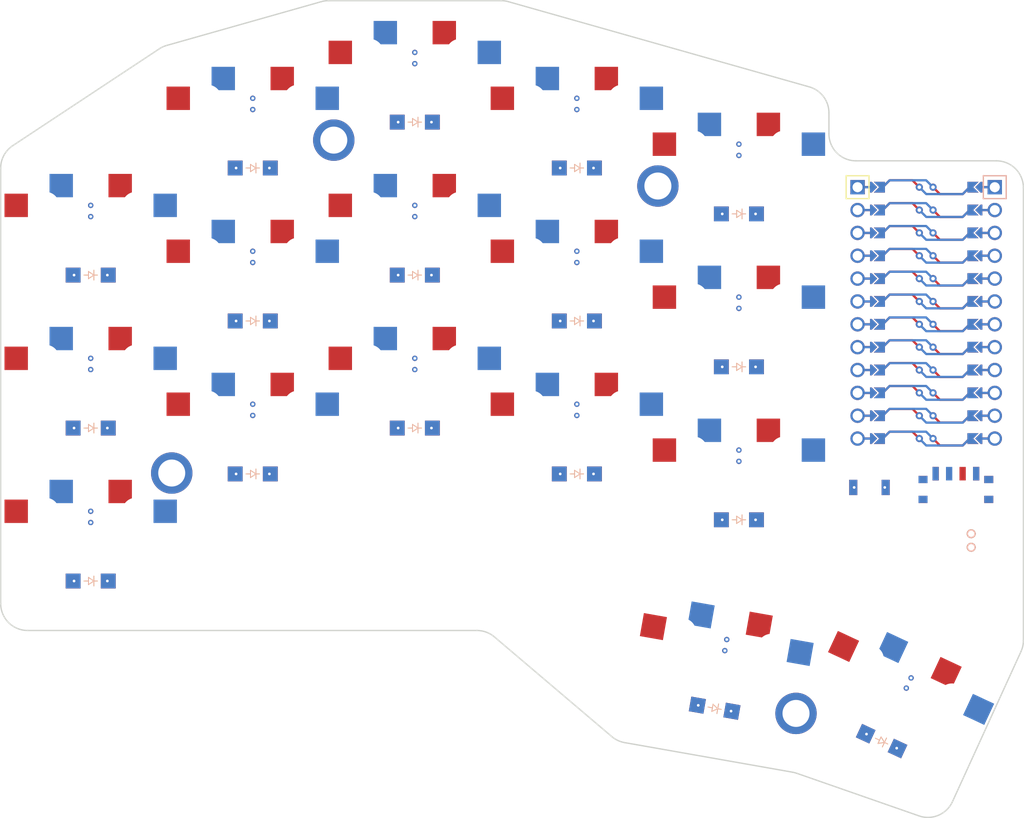
<source format=kicad_pcb>

            
(kicad_pcb (version 20171130) (host pcbnew 5.1.6)

  (page A3)
  (title_block
    (title crescentsplit)
    (rev 1.O)
    (company smchunn)
  )

  (general
    (thickness 1.6)
  )

  (layers
    (0 F.Cu signal)
    (31 B.Cu signal)
    (32 B.Adhes user)
    (33 F.Adhes user)
    (34 B.Paste user)
    (35 F.Paste user)
    (36 B.SilkS user)
    (37 F.SilkS user)
    (38 B.Mask user)
    (39 F.Mask user)
    (40 Dwgs.User user)
    (41 Cmts.User user)
    (42 Eco1.User user)
    (43 Eco2.User user)
    (44 Edge.Cuts user)
    (45 Margin user)
    (46 B.CrtYd user)
    (47 F.CrtYd user)
    (48 B.Fab user)
    (49 F.Fab user)
  )

  (setup
    (last_trace_width 0.25)
    (trace_clearance 0.2)
    (zone_clearance 0.508)
    (zone_45_only no)
    (trace_min 0.2)
    (via_size 0.8)
    (via_drill 0.4)
    (via_min_size 0.4)
    (via_min_drill 0.3)
    (uvia_size 0.3)
    (uvia_drill 0.1)
    (uvias_allowed no)
    (uvia_min_size 0.2)
    (uvia_min_drill 0.1)
    (edge_width 0.05)
    (segment_width 0.2)
    (pcb_text_width 0.3)
    (pcb_text_size 1.5 1.5)
    (mod_edge_width 0.12)
    (mod_text_size 1 1)
    (mod_text_width 0.15)
    (pad_size 1.524 1.524)
    (pad_drill 0.762)
    (pad_to_mask_clearance 0.05)
    (aux_axis_origin 0 0)
    (visible_elements FFFFFF7F)
    (pcbplotparams
      (layerselection 0x010fc_ffffffff)
      (usegerberextensions false)
      (usegerberattributes true)
      (usegerberadvancedattributes true)
      (creategerberjobfile true)
      (excludeedgelayer true)
      (linewidth 0.100000)
      (plotframeref false)
      (viasonmask false)
      (mode 1)
      (useauxorigin false)
      (hpglpennumber 1)
      (hpglpenspeed 20)
      (hpglpendiameter 15.000000)
      (psnegative false)
      (psa4output false)
      (plotreference true)
      (plotvalue true)
      (plotinvisibletext false)
      (padsonsilk false)
      (subtractmaskfromsilk false)
      (outputformat 1)
      (mirror false)
      (drillshape 1)
      (scaleselection 1)
      (outputdirectory ""))
  )

            (net 0 "")
(net 1 "RAW")
(net 2 "GND")
(net 3 "RST")
(net 4 "VCC")
(net 5 "P21")
(net 6 "P20")
(net 7 "P19")
(net 8 "P18")
(net 9 "P15")
(net 10 "P14")
(net 11 "P16")
(net 12 "P10")
(net 13 "P1")
(net 14 "P0")
(net 15 "P2")
(net 16 "P3")
(net 17 "P4")
(net 18 "P5")
(net 19 "P6")
(net 20 "P7")
(net 21 "P8")
(net 22 "P9")
(net 23 "pos")
(net 24 "pinky_bottom")
(net 25 "pinky_home")
(net 26 "pinky_top")
(net 27 "ring_bottom")
(net 28 "ring_home")
(net 29 "ring_top")
(net 30 "middle_bottom")
(net 31 "middle_home")
(net 32 "middle_top")
(net 33 "index_bottom")
(net 34 "index_home")
(net 35 "index_top")
(net 36 "inner_bottom")
(net 37 "inner_home")
(net 38 "inner_top")
(net 39 "index_thome")
(net 40 "inner_thome")
            
  (net_class Default "This is the default net class."
    (clearance 0.2)
    (trace_width 0.25)
    (via_dia 0.8)
    (via_drill 0.4)
    (uvia_dia 0.3)
    (uvia_drill 0.1)
    (add_net "")
(add_net "RAW")
(add_net "GND")
(add_net "RST")
(add_net "VCC")
(add_net "P21")
(add_net "P20")
(add_net "P19")
(add_net "P18")
(add_net "P15")
(add_net "P14")
(add_net "P16")
(add_net "P10")
(add_net "P1")
(add_net "P0")
(add_net "P2")
(add_net "P3")
(add_net "P4")
(add_net "P5")
(add_net "P6")
(add_net "P7")
(add_net "P8")
(add_net "P9")
(add_net "pos")
(add_net "pinky_bottom")
(add_net "pinky_home")
(add_net "pinky_top")
(add_net "ring_bottom")
(add_net "ring_home")
(add_net "ring_top")
(add_net "middle_bottom")
(add_net "middle_home")
(add_net "middle_top")
(add_net "index_bottom")
(add_net "index_home")
(add_net "index_top")
(add_net "inner_bottom")
(add_net "inner_home")
(add_net "inner_top")
(add_net "index_thome")
(add_net "inner_thome")
  )

            
    (module ProMicro (layer F.Cu) (tedit 6135B927)
      (at 92.8 -25.8 -90)

    
    (descr "Solder-jumper reversible Pro Micro footprint")
    (tags "promicro ProMicro reversible solder jumper")
    (fp_text reference "MCU1" (at -16.256 -0.254 0) (layer F.SilkS) hide
      (effects (font (size 1 1) (thickness 0.15)))
    )

    
    (fp_line (start -15.24 6.35) (end -12.7 6.35) (layer F.SilkS) (width 0.15))
    (fp_line (start -15.24 6.35) (end -15.24 8.89) (layer F.SilkS) (width 0.15))
    (fp_line (start -12.7 6.35) (end -12.7 8.89) (layer F.SilkS) (width 0.15))
    (fp_line (start -12.7 8.89) (end -15.24 8.89) (layer F.SilkS) (width 0.15))
    (fp_line (start -15.24 -6.35) (end -12.7 -6.35) (layer B.SilkS) (width 0.15))
    (fp_line (start -15.24 -6.35) (end -15.24 -8.89) (layer B.SilkS) (width 0.15))
    (fp_line (start -12.7 -6.35) (end -12.7 -8.89) (layer B.SilkS) (width 0.15))
    (fp_line (start -12.7 -8.89) (end -15.24 -8.89) (layer B.SilkS) (width 0.15))

    
    (fp_line (start -19.304 -3.81) (end -14.224 -3.81) (layer Dwgs.User) (width 0.15))
    (fp_line (start -19.304 3.81) (end -19.304 -3.81) (layer Dwgs.User) (width 0.15))
    (fp_line (start -14.224 3.81) (end -19.304 3.81) (layer Dwgs.User) (width 0.15))
    (fp_line (start -14.224 -3.81) (end -14.224 3.81) (layer Dwgs.User) (width 0.15))

    (fp_circle (center 13.97 0.762) (end 14.095 0.762) (layer B.Mask) (width 0.25))
    (fp_circle (center 13.97 0.762) (end 14.095 0.762) (layer F.Mask) (width 0.25))
    (fp_circle (center 13.97 -0.762) (end 14.095 -0.762) (layer B.Mask) (width 0.25))
    (fp_circle (center 13.97 -0.762) (end 14.095 -0.762) (layer F.Mask) (width 0.25))
    (fp_circle (center 11.43 0.762) (end 11.555 0.762) (layer B.Mask) (width 0.25))
    (fp_circle (center 11.43 0.762) (end 11.555 0.762) (layer F.Mask) (width 0.25))
    (fp_circle (center 11.43 -0.762) (end 11.555 -0.762) (layer B.Mask) (width 0.25))
    (fp_circle (center 11.43 -0.762) (end 11.555 -0.762) (layer F.Mask) (width 0.25))
    (fp_circle (center 8.89 0.762) (end 9.015 0.762) (layer B.Mask) (width 0.25))
    (fp_circle (center 8.89 0.762) (end 9.015 0.762) (layer F.Mask) (width 0.25))
    (fp_circle (center 8.89 -0.762) (end 9.015 -0.762) (layer B.Mask) (width 0.25))
    (fp_circle (center 8.89 -0.762) (end 9.015 -0.762) (layer F.Mask) (width 0.25))
    (fp_circle (center 6.35 0.762) (end 6.475 0.762) (layer B.Mask) (width 0.25))
    (fp_circle (center 6.35 0.762) (end 6.475 0.762) (layer F.Mask) (width 0.25))
    (fp_circle (center 6.35 -0.762) (end 6.475 -0.762) (layer B.Mask) (width 0.25))
    (fp_circle (center 6.35 -0.762) (end 6.475 -0.762) (layer F.Mask) (width 0.25))
    (fp_circle (center 3.81 0.762) (end 3.935 0.762) (layer B.Mask) (width 0.25))
    (fp_circle (center 3.81 0.762) (end 3.935 0.762) (layer F.Mask) (width 0.25))
    (fp_circle (center 3.81 -0.762) (end 3.935 -0.762) (layer B.Mask) (width 0.25))
    (fp_circle (center 3.81 -0.762) (end 3.935 -0.762) (layer F.Mask) (width 0.25))
    (fp_circle (center 1.27 0.762) (end 1.395 0.762) (layer B.Mask) (width 0.25))
    (fp_circle (center 1.27 0.762) (end 1.395 0.762) (layer F.Mask) (width 0.25))
    (fp_circle (center 1.27 -0.762) (end 1.395 -0.762) (layer B.Mask) (width 0.25))
    (fp_circle (center 1.27 -0.762) (end 1.395 -0.762) (layer F.Mask) (width 0.25))
    (fp_circle (center -1.27 0.762) (end -1.145 0.762) (layer B.Mask) (width 0.25))
    (fp_circle (center -1.27 0.762) (end -1.145 0.762) (layer F.Mask) (width 0.25))
    (fp_circle (center -1.27 -0.762) (end -1.145 -0.762) (layer B.Mask) (width 0.25))
    (fp_circle (center -1.27 -0.762) (end -1.145 -0.762) (layer F.Mask) (width 0.25))
    (fp_circle (center -3.81 0.762) (end -3.685 0.762) (layer B.Mask) (width 0.25))
    (fp_circle (center -3.81 0.762) (end -3.685 0.762) (layer F.Mask) (width 0.25))
    (fp_circle (center -3.81 -0.762) (end -3.685 -0.762) (layer B.Mask) (width 0.25))
    (fp_circle (center -3.81 -0.762) (end -3.685 -0.762) (layer F.Mask) (width 0.25))
    (fp_circle (center -6.35 0.762) (end -6.225 0.762) (layer B.Mask) (width 0.25))
    (fp_circle (center -6.35 0.762) (end -6.225 0.762) (layer F.Mask) (width 0.25))
    (fp_circle (center -6.35 -0.762) (end -6.225 -0.762) (layer B.Mask) (width 0.25))
    (fp_circle (center -6.35 -0.762) (end -6.225 -0.762) (layer F.Mask) (width 0.25))
    (fp_circle (center -8.89 0.762) (end -8.765 0.762) (layer B.Mask) (width 0.25))
    (fp_circle (center -8.89 0.762) (end -8.765 0.762) (layer F.Mask) (width 0.25))
    (fp_circle (center -8.89 -0.762) (end -8.765 -0.762) (layer B.Mask) (width 0.25))
    (fp_circle (center -8.89 -0.762) (end -8.765 -0.762) (layer F.Mask) (width 0.25))
    (fp_circle (center -11.43 -0.762) (end -11.305 -0.762) (layer B.Mask) (width 0.25))
    (fp_circle (center -11.43 -0.762) (end -11.305 -0.762) (layer F.Mask) (width 0.25))
    (fp_circle (center -11.43 0.762) (end -11.305 0.762) (layer B.Mask) (width 0.25))
    (fp_circle (center -11.43 0.762) (end -11.305 0.762) (layer F.Mask) (width 0.25))
    (fp_circle (center -13.97 0.762) (end -13.845 0.762) (layer B.Mask) (width 0.25))
    (fp_circle (center -13.97 0.762) (end -13.845 0.762) (layer F.Mask) (width 0.25))
    (fp_circle (center -13.97 -0.762) (end -13.845 -0.762) (layer B.Mask) (width 0.25))
    (fp_circle (center -13.97 -0.762) (end -13.845 -0.762) (layer F.Mask) (width 0.25))
    (fp_poly (pts (xy 14.478 -5.08) (xy 13.462 -5.08) (xy 13.462 -6.096) (xy 14.478 -6.096)) (layer B.Mask) (width 0.1))
    (fp_poly (pts (xy 11.938 -5.08) (xy 10.922 -5.08) (xy 10.922 -6.096) (xy 11.938 -6.096)) (layer B.Mask) (width 0.1))
    (fp_poly (pts (xy 9.398 -5.08) (xy 8.382 -5.08) (xy 8.382 -6.096) (xy 9.398 -6.096)) (layer B.Mask) (width 0.1))
    (fp_poly (pts (xy 6.858 -5.08) (xy 5.842 -5.08) (xy 5.842 -6.096) (xy 6.858 -6.096)) (layer B.Mask) (width 0.1))
    (fp_poly (pts (xy 4.318 -5.08) (xy 3.302 -5.08) (xy 3.302 -6.096) (xy 4.318 -6.096)) (layer B.Mask) (width 0.1))
    (fp_poly (pts (xy 1.778 -5.08) (xy 0.762 -5.08) (xy 0.762 -6.096) (xy 1.778 -6.096)) (layer B.Mask) (width 0.1))
    (fp_poly (pts (xy -0.762 -5.08) (xy -1.778 -5.08) (xy -1.778 -6.096) (xy -0.762 -6.096)) (layer B.Mask) (width 0.1))
    (fp_poly (pts (xy -3.302 -5.08) (xy -4.318 -5.08) (xy -4.318 -6.096) (xy -3.302 -6.096)) (layer B.Mask) (width 0.1))
    (fp_poly (pts (xy -5.842 -5.08) (xy -6.858 -5.08) (xy -6.858 -6.096) (xy -5.842 -6.096)) (layer B.Mask) (width 0.1))
    (fp_poly (pts (xy -8.382 -5.08) (xy -9.398 -5.08) (xy -9.398 -6.096) (xy -8.382 -6.096)) (layer B.Mask) (width 0.1))
    (fp_poly (pts (xy -10.922 -5.08) (xy -11.938 -5.08) (xy -11.938 -6.096) (xy -10.922 -6.096)) (layer B.Mask) (width 0.1))
    (fp_poly (pts (xy -13.462 -5.08) (xy -14.478 -5.08) (xy -14.478 -6.096) (xy -13.462 -6.096)) (layer B.Mask) (width 0.1))
    (fp_poly (pts (xy 13.462 5.08) (xy 14.478 5.08) (xy 14.478 6.096) (xy 13.462 6.096)) (layer B.Mask) (width 0.1))
    (fp_poly (pts (xy 10.922 5.08) (xy 11.938 5.08) (xy 11.938 6.096) (xy 10.922 6.096)) (layer B.Mask) (width 0.1))
    (fp_poly (pts (xy 8.382 5.08) (xy 9.398 5.08) (xy 9.398 6.096) (xy 8.382 6.096)) (layer B.Mask) (width 0.1))
    (fp_poly (pts (xy 5.842 5.08) (xy 6.858 5.08) (xy 6.858 6.096) (xy 5.842 6.096)) (layer B.Mask) (width 0.1))
    (fp_poly (pts (xy 3.302 5.08) (xy 4.318 5.08) (xy 4.318 6.096) (xy 3.302 6.096)) (layer B.Mask) (width 0.1))
    (fp_poly (pts (xy 0.762 5.08) (xy 1.778 5.08) (xy 1.778 6.096) (xy 0.762 6.096)) (layer B.Mask) (width 0.1))
    (fp_poly (pts (xy -1.778 5.08) (xy -0.762 5.08) (xy -0.762 6.096) (xy -1.778 6.096)) (layer B.Mask) (width 0.1))
    (fp_poly (pts (xy -4.318 5.08) (xy -3.302 5.08) (xy -3.302 6.096) (xy -4.318 6.096)) (layer B.Mask) (width 0.1))
    (fp_poly (pts (xy -6.858 5.08) (xy -5.842 5.08) (xy -5.842 6.096) (xy -6.858 6.096)) (layer B.Mask) (width 0.1))
    (fp_poly (pts (xy -9.398 5.08) (xy -8.382 5.08) (xy -8.382 6.096) (xy -9.398 6.096)) (layer B.Mask) (width 0.1))
    (fp_poly (pts (xy -11.938 5.08) (xy -10.922 5.08) (xy -10.922 6.096) (xy -11.938 6.096)) (layer B.Mask) (width 0.1))
    (fp_poly (pts (xy -14.478 5.08) (xy -13.462 5.08) (xy -13.462 6.096) (xy -14.478 6.096)) (layer B.Mask) (width 0.1))
    (fp_poly (pts (xy -13.462 -5.08) (xy -14.478 -5.08) (xy -14.478 -6.096) (xy -13.462 -6.096)) (layer F.Mask) (width 0.1))
    (fp_poly (pts (xy 1.778 -5.08) (xy 0.762 -5.08) (xy 0.762 -6.096) (xy 1.778 -6.096)) (layer F.Mask) (width 0.1))
    (fp_poly (pts (xy -10.922 -5.08) (xy -11.938 -5.08) (xy -11.938 -6.096) (xy -10.922 -6.096)) (layer F.Mask) (width 0.1))
    (fp_poly (pts (xy -8.382 -5.08) (xy -9.398 -5.08) (xy -9.398 -6.096) (xy -8.382 -6.096)) (layer F.Mask) (width 0.1))
    (fp_poly (pts (xy -3.302 -5.08) (xy -4.318 -5.08) (xy -4.318 -6.096) (xy -3.302 -6.096)) (layer F.Mask) (width 0.1))
    (fp_poly (pts (xy -0.762 -5.08) (xy -1.778 -5.08) (xy -1.778 -6.096) (xy -0.762 -6.096)) (layer F.Mask) (width 0.1))
    (fp_poly (pts (xy 6.858 -5.08) (xy 5.842 -5.08) (xy 5.842 -6.096) (xy 6.858 -6.096)) (layer F.Mask) (width 0.1))
    (fp_poly (pts (xy 11.938 -5.08) (xy 10.922 -5.08) (xy 10.922 -6.096) (xy 11.938 -6.096)) (layer F.Mask) (width 0.1))
    (fp_poly (pts (xy -5.842 -5.08) (xy -6.858 -5.08) (xy -6.858 -6.096) (xy -5.842 -6.096)) (layer F.Mask) (width 0.1))
    (fp_poly (pts (xy 4.318 -5.08) (xy 3.302 -5.08) (xy 3.302 -6.096) (xy 4.318 -6.096)) (layer F.Mask) (width 0.1))
    (fp_poly (pts (xy 9.398 -5.08) (xy 8.382 -5.08) (xy 8.382 -6.096) (xy 9.398 -6.096)) (layer F.Mask) (width 0.1))
    (fp_poly (pts (xy 14.478 -5.08) (xy 13.462 -5.08) (xy 13.462 -6.096) (xy 14.478 -6.096)) (layer F.Mask) (width 0.1))
    (fp_poly (pts (xy 13.462 5.08) (xy 14.478 5.08) (xy 14.478 6.096) (xy 13.462 6.096)) (layer F.Mask) (width 0.1))
    (fp_poly (pts (xy 10.922 5.08) (xy 11.938 5.08) (xy 11.938 6.096) (xy 10.922 6.096)) (layer F.Mask) (width 0.1))
    (fp_poly (pts (xy 8.382 5.08) (xy 9.398 5.08) (xy 9.398 6.096) (xy 8.382 6.096)) (layer F.Mask) (width 0.1))
    (fp_poly (pts (xy 5.842 5.08) (xy 6.858 5.08) (xy 6.858 6.096) (xy 5.842 6.096)) (layer F.Mask) (width 0.1))
    (fp_poly (pts (xy 3.302 5.08) (xy 4.318 5.08) (xy 4.318 6.096) (xy 3.302 6.096)) (layer F.Mask) (width 0.1))
    (fp_poly (pts (xy 0.762 5.08) (xy 1.778 5.08) (xy 1.778 6.096) (xy 0.762 6.096)) (layer F.Mask) (width 0.1))
    (fp_poly (pts (xy -1.778 5.08) (xy -0.762 5.08) (xy -0.762 6.096) (xy -1.778 6.096)) (layer F.Mask) (width 0.1))
    (fp_poly (pts (xy -4.318 5.08) (xy -3.302 5.08) (xy -3.302 6.096) (xy -4.318 6.096)) (layer F.Mask) (width 0.1))
    (fp_poly (pts (xy -6.858 5.08) (xy -5.842 5.08) (xy -5.842 6.096) (xy -6.858 6.096)) (layer F.Mask) (width 0.1))
    (fp_poly (pts (xy -9.398 5.08) (xy -8.382 5.08) (xy -8.382 6.096) (xy -9.398 6.096)) (layer F.Mask) (width 0.1))
    (fp_poly (pts (xy -11.938 5.08) (xy -10.922 5.08) (xy -10.922 6.096) (xy -11.938 6.096)) (layer F.Mask) (width 0.1))
    (fp_poly (pts (xy -14.478 5.08) (xy -13.462 5.08) (xy -13.462 6.096) (xy -14.478 6.096)) (layer F.Mask) (width 0.1))
    (pad 2 smd custom (at -11.43 -0.762 -90) (size 0.25 0.25) (layers F.Cu)
      (zone_connect 0)
      (options (clearance outline) (anchor circle))
      (primitives
        (gr_line (start 0 0) (end 0.766 -0.766) (width 0.25))
        (gr_line (start 0.766 -0.766) (end 0.766 -3.298) (width 0.25))
        (gr_line (start 0.766 -3.298) (end 0 -4.064) (width 0.25))
      ) (net 2 "GND"))
    (pad "" thru_hole circle (at -13.97 7.62) (size 1.6 1.6) (drill 1.1) (layers *.Cu *.Mask)
      (zone_connect 0))
    (pad "" thru_hole circle (at -11.43 7.62) (size 1.6 1.6) (drill 1.1) (layers *.Cu *.Mask))
    (pad "" thru_hole circle (at -8.89 7.62) (size 1.6 1.6) (drill 1.1) (layers *.Cu *.Mask))
    (pad "" thru_hole circle (at -6.35 7.62) (size 1.6 1.6) (drill 1.1) (layers *.Cu *.Mask))
    (pad "" thru_hole circle (at -3.81 7.62) (size 1.6 1.6) (drill 1.1) (layers *.Cu *.Mask))
    (pad "" thru_hole circle (at -1.27 7.62) (size 1.6 1.6) (drill 1.1) (layers *.Cu *.Mask))
    (pad "" thru_hole circle (at 1.27 7.62) (size 1.6 1.6) (drill 1.1) (layers *.Cu *.Mask))
    (pad "" thru_hole circle (at 3.81 7.62) (size 1.6 1.6) (drill 1.1) (layers *.Cu *.Mask))
    (pad "" thru_hole circle (at 6.35 7.62) (size 1.6 1.6) (drill 1.1) (layers *.Cu *.Mask))
    (pad "" thru_hole circle (at 8.89 7.62) (size 1.6 1.6) (drill 1.1) (layers *.Cu *.Mask))
    (pad "" thru_hole circle (at 11.43 7.62) (size 1.6 1.6) (drill 1.1) (layers *.Cu *.Mask))
    (pad "" thru_hole circle (at 13.97 7.62) (size 1.6 1.6) (drill 1.1) (layers *.Cu *.Mask))
    (pad "" thru_hole circle (at 13.97 -7.62) (size 1.6 1.6) (drill 1.1) (layers *.Cu *.Mask))
    (pad "" thru_hole circle (at 11.43 -7.62) (size 1.6 1.6) (drill 1.1) (layers *.Cu *.Mask))
    (pad "" thru_hole circle (at 8.89 -7.62) (size 1.6 1.6) (drill 1.1) (layers *.Cu *.Mask))
    (pad "" thru_hole circle (at 6.35 -7.62) (size 1.6 1.6) (drill 1.1) (layers *.Cu *.Mask))
    (pad "" thru_hole circle (at 3.81 -7.62) (size 1.6 1.6) (drill 1.1) (layers *.Cu *.Mask))
    (pad "" thru_hole circle (at 1.27 -7.62) (size 1.6 1.6) (drill 1.1) (layers *.Cu *.Mask))
    (pad "" thru_hole circle (at -1.27 -7.62) (size 1.6 1.6) (drill 1.1) (layers *.Cu *.Mask))
    (pad "" thru_hole circle (at -3.81 -7.62) (size 1.6 1.6) (drill 1.1) (layers *.Cu *.Mask))
    (pad "" thru_hole circle (at -6.35 -7.62) (size 1.6 1.6) (drill 1.1) (layers *.Cu *.Mask))
    (pad "" thru_hole circle (at -8.89 -7.62) (size 1.6 1.6) (drill 1.1) (layers *.Cu *.Mask))
    (pad "" thru_hole circle (at -11.43 -7.62) (size 1.6 1.6) (drill 1.1) (layers *.Cu *.Mask))
    (pad "" thru_hole circle (at -13.97 -7.62) (size 1.6 1.6) (drill 1.1) (layers *.Cu *.Mask))
    (pad "" smd custom (at -13.97 5.842 90) (size 0.1 0.1) (layers F.Cu F.Mask)
      (clearance 0.1) (zone_connect 0)
      (options (clearance outline) (anchor rect))
      (primitives
        (gr_poly (pts
          (xy 0.6 -0.4) (xy -0.6 -0.4) (xy -0.6 -0.2) (xy 0 0.4) (xy 0.6 -0.2)
  ) (width 0))
      ))
    (pad 24 smd custom (at -13.97 4.826 90) (size 1.2 0.5) (layers F.Cu F.Mask) (net 13 "P1")
      (clearance 0.1) (zone_connect 0)
      (options (clearance outline) (anchor rect))
      (primitives
        (gr_poly (pts
          (xy 0.6 0) (xy -0.6 0) (xy -0.6 -1) (xy 0 -0.4) (xy 0.6 -1)
  ) (width 0))
      ))
    (pad "" smd custom (at -13.97 6.35 90) (size 0.25 1) (layers F.Cu)
      (zone_connect 0)
      (options (clearance outline) (anchor rect))
      (primitives
      ))
    (pad "" thru_hole rect (at -13.97 7.62 -90) (size 1.6 1.6) (drill 1.1) (layers F.Cu F.Mask)
      (zone_connect 0))
    (pad "" thru_hole rect (at -13.97 -7.62 -90) (size 1.6 1.6) (drill 1.1) (layers B.Cu B.Mask)
      (zone_connect 0))
    (pad "" smd custom (at -11.43 6.35 90) (size 0.25 1) (layers F.Cu)
      (zone_connect 0)
      (options (clearance outline) (anchor rect))
      (primitives
      ))
    (pad "" smd custom (at -11.43 5.842 90) (size 0.1 0.1) (layers F.Cu F.Mask)
      (clearance 0.1) (zone_connect 0)
      (options (clearance outline) (anchor rect))
      (primitives
        (gr_poly (pts
          (xy 0.6 -0.4) (xy -0.6 -0.4) (xy -0.6 -0.2) (xy 0 0.4) (xy 0.6 -0.2)
  ) (width 0))
      ))
    (pad 23 smd custom (at -11.43 4.826 90) (size 1.2 0.5) (layers F.Cu F.Mask) (net 14 "P0")
      (clearance 0.1) (zone_connect 0)
      (options (clearance outline) (anchor rect))
      (primitives
        (gr_poly (pts
          (xy 0.6 0) (xy -0.6 0) (xy -0.6 -1) (xy 0 -0.4) (xy 0.6 -1)
  ) (width 0))
      ))
    (pad "" smd custom (at -8.89 6.35 90) (size 0.25 1) (layers F.Cu)
      (zone_connect 0)
      (options (clearance outline) (anchor rect))
      (primitives
      ))
    (pad "" smd custom (at -8.89 5.842 90) (size 0.1 0.1) (layers F.Cu F.Mask)
      (clearance 0.1) (zone_connect 0)
      (options (clearance outline) (anchor rect))
      (primitives
        (gr_poly (pts
          (xy 0.6 -0.4) (xy -0.6 -0.4) (xy -0.6 -0.2) (xy 0 0.4) (xy 0.6 -0.2)
  ) (width 0))
      ))
    (pad 22 smd custom (at -8.89 4.826 90) (size 1.2 0.5) (layers F.Cu F.Mask) (net 2 "GND")
      (clearance 0.1) (zone_connect 0)
      (options (clearance outline) (anchor rect))
      (primitives
        (gr_poly (pts
          (xy 0.6 0) (xy -0.6 0) (xy -0.6 -1) (xy 0 -0.4) (xy 0.6 -1)
  ) (width 0))
      ))
    (pad "" smd custom (at -6.35 6.35 90) (size 0.25 1) (layers F.Cu)
      (zone_connect 0)
      (options (clearance outline) (anchor rect))
      (primitives
      ))
    (pad "" smd custom (at -6.35 5.842 90) (size 0.1 0.1) (layers F.Cu F.Mask)
      (clearance 0.1) (zone_connect 0)
      (options (clearance outline) (anchor rect))
      (primitives
        (gr_poly (pts
          (xy 0.6 -0.4) (xy -0.6 -0.4) (xy -0.6 -0.2) (xy 0 0.4) (xy 0.6 -0.2)
  ) (width 0))
      ))
    (pad 21 smd custom (at -6.35 4.826 90) (size 1.2 0.5) (layers F.Cu F.Mask) (net 2 "GND")
      (clearance 0.1) (zone_connect 0)
      (options (clearance outline) (anchor rect))
      (primitives
        (gr_poly (pts
          (xy 0.6 0) (xy -0.6 0) (xy -0.6 -1) (xy 0 -0.4) (xy 0.6 -1)
  ) (width 0))
      ))
    (pad "" smd custom (at -3.81 6.35 90) (size 0.25 1) (layers F.Cu)
      (zone_connect 0)
      (options (clearance outline) (anchor rect))
      (primitives
      ))
    (pad "" smd custom (at -3.81 5.842 90) (size 0.1 0.1) (layers F.Cu F.Mask)
      (clearance 0.1) (zone_connect 0)
      (options (clearance outline) (anchor rect))
      (primitives
        (gr_poly (pts
          (xy 0.6 -0.4) (xy -0.6 -0.4) (xy -0.6 -0.2) (xy 0 0.4) (xy 0.6 -0.2)
  ) (width 0))
      ))
    (pad 20 smd custom (at -3.81 4.826 90) (size 1.2 0.5) (layers F.Cu F.Mask) (net 15 "P2")
      (clearance 0.1) (zone_connect 0)
      (options (clearance outline) (anchor rect))
      (primitives
        (gr_poly (pts
          (xy 0.6 0) (xy -0.6 0) (xy -0.6 -1) (xy 0 -0.4) (xy 0.6 -1)
  ) (width 0))
      ))
    (pad "" smd custom (at -1.27 6.35 90) (size 0.25 1) (layers F.Cu)
      (zone_connect 0)
      (options (clearance outline) (anchor rect))
      (primitives
      ))
    (pad "" smd custom (at -1.27 5.842 90) (size 0.1 0.1) (layers F.Cu F.Mask)
      (clearance 0.1) (zone_connect 0)
      (options (clearance outline) (anchor rect))
      (primitives
        (gr_poly (pts
          (xy 0.6 -0.4) (xy -0.6 -0.4) (xy -0.6 -0.2) (xy 0 0.4) (xy 0.6 -0.2)
  ) (width 0))
      ))
    (pad 19 smd custom (at -1.27 4.826 90) (size 1.2 0.5) (layers F.Cu F.Mask) (net 16 "P3")
      (clearance 0.1) (zone_connect 0)
      (options (clearance outline) (anchor rect))
      (primitives
        (gr_poly (pts
          (xy 0.6 0) (xy -0.6 0) (xy -0.6 -1) (xy 0 -0.4) (xy 0.6 -1)
  ) (width 0))
      ))
    (pad "" smd custom (at 1.27 6.35 90) (size 0.25 1) (layers F.Cu)
      (zone_connect 0)
      (options (clearance outline) (anchor rect))
      (primitives
      ))
    (pad "" smd custom (at 1.27 5.842 90) (size 0.1 0.1) (layers F.Cu F.Mask)
      (clearance 0.1) (zone_connect 0)
      (options (clearance outline) (anchor rect))
      (primitives
        (gr_poly (pts
          (xy 0.6 -0.4) (xy -0.6 -0.4) (xy -0.6 -0.2) (xy 0 0.4) (xy 0.6 -0.2)
  ) (width 0))
      ))
    (pad 18 smd custom (at 1.27 4.826 90) (size 1.2 0.5) (layers F.Cu F.Mask) (net 17 "P4")
      (clearance 0.1) (zone_connect 0)
      (options (clearance outline) (anchor rect))
      (primitives
        (gr_poly (pts
          (xy 0.6 0) (xy -0.6 0) (xy -0.6 -1) (xy 0 -0.4) (xy 0.6 -1)
  ) (width 0))
      ))
    (pad "" smd custom (at 3.81 6.35 90) (size 0.25 1) (layers F.Cu)
      (zone_connect 0)
      (options (clearance outline) (anchor rect))
      (primitives
      ))
    (pad "" smd custom (at 3.81 5.842 90) (size 0.1 0.1) (layers F.Cu F.Mask)
      (clearance 0.1) (zone_connect 0)
      (options (clearance outline) (anchor rect))
      (primitives
        (gr_poly (pts
          (xy 0.6 -0.4) (xy -0.6 -0.4) (xy -0.6 -0.2) (xy 0 0.4) (xy 0.6 -0.2)
  ) (width 0))
      ))
    (pad 17 smd custom (at 3.81 4.826 90) (size 1.2 0.5) (layers F.Cu F.Mask) (net 18 "P5")
      (clearance 0.1) (zone_connect 0)
      (options (clearance outline) (anchor rect))
      (primitives
        (gr_poly (pts
          (xy 0.6 0) (xy -0.6 0) (xy -0.6 -1) (xy 0 -0.4) (xy 0.6 -1)
  ) (width 0))
      ))
    (pad "" smd custom (at 6.35 6.35 90) (size 0.25 1) (layers F.Cu)
      (zone_connect 0)
      (options (clearance outline) (anchor rect))
      (primitives
      ))
    (pad "" smd custom (at 6.35 5.842 90) (size 0.1 0.1) (layers F.Cu F.Mask)
      (clearance 0.1) (zone_connect 0)
      (options (clearance outline) (anchor rect))
      (primitives
        (gr_poly (pts
          (xy 0.6 -0.4) (xy -0.6 -0.4) (xy -0.6 -0.2) (xy 0 0.4) (xy 0.6 -0.2)
  ) (width 0))
      ))
    (pad 16 smd custom (at 6.35 4.826 90) (size 1.2 0.5) (layers F.Cu F.Mask) (net 19 "P6")
      (clearance 0.1) (zone_connect 0)
      (options (clearance outline) (anchor rect))
      (primitives
        (gr_poly (pts
          (xy 0.6 0) (xy -0.6 0) (xy -0.6 -1) (xy 0 -0.4) (xy 0.6 -1)
  ) (width 0))
      ))
    (pad "" smd custom (at 8.89 6.35 90) (size 0.25 1) (layers F.Cu)
      (zone_connect 0)
      (options (clearance outline) (anchor rect))
      (primitives
      ))
    (pad "" smd custom (at 8.89 5.842 90) (size 0.1 0.1) (layers F.Cu F.Mask)
      (clearance 0.1) (zone_connect 0)
      (options (clearance outline) (anchor rect))
      (primitives
        (gr_poly (pts
          (xy 0.6 -0.4) (xy -0.6 -0.4) (xy -0.6 -0.2) (xy 0 0.4) (xy 0.6 -0.2)
  ) (width 0))
      ))
    (pad 15 smd custom (at 8.89 4.826 90) (size 1.2 0.5) (layers F.Cu F.Mask) (net 20 "P7")
      (clearance 0.1) (zone_connect 0)
      (options (clearance outline) (anchor rect))
      (primitives
        (gr_poly (pts
          (xy 0.6 0) (xy -0.6 0) (xy -0.6 -1) (xy 0 -0.4) (xy 0.6 -1)
  ) (width 0))
      ))
    (pad "" smd custom (at 11.43 6.35 90) (size 0.25 1) (layers F.Cu)
      (zone_connect 0)
      (options (clearance outline) (anchor rect))
      (primitives
      ))
    (pad "" smd custom (at 11.43 5.842 90) (size 0.1 0.1) (layers F.Cu F.Mask)
      (clearance 0.1) (zone_connect 0)
      (options (clearance outline) (anchor rect))
      (primitives
        (gr_poly (pts
          (xy 0.6 -0.4) (xy -0.6 -0.4) (xy -0.6 -0.2) (xy 0 0.4) (xy 0.6 -0.2)
  ) (width 0))
      ))
    (pad 14 smd custom (at 11.43 4.826 90) (size 1.2 0.5) (layers F.Cu F.Mask) (net 21 "P8")
      (clearance 0.1) (zone_connect 0)
      (options (clearance outline) (anchor rect))
      (primitives
        (gr_poly (pts
          (xy 0.6 0) (xy -0.6 0) (xy -0.6 -1) (xy 0 -0.4) (xy 0.6 -1)
  ) (width 0))
      ))
    (pad "" smd custom (at 13.97 6.35 90) (size 0.25 1) (layers F.Cu)
      (zone_connect 0)
      (options (clearance outline) (anchor rect))
      (primitives
      ))
    (pad "" smd custom (at 13.97 5.842 90) (size 0.1 0.1) (layers F.Cu F.Mask)
      (clearance 0.1) (zone_connect 0)
      (options (clearance outline) (anchor rect))
      (primitives
        (gr_poly (pts
          (xy 0.6 -0.4) (xy -0.6 -0.4) (xy -0.6 -0.2) (xy 0 0.4) (xy 0.6 -0.2)
  ) (width 0))
      ))
    (pad 13 smd custom (at 13.97 4.826 90) (size 1.2 0.5) (layers F.Cu F.Mask) (net 22 "P9")
      (clearance 0.1) (zone_connect 0)
      (options (clearance outline) (anchor rect))
      (primitives
        (gr_poly (pts
          (xy 0.6 0) (xy -0.6 0) (xy -0.6 -1) (xy 0 -0.4) (xy 0.6 -1)
  ) (width 0))
      ))
    (pad 1 smd custom (at -13.97 -4.826 -90) (size 1.2 0.5) (layers F.Cu F.Mask) (net 1 "RAW")
      (clearance 0.1) (zone_connect 0)
      (options (clearance outline) (anchor rect))
      (primitives
        (gr_poly (pts
          (xy 0.6 0) (xy -0.6 0) (xy -0.6 -1) (xy 0 -0.4) (xy 0.6 -1)
  ) (width 0))
      ))
    (pad 3 smd custom (at -8.89 -4.826 -90) (size 1.2 0.5) (layers F.Cu F.Mask) (net 3 "RST")
      (clearance 0.1) (zone_connect 0)
      (options (clearance outline) (anchor rect))
      (primitives
        (gr_poly (pts
          (xy 0.6 0) (xy -0.6 0) (xy -0.6 -1) (xy 0 -0.4) (xy 0.6 -1)
  ) (width 0))
      ))
    (pad "" smd custom (at -8.89 -6.35 -90) (size 0.25 1) (layers F.Cu)
      (zone_connect 0)
      (options (clearance outline) (anchor rect))
      (primitives
      ))
    (pad "" smd custom (at -8.89 -5.842 -90) (size 0.1 0.1) (layers F.Cu F.Mask)
      (clearance 0.1) (zone_connect 0)
      (options (clearance outline) (anchor rect))
      (primitives
        (gr_poly (pts
          (xy 0.6 -0.4) (xy -0.6 -0.4) (xy -0.6 -0.2) (xy 0 0.4) (xy 0.6 -0.2)
  ) (width 0))
      ))
    (pad "" smd custom (at -13.97 -5.842 -90) (size 0.1 0.1) (layers F.Cu F.Mask)
      (clearance 0.1) (zone_connect 0)
      (options (clearance outline) (anchor rect))
      (primitives
        (gr_poly (pts
          (xy 0.6 -0.4) (xy -0.6 -0.4) (xy -0.6 -0.2) (xy 0 0.4) (xy 0.6 -0.2)
  ) (width 0))
      ))
    (pad "" smd custom (at -11.43 -6.35 -90) (size 0.25 1) (layers F.Cu)
      (zone_connect 0)
      (options (clearance outline) (anchor rect))
      (primitives
      ))
    (pad 2 smd custom (at -11.43 -4.826 -90) (size 1.2 0.5) (layers F.Cu F.Mask) (net 2 "GND")
      (clearance 0.1) (zone_connect 0)
      (options (clearance outline) (anchor rect))
      (primitives
        (gr_poly (pts
          (xy 0.6 0) (xy -0.6 0) (xy -0.6 -1) (xy 0 -0.4) (xy 0.6 -1)
  ) (width 0))
      ))
    (pad "" smd custom (at -13.97 -6.35 -90) (size 0.25 1) (layers F.Cu)
      (zone_connect 0)
      (options (clearance outline) (anchor rect))
      (primitives
      ))
    (pad 4 smd custom (at -6.35 -4.826 -90) (size 1.2 0.5) (layers F.Cu F.Mask) (net 4 "VCC")
      (clearance 0.1) (zone_connect 0)
      (options (clearance outline) (anchor rect))
      (primitives
        (gr_poly (pts
          (xy 0.6 0) (xy -0.6 0) (xy -0.6 -1) (xy 0 -0.4) (xy 0.6 -1)
  ) (width 0))
      ))
    (pad "" smd custom (at -11.43 -5.842 -90) (size 0.1 0.1) (layers F.Cu F.Mask)
      (clearance 0.1) (zone_connect 0)
      (options (clearance outline) (anchor rect))
      (primitives
        (gr_poly (pts
          (xy 0.6 -0.4) (xy -0.6 -0.4) (xy -0.6 -0.2) (xy 0 0.4) (xy 0.6 -0.2)
  ) (width 0))
      ))
    (pad "" smd custom (at -6.35 -5.842 -90) (size 0.1 0.1) (layers F.Cu F.Mask)
      (clearance 0.1) (zone_connect 0)
      (options (clearance outline) (anchor rect))
      (primitives
        (gr_poly (pts
          (xy 0.6 -0.4) (xy -0.6 -0.4) (xy -0.6 -0.2) (xy 0 0.4) (xy 0.6 -0.2)
  ) (width 0))
      ))
    (pad 6 smd custom (at -1.27 -4.826 -90) (size 1.2 0.5) (layers F.Cu F.Mask) (net 6 "P20")
      (clearance 0.1) (zone_connect 0)
      (options (clearance outline) (anchor rect))
      (primitives
        (gr_poly (pts
          (xy 0.6 0) (xy -0.6 0) (xy -0.6 -1) (xy 0 -0.4) (xy 0.6 -1)
  ) (width 0))
      ))
    (pad 7 smd custom (at 1.27 -4.826 -90) (size 1.2 0.5) (layers F.Cu F.Mask) (net 7 "P19")
      (clearance 0.1) (zone_connect 0)
      (options (clearance outline) (anchor rect))
      (primitives
        (gr_poly (pts
          (xy 0.6 0) (xy -0.6 0) (xy -0.6 -1) (xy 0 -0.4) (xy 0.6 -1)
  ) (width 0))
      ))
    (pad "" smd custom (at 13.97 -6.35 -90) (size 0.25 1) (layers F.Cu)
      (zone_connect 0)
      (options (clearance outline) (anchor rect))
      (primitives
      ))
    (pad "" smd custom (at 1.27 -5.842 -90) (size 0.1 0.1) (layers F.Cu F.Mask)
      (clearance 0.1) (zone_connect 0)
      (options (clearance outline) (anchor rect))
      (primitives
        (gr_poly (pts
          (xy 0.6 -0.4) (xy -0.6 -0.4) (xy -0.6 -0.2) (xy 0 0.4) (xy 0.6 -0.2)
  ) (width 0))
      ))
    (pad "" smd custom (at 8.89 -6.35 -90) (size 0.25 1) (layers F.Cu)
      (zone_connect 0)
      (options (clearance outline) (anchor rect))
      (primitives
      ))
    (pad 8 smd custom (at 3.81 -4.826 -90) (size 1.2 0.5) (layers F.Cu F.Mask) (net 8 "P18")
      (clearance 0.1) (zone_connect 0)
      (options (clearance outline) (anchor rect))
      (primitives
        (gr_poly (pts
          (xy 0.6 0) (xy -0.6 0) (xy -0.6 -1) (xy 0 -0.4) (xy 0.6 -1)
  ) (width 0))
      ))
    (pad "" smd custom (at 1.27 -6.35 -90) (size 0.25 1) (layers F.Cu)
      (zone_connect 0)
      (options (clearance outline) (anchor rect))
      (primitives
      ))
    (pad 12 smd custom (at 13.97 -4.826 -90) (size 1.2 0.5) (layers F.Cu F.Mask) (net 12 "P10")
      (clearance 0.1) (zone_connect 0)
      (options (clearance outline) (anchor rect))
      (primitives
        (gr_poly (pts
          (xy 0.6 0) (xy -0.6 0) (xy -0.6 -1) (xy 0 -0.4) (xy 0.6 -1)
  ) (width 0))
      ))
    (pad "" smd custom (at 3.81 -5.842 -90) (size 0.1 0.1) (layers F.Cu F.Mask)
      (clearance 0.1) (zone_connect 0)
      (options (clearance outline) (anchor rect))
      (primitives
        (gr_poly (pts
          (xy 0.6 -0.4) (xy -0.6 -0.4) (xy -0.6 -0.2) (xy 0 0.4) (xy 0.6 -0.2)
  ) (width 0))
      ))
    (pad "" smd custom (at 6.35 -6.35 -90) (size 0.25 1) (layers F.Cu)
      (zone_connect 0)
      (options (clearance outline) (anchor rect))
      (primitives
      ))
    (pad "" smd custom (at 13.97 -5.842 -90) (size 0.1 0.1) (layers F.Cu F.Mask)
      (clearance 0.1) (zone_connect 0)
      (options (clearance outline) (anchor rect))
      (primitives
        (gr_poly (pts
          (xy 0.6 -0.4) (xy -0.6 -0.4) (xy -0.6 -0.2) (xy 0 0.4) (xy 0.6 -0.2)
  ) (width 0))
      ))
    (pad "" smd custom (at -3.81 -6.35 -90) (size 0.25 1) (layers F.Cu)
      (zone_connect 0)
      (options (clearance outline) (anchor rect))
      (primitives
      ))
    (pad "" smd custom (at 3.81 -6.35 -90) (size 0.25 1) (layers F.Cu)
      (zone_connect 0)
      (options (clearance outline) (anchor rect))
      (primitives
      ))
    (pad "" smd custom (at -1.27 -6.35 -90) (size 0.25 1) (layers F.Cu)
      (zone_connect 0)
      (options (clearance outline) (anchor rect))
      (primitives
      ))
    (pad 9 smd custom (at 6.35 -4.826 -90) (size 1.2 0.5) (layers F.Cu F.Mask) (net 9 "P15")
      (clearance 0.1) (zone_connect 0)
      (options (clearance outline) (anchor rect))
      (primitives
        (gr_poly (pts
          (xy 0.6 0) (xy -0.6 0) (xy -0.6 -1) (xy 0 -0.4) (xy 0.6 -1)
  ) (width 0))
      ))
    (pad "" smd custom (at -6.35 -6.35 -90) (size 0.25 1) (layers F.Cu)
      (zone_connect 0)
      (options (clearance outline) (anchor rect))
      (primitives
      ))
    (pad "" smd custom (at -3.81 -5.842 -90) (size 0.1 0.1) (layers F.Cu F.Mask)
      (clearance 0.1) (zone_connect 0)
      (options (clearance outline) (anchor rect))
      (primitives
        (gr_poly (pts
          (xy 0.6 -0.4) (xy -0.6 -0.4) (xy -0.6 -0.2) (xy 0 0.4) (xy 0.6 -0.2)
  ) (width 0))
      ))
    (pad "" smd custom (at -1.27 -5.842 -90) (size 0.1 0.1) (layers F.Cu F.Mask)
      (clearance 0.1) (zone_connect 0)
      (options (clearance outline) (anchor rect))
      (primitives
        (gr_poly (pts
          (xy 0.6 -0.4) (xy -0.6 -0.4) (xy -0.6 -0.2) (xy 0 0.4) (xy 0.6 -0.2)
  ) (width 0))
      ))
    (pad "" smd custom (at 6.35 -5.842 -90) (size 0.1 0.1) (layers F.Cu F.Mask)
      (clearance 0.1) (zone_connect 0)
      (options (clearance outline) (anchor rect))
      (primitives
        (gr_poly (pts
          (xy 0.6 -0.4) (xy -0.6 -0.4) (xy -0.6 -0.2) (xy 0 0.4) (xy 0.6 -0.2)
  ) (width 0))
      ))
    (pad 10 smd custom (at 8.89 -4.826 -90) (size 1.2 0.5) (layers F.Cu F.Mask) (net 10 "P14")
      (clearance 0.1) (zone_connect 0)
      (options (clearance outline) (anchor rect))
      (primitives
        (gr_poly (pts
          (xy 0.6 0) (xy -0.6 0) (xy -0.6 -1) (xy 0 -0.4) (xy 0.6 -1)
  ) (width 0))
      ))
    (pad "" smd custom (at 8.89 -5.842 -90) (size 0.1 0.1) (layers F.Cu F.Mask)
      (clearance 0.1) (zone_connect 0)
      (options (clearance outline) (anchor rect))
      (primitives
        (gr_poly (pts
          (xy 0.6 -0.4) (xy -0.6 -0.4) (xy -0.6 -0.2) (xy 0 0.4) (xy 0.6 -0.2)
  ) (width 0))
      ))
    (pad "" smd custom (at 11.43 -5.842 -90) (size 0.1 0.1) (layers F.Cu F.Mask)
      (clearance 0.1) (zone_connect 0)
      (options (clearance outline) (anchor rect))
      (primitives
        (gr_poly (pts
          (xy 0.6 -0.4) (xy -0.6 -0.4) (xy -0.6 -0.2) (xy 0 0.4) (xy 0.6 -0.2)
  ) (width 0))
      ))
    (pad 11 smd custom (at 11.43 -4.826 -90) (size 1.2 0.5) (layers F.Cu F.Mask) (net 11 "P16")
      (clearance 0.1) (zone_connect 0)
      (options (clearance outline) (anchor rect))
      (primitives
        (gr_poly (pts
          (xy 0.6 0) (xy -0.6 0) (xy -0.6 -1) (xy 0 -0.4) (xy 0.6 -1)
  ) (width 0))
      ))
    (pad "" smd custom (at 11.43 -6.35 -90) (size 0.25 1) (layers F.Cu)
      (zone_connect 0)
      (options (clearance outline) (anchor rect))
      (primitives
      ))
    (pad 5 smd custom (at -3.81 -4.826 -90) (size 1.2 0.5) (layers F.Cu F.Mask) (net 5 "P21")
      (clearance 0.1) (zone_connect 0)
      (options (clearance outline) (anchor rect))
      (primitives
        (gr_poly (pts
          (xy 0.6 0) (xy -0.6 0) (xy -0.6 -1) (xy 0 -0.4) (xy 0.6 -1)
  ) (width 0))
      ))
    (pad "" smd custom (at -13.97 6.35 90) (size 0.25 1) (layers B.Cu)
      (zone_connect 0)
      (options (clearance outline) (anchor rect))
      (primitives
      ))
    (pad 1 smd custom (at -13.97 4.826 90) (size 1.2 0.5) (layers B.Cu B.Mask) (net 1 "RAW")
      (clearance 0.1) (zone_connect 0)
      (options (clearance outline) (anchor rect))
      (primitives
        (gr_poly (pts
          (xy 0.6 0) (xy -0.6 0) (xy -0.6 -1) (xy 0 -0.4) (xy 0.6 -1)
  ) (width 0))
      ))
    (pad "" smd custom (at -13.97 5.842 90) (size 0.1 0.1) (layers B.Cu B.Mask)
      (clearance 0.1) (zone_connect 0)
      (options (clearance outline) (anchor rect))
      (primitives
        (gr_poly (pts
          (xy 0.6 -0.4) (xy -0.6 -0.4) (xy -0.6 -0.2) (xy 0 0.4) (xy 0.6 -0.2)
  ) (width 0))
      ))
    (pad "" smd custom (at -11.43 6.35 90) (size 0.25 1) (layers B.Cu)
      (zone_connect 0)
      (options (clearance outline) (anchor rect))
      (primitives
      ))
    (pad "" smd custom (at -11.43 5.842 90) (size 0.1 0.1) (layers B.Cu B.Mask)
      (clearance 0.1) (zone_connect 0)
      (options (clearance outline) (anchor rect))
      (primitives
        (gr_poly (pts
          (xy 0.6 -0.4) (xy -0.6 -0.4) (xy -0.6 -0.2) (xy 0 0.4) (xy 0.6 -0.2)
  ) (width 0))
      ))
    (pad 2 smd custom (at -11.43 4.826 90) (size 1.2 0.5) (layers B.Cu B.Mask)
      (clearance 0.1) (zone_connect 0)
      (options (clearance outline) (anchor rect))
      (primitives
        (gr_poly (pts
          (xy 0.6 0) (xy -0.6 0) (xy -0.6 -1) (xy 0 -0.4) (xy 0.6 -1)
  ) (width 0))
      ))
    (pad "" smd custom (at -8.89 6.35 90) (size 0.25 1) (layers B.Cu)
      (zone_connect 0)
      (options (clearance outline) (anchor rect))
      (primitives
      ))
    (pad "" smd custom (at -8.89 5.842 90) (size 0.1 0.1) (layers B.Cu B.Mask)
      (clearance 0.1) (zone_connect 0)
      (options (clearance outline) (anchor rect))
      (primitives
        (gr_poly (pts
          (xy 0.6 -0.4) (xy -0.6 -0.4) (xy -0.6 -0.2) (xy 0 0.4) (xy 0.6 -0.2)
  ) (width 0))
      ))
    (pad 3 smd custom (at -8.89 4.826 90) (size 1.2 0.5) (layers B.Cu B.Mask) (net 3 "RST")
      (clearance 0.1) (zone_connect 0)
      (options (clearance outline) (anchor rect))
      (primitives
        (gr_poly (pts
          (xy 0.6 0) (xy -0.6 0) (xy -0.6 -1) (xy 0 -0.4) (xy 0.6 -1)
  ) (width 0))
      ))
    (pad "" smd custom (at -6.35 6.35 90) (size 0.25 1) (layers B.Cu)
      (zone_connect 0)
      (options (clearance outline) (anchor rect))
      (primitives
      ))
    (pad "" smd custom (at -6.35 5.842 90) (size 0.1 0.1) (layers B.Cu B.Mask)
      (clearance 0.1) (zone_connect 0)
      (options (clearance outline) (anchor rect))
      (primitives
        (gr_poly (pts
          (xy 0.6 -0.4) (xy -0.6 -0.4) (xy -0.6 -0.2) (xy 0 0.4) (xy 0.6 -0.2)
  ) (width 0))
      ))
    (pad 4 smd custom (at -6.35 4.826 90) (size 1.2 0.5) (layers B.Cu B.Mask) (net 4 "VCC")
      (clearance 0.1) (zone_connect 0)
      (options (clearance outline) (anchor rect))
      (primitives
        (gr_poly (pts
          (xy 0.6 0) (xy -0.6 0) (xy -0.6 -1) (xy 0 -0.4) (xy 0.6 -1)
  ) (width 0))
      ))
    (pad "" smd custom (at -3.81 6.35 90) (size 0.25 1) (layers B.Cu)
      (zone_connect 0)
      (options (clearance outline) (anchor rect))
      (primitives
      ))
    (pad "" smd custom (at -3.81 5.842 90) (size 0.1 0.1) (layers B.Cu B.Mask)
      (clearance 0.1) (zone_connect 0)
      (options (clearance outline) (anchor rect))
      (primitives
        (gr_poly (pts
          (xy 0.6 -0.4) (xy -0.6 -0.4) (xy -0.6 -0.2) (xy 0 0.4) (xy 0.6 -0.2)
  ) (width 0))
      ))
    (pad 5 smd custom (at -3.81 4.826 90) (size 1.2 0.5) (layers B.Cu B.Mask) (net 5 "P21")
      (clearance 0.1) (zone_connect 0)
      (options (clearance outline) (anchor rect))
      (primitives
        (gr_poly (pts
          (xy 0.6 0) (xy -0.6 0) (xy -0.6 -1) (xy 0 -0.4) (xy 0.6 -1)
  ) (width 0))
      ))
    (pad "" smd custom (at -1.27 6.35 90) (size 0.25 1) (layers B.Cu)
      (zone_connect 0)
      (options (clearance outline) (anchor rect))
      (primitives
      ))
    (pad "" smd custom (at -1.27 5.842 90) (size 0.1 0.1) (layers B.Cu B.Mask)
      (clearance 0.1) (zone_connect 0)
      (options (clearance outline) (anchor rect))
      (primitives
        (gr_poly (pts
          (xy 0.6 -0.4) (xy -0.6 -0.4) (xy -0.6 -0.2) (xy 0 0.4) (xy 0.6 -0.2)
  ) (width 0))
      ))
    (pad 6 smd custom (at -1.27 4.826 90) (size 1.2 0.5) (layers B.Cu B.Mask) (net 6 "P20")
      (clearance 0.1) (zone_connect 0)
      (options (clearance outline) (anchor rect))
      (primitives
        (gr_poly (pts
          (xy 0.6 0) (xy -0.6 0) (xy -0.6 -1) (xy 0 -0.4) (xy 0.6 -1)
  ) (width 0))
      ))
    (pad "" smd custom (at 1.27 6.35 90) (size 0.25 1) (layers B.Cu)
      (zone_connect 0)
      (options (clearance outline) (anchor rect))
      (primitives
      ))
    (pad "" smd custom (at 1.27 5.842 90) (size 0.1 0.1) (layers B.Cu B.Mask)
      (clearance 0.1) (zone_connect 0)
      (options (clearance outline) (anchor rect))
      (primitives
        (gr_poly (pts
          (xy 0.6 -0.4) (xy -0.6 -0.4) (xy -0.6 -0.2) (xy 0 0.4) (xy 0.6 -0.2)
  ) (width 0))
      ))
    (pad 7 smd custom (at 1.27 4.826 90) (size 1.2 0.5) (layers B.Cu B.Mask) (net 7 "P19")
      (clearance 0.1) (zone_connect 0)
      (options (clearance outline) (anchor rect))
      (primitives
        (gr_poly (pts
          (xy 0.6 0) (xy -0.6 0) (xy -0.6 -1) (xy 0 -0.4) (xy 0.6 -1)
  ) (width 0))
      ))
    (pad "" smd custom (at 3.81 6.35 90) (size 0.25 1) (layers B.Cu)
      (zone_connect 0)
      (options (clearance outline) (anchor rect))
      (primitives
      ))
    (pad "" smd custom (at 3.81 5.842 90) (size 0.1 0.1) (layers B.Cu B.Mask)
      (clearance 0.1) (zone_connect 0)
      (options (clearance outline) (anchor rect))
      (primitives
        (gr_poly (pts
          (xy 0.6 -0.4) (xy -0.6 -0.4) (xy -0.6 -0.2) (xy 0 0.4) (xy 0.6 -0.2)
  ) (width 0))
      ))
    (pad 8 smd custom (at 3.81 4.826 90) (size 1.2 0.5) (layers B.Cu B.Mask) (net 8 "P18")
      (clearance 0.1) (zone_connect 0)
      (options (clearance outline) (anchor rect))
      (primitives
        (gr_poly (pts
          (xy 0.6 0) (xy -0.6 0) (xy -0.6 -1) (xy 0 -0.4) (xy 0.6 -1)
  ) (width 0))
      ))
    (pad "" smd custom (at 6.35 6.35 90) (size 0.25 1) (layers B.Cu)
      (zone_connect 0)
      (options (clearance outline) (anchor rect))
      (primitives
      ))
    (pad "" smd custom (at 6.35 5.842 90) (size 0.1 0.1) (layers B.Cu B.Mask)
      (clearance 0.1) (zone_connect 0)
      (options (clearance outline) (anchor rect))
      (primitives
        (gr_poly (pts
          (xy 0.6 -0.4) (xy -0.6 -0.4) (xy -0.6 -0.2) (xy 0 0.4) (xy 0.6 -0.2)
  ) (width 0))
      ))
    (pad 9 smd custom (at 6.35 4.826 90) (size 1.2 0.5) (layers B.Cu B.Mask) (net 9 "P15")
      (clearance 0.1) (zone_connect 0)
      (options (clearance outline) (anchor rect))
      (primitives
        (gr_poly (pts
          (xy 0.6 0) (xy -0.6 0) (xy -0.6 -1) (xy 0 -0.4) (xy 0.6 -1)
  ) (width 0))
      ))
    (pad "" smd custom (at 8.89 6.35 90) (size 0.25 1) (layers B.Cu)
      (zone_connect 0)
      (options (clearance outline) (anchor rect))
      (primitives
      ))
    (pad "" smd custom (at 8.89 5.842 90) (size 0.1 0.1) (layers B.Cu B.Mask)
      (clearance 0.1) (zone_connect 0)
      (options (clearance outline) (anchor rect))
      (primitives
        (gr_poly (pts
          (xy 0.6 -0.4) (xy -0.6 -0.4) (xy -0.6 -0.2) (xy 0 0.4) (xy 0.6 -0.2)
  ) (width 0))
      ))
    (pad 10 smd custom (at 8.89 4.826 90) (size 1.2 0.5) (layers B.Cu B.Mask) (net 10 "P14")
      (clearance 0.1) (zone_connect 0)
      (options (clearance outline) (anchor rect))
      (primitives
        (gr_poly (pts
          (xy 0.6 0) (xy -0.6 0) (xy -0.6 -1) (xy 0 -0.4) (xy 0.6 -1)
  ) (width 0))
      ))
    (pad "" smd custom (at 11.43 6.35 90) (size 0.25 1) (layers B.Cu)
      (zone_connect 0)
      (options (clearance outline) (anchor rect))
      (primitives
      ))
    (pad "" smd custom (at 11.43 5.842 90) (size 0.1 0.1) (layers B.Cu B.Mask)
      (clearance 0.1) (zone_connect 0)
      (options (clearance outline) (anchor rect))
      (primitives
        (gr_poly (pts
          (xy 0.6 -0.4) (xy -0.6 -0.4) (xy -0.6 -0.2) (xy 0 0.4) (xy 0.6 -0.2)
  ) (width 0))
      ))
    (pad 11 smd custom (at 11.43 4.826 90) (size 1.2 0.5) (layers B.Cu B.Mask) (net 11 "P16")
      (clearance 0.1) (zone_connect 0)
      (options (clearance outline) (anchor rect))
      (primitives
        (gr_poly (pts
          (xy 0.6 0) (xy -0.6 0) (xy -0.6 -1) (xy 0 -0.4) (xy 0.6 -1)
  ) (width 0))
      ))
    (pad "" smd custom (at 13.97 6.35 90) (size 0.25 1) (layers B.Cu)
      (zone_connect 0)
      (options (clearance outline) (anchor rect))
      (primitives
      ))
    (pad "" smd custom (at 13.97 5.842 90) (size 0.1 0.1) (layers B.Cu B.Mask)
      (clearance 0.1) (zone_connect 0)
      (options (clearance outline) (anchor rect))
      (primitives
        (gr_poly (pts
          (xy 0.6 -0.4) (xy -0.6 -0.4) (xy -0.6 -0.2) (xy 0 0.4) (xy 0.6 -0.2)
  ) (width 0))
      ))
    (pad 12 smd custom (at 13.97 4.826 90) (size 1.2 0.5) (layers B.Cu B.Mask) (net 12 "P10")
      (clearance 0.1) (zone_connect 0)
      (options (clearance outline) (anchor rect))
      (primitives
        (gr_poly (pts
          (xy 0.6 0) (xy -0.6 0) (xy -0.6 -1) (xy 0 -0.4) (xy 0.6 -1)
  ) (width 0))
      ))
    (pad "" smd custom (at -13.97 -6.35 -90) (size 0.25 1) (layers B.Cu)
      (zone_connect 0)
      (options (clearance outline) (anchor rect))
      (primitives
      ))
    (pad "" smd custom (at -13.97 -5.842 -90) (size 0.1 0.1) (layers B.Cu B.Mask)
      (clearance 0.1) (zone_connect 0)
      (options (clearance outline) (anchor rect))
      (primitives
        (gr_poly (pts
          (xy 0.6 -0.4) (xy -0.6 -0.4) (xy -0.6 -0.2) (xy 0 0.4) (xy 0.6 -0.2)
  ) (width 0))
      ))
    (pad 24 smd custom (at -13.97 -4.826 -90) (size 1.2 0.5) (layers B.Cu B.Mask) (net 13 "P1")
      (clearance 0.1) (zone_connect 0)
      (options (clearance outline) (anchor rect))
      (primitives
        (gr_poly (pts
          (xy 0.6 0) (xy -0.6 0) (xy -0.6 -1) (xy 0 -0.4) (xy 0.6 -1)
  ) (width 0))
      ))
    (pad 23 smd custom (at -11.43 -4.826 -90) (size 1.2 0.5) (layers B.Cu B.Mask) (net 14 "P0")
      (clearance 0.1) (zone_connect 0)
      (options (clearance outline) (anchor rect))
      (primitives
        (gr_poly (pts
          (xy 0.6 0) (xy -0.6 0) (xy -0.6 -1) (xy 0 -0.4) (xy 0.6 -1)
  ) (width 0))
      ))
    (pad "" smd custom (at -11.43 -6.35 -90) (size 0.25 1) (layers B.Cu)
      (zone_connect 0)
      (options (clearance outline) (anchor rect))
      (primitives
      ))
    (pad "" smd custom (at -11.43 -5.842 -90) (size 0.1 0.1) (layers B.Cu B.Mask)
      (clearance 0.1) (zone_connect 0)
      (options (clearance outline) (anchor rect))
      (primitives
        (gr_poly (pts
          (xy 0.6 -0.4) (xy -0.6 -0.4) (xy -0.6 -0.2) (xy 0 0.4) (xy 0.6 -0.2)
  ) (width 0))
      ))
    (pad 22 smd custom (at -8.89 -4.826 -90) (size 1.2 0.5) (layers B.Cu B.Mask) (net 2 "GND")
      (clearance 0.1) (zone_connect 0)
      (options (clearance outline) (anchor rect))
      (primitives
        (gr_poly (pts
          (xy 0.6 0) (xy -0.6 0) (xy -0.6 -1) (xy 0 -0.4) (xy 0.6 -1)
  ) (width 0))
      ))
    (pad "" smd custom (at -8.89 -6.35 -90) (size 0.25 1) (layers B.Cu)
      (zone_connect 0)
      (options (clearance outline) (anchor rect))
      (primitives
      ))
    (pad "" smd custom (at -8.89 -5.842 -90) (size 0.1 0.1) (layers B.Cu B.Mask)
      (clearance 0.1) (zone_connect 0)
      (options (clearance outline) (anchor rect))
      (primitives
        (gr_poly (pts
          (xy 0.6 -0.4) (xy -0.6 -0.4) (xy -0.6 -0.2) (xy 0 0.4) (xy 0.6 -0.2)
  ) (width 0))
      ))
    (pad 21 smd custom (at -6.35 -4.826 -90) (size 1.2 0.5) (layers B.Cu B.Mask) (net 2 "GND")
      (clearance 0.1) (zone_connect 0)
      (options (clearance outline) (anchor rect))
      (primitives
        (gr_poly (pts
          (xy 0.6 0) (xy -0.6 0) (xy -0.6 -1) (xy 0 -0.4) (xy 0.6 -1)
  ) (width 0))
      ))
    (pad "" smd custom (at -6.35 -6.35 -90) (size 0.25 1) (layers B.Cu)
      (zone_connect 0)
      (options (clearance outline) (anchor rect))
      (primitives
      ))
    (pad "" smd custom (at -6.35 -5.842 -90) (size 0.1 0.1) (layers B.Cu B.Mask)
      (clearance 0.1) (zone_connect 0)
      (options (clearance outline) (anchor rect))
      (primitives
        (gr_poly (pts
          (xy 0.6 -0.4) (xy -0.6 -0.4) (xy -0.6 -0.2) (xy 0 0.4) (xy 0.6 -0.2)
  ) (width 0))
      ))
    (pad 20 smd custom (at -3.81 -4.826 -90) (size 1.2 0.5) (layers B.Cu B.Mask) (net 15 "P2")
      (clearance 0.1) (zone_connect 0)
      (options (clearance outline) (anchor rect))
      (primitives
        (gr_poly (pts
          (xy 0.6 0) (xy -0.6 0) (xy -0.6 -1) (xy 0 -0.4) (xy 0.6 -1)
  ) (width 0))
      ))
    (pad "" smd custom (at -3.81 -6.35 -90) (size 0.25 1) (layers B.Cu)
      (zone_connect 0)
      (options (clearance outline) (anchor rect))
      (primitives
      ))
    (pad "" smd custom (at -3.81 -5.842 -90) (size 0.1 0.1) (layers B.Cu B.Mask)
      (clearance 0.1) (zone_connect 0)
      (options (clearance outline) (anchor rect))
      (primitives
        (gr_poly (pts
          (xy 0.6 -0.4) (xy -0.6 -0.4) (xy -0.6 -0.2) (xy 0 0.4) (xy 0.6 -0.2)
  ) (width 0))
      ))
    (pad 19 smd custom (at -1.27 -4.826 -90) (size 1.2 0.5) (layers B.Cu B.Mask) (net 16 "P3")
      (clearance 0.1) (zone_connect 0)
      (options (clearance outline) (anchor rect))
      (primitives
        (gr_poly (pts
          (xy 0.6 0) (xy -0.6 0) (xy -0.6 -1) (xy 0 -0.4) (xy 0.6 -1)
  ) (width 0))
      ))
    (pad "" smd custom (at -1.27 -6.35 -90) (size 0.25 1) (layers B.Cu)
      (zone_connect 0)
      (options (clearance outline) (anchor rect))
      (primitives
      ))
    (pad "" smd custom (at -1.27 -5.842 -90) (size 0.1 0.1) (layers B.Cu B.Mask)
      (clearance 0.1) (zone_connect 0)
      (options (clearance outline) (anchor rect))
      (primitives
        (gr_poly (pts
          (xy 0.6 -0.4) (xy -0.6 -0.4) (xy -0.6 -0.2) (xy 0 0.4) (xy 0.6 -0.2)
  ) (width 0))
      ))
    (pad 18 smd custom (at 1.27 -4.826 -90) (size 1.2 0.5) (layers B.Cu B.Mask) (net 17 "P4")
      (clearance 0.1) (zone_connect 0)
      (options (clearance outline) (anchor rect))
      (primitives
        (gr_poly (pts
          (xy 0.6 0) (xy -0.6 0) (xy -0.6 -1) (xy 0 -0.4) (xy 0.6 -1)
  ) (width 0))
      ))
    (pad "" smd custom (at 1.27 -6.35 -90) (size 0.25 1) (layers B.Cu)
      (zone_connect 0)
      (options (clearance outline) (anchor rect))
      (primitives
      ))
    (pad "" smd custom (at 1.27 -5.842 -90) (size 0.1 0.1) (layers B.Cu B.Mask)
      (clearance 0.1) (zone_connect 0)
      (options (clearance outline) (anchor rect))
      (primitives
        (gr_poly (pts
          (xy 0.6 -0.4) (xy -0.6 -0.4) (xy -0.6 -0.2) (xy 0 0.4) (xy 0.6 -0.2)
  ) (width 0))
      ))
    (pad 17 smd custom (at 3.81 -4.826 -90) (size 1.2 0.5) (layers B.Cu B.Mask) (net 18 "P5")
      (clearance 0.1) (zone_connect 0)
      (options (clearance outline) (anchor rect))
      (primitives
        (gr_poly (pts
          (xy 0.6 0) (xy -0.6 0) (xy -0.6 -1) (xy 0 -0.4) (xy 0.6 -1)
  ) (width 0))
      ))
    (pad "" smd custom (at 3.81 -6.35 -90) (size 0.25 1) (layers B.Cu)
      (zone_connect 0)
      (options (clearance outline) (anchor rect))
      (primitives
      ))
    (pad "" smd custom (at 3.81 -5.842 -90) (size 0.1 0.1) (layers B.Cu B.Mask)
      (clearance 0.1) (zone_connect 0)
      (options (clearance outline) (anchor rect))
      (primitives
        (gr_poly (pts
          (xy 0.6 -0.4) (xy -0.6 -0.4) (xy -0.6 -0.2) (xy 0 0.4) (xy 0.6 -0.2)
  ) (width 0))
      ))
    (pad 16 smd custom (at 6.35 -4.826 -90) (size 1.2 0.5) (layers B.Cu B.Mask) (net 19 "P6")
      (clearance 0.1) (zone_connect 0)
      (options (clearance outline) (anchor rect))
      (primitives
        (gr_poly (pts
          (xy 0.6 0) (xy -0.6 0) (xy -0.6 -1) (xy 0 -0.4) (xy 0.6 -1)
  ) (width 0))
      ))
    (pad "" smd custom (at 6.35 -6.35 -90) (size 0.25 1) (layers B.Cu)
      (zone_connect 0)
      (options (clearance outline) (anchor rect))
      (primitives
      ))
    (pad "" smd custom (at 6.35 -5.842 -90) (size 0.1 0.1) (layers B.Cu B.Mask)
      (clearance 0.1) (zone_connect 0)
      (options (clearance outline) (anchor rect))
      (primitives
        (gr_poly (pts
          (xy 0.6 -0.4) (xy -0.6 -0.4) (xy -0.6 -0.2) (xy 0 0.4) (xy 0.6 -0.2)
  ) (width 0))
      ))
    (pad 15 smd custom (at 8.89 -4.826 -90) (size 1.2 0.5) (layers B.Cu B.Mask) (net 20 "P7")
      (clearance 0.1) (zone_connect 0)
      (options (clearance outline) (anchor rect))
      (primitives
        (gr_poly (pts
          (xy 0.6 0) (xy -0.6 0) (xy -0.6 -1) (xy 0 -0.4) (xy 0.6 -1)
  ) (width 0))
      ))
    (pad "" smd custom (at 8.89 -6.35 -90) (size 0.25 1) (layers B.Cu)
      (zone_connect 0)
      (options (clearance outline) (anchor rect))
      (primitives
      ))
    (pad "" smd custom (at 8.89 -5.842 -90) (size 0.1 0.1) (layers B.Cu B.Mask)
      (clearance 0.1) (zone_connect 0)
      (options (clearance outline) (anchor rect))
      (primitives
        (gr_poly (pts
          (xy 0.6 -0.4) (xy -0.6 -0.4) (xy -0.6 -0.2) (xy 0 0.4) (xy 0.6 -0.2)
  ) (width 0))
      ))
    (pad 14 smd custom (at 11.43 -4.826 -90) (size 1.2 0.5) (layers B.Cu B.Mask) (net 21 "P8")
      (clearance 0.1) (zone_connect 0)
      (options (clearance outline) (anchor rect))
      (primitives
        (gr_poly (pts
          (xy 0.6 0) (xy -0.6 0) (xy -0.6 -1) (xy 0 -0.4) (xy 0.6 -1)
  ) (width 0))
      ))
    (pad "" smd custom (at 11.43 -6.35 -90) (size 0.25 1) (layers B.Cu)
      (zone_connect 0)
      (options (clearance outline) (anchor rect))
      (primitives
      ))
    (pad "" smd custom (at 11.43 -5.842 -90) (size 0.1 0.1) (layers B.Cu B.Mask)
      (clearance 0.1) (zone_connect 0)
      (options (clearance outline) (anchor rect))
      (primitives
        (gr_poly (pts
          (xy 0.6 -0.4) (xy -0.6 -0.4) (xy -0.6 -0.2) (xy 0 0.4) (xy 0.6 -0.2)
  ) (width 0))
      ))
    (pad 13 smd custom (at 13.97 -4.826 -90) (size 1.2 0.5) (layers B.Cu B.Mask) (net 22 "P9")
      (clearance 0.1) (zone_connect 0)
      (options (clearance outline) (anchor rect))
      (primitives
        (gr_poly (pts
          (xy 0.6 0) (xy -0.6 0) (xy -0.6 -1) (xy 0 -0.4) (xy 0.6 -1)
  ) (width 0))
      ))
    (pad "" smd custom (at 13.97 -6.35 -90) (size 0.25 1) (layers B.Cu)
      (zone_connect 0)
      (options (clearance outline) (anchor rect))
      (primitives
      ))
    (pad "" smd custom (at 13.97 -5.842 -90) (size 0.1 0.1) (layers B.Cu B.Mask)
      (clearance 0.1) (zone_connect 0)
      (options (clearance outline) (anchor rect))
      (primitives
        (gr_poly (pts
          (xy 0.6 -0.4) (xy -0.6 -0.4) (xy -0.6 -0.2) (xy 0 0.4) (xy 0.6 -0.2)
  ) (width 0))
      ))
    (pad 23 smd custom (at -11.43 0.762 90) (size 0.25 0.25) (layers F.Cu) (net 14 "P0")
      (zone_connect 0)
      (options (clearance outline) (anchor circle))
      (primitives
        (gr_line (start 0 0) (end 0.762 -0.762) (width 0.25))
        (gr_line (start 0.762 -0.762) (end 0.762 -3.302) (width 0.25))
        (gr_line (start 0.762 -3.302) (end 0 -4.064) (width 0.25))
      ))
    (pad 23 smd custom (at -11.43 0.762 90) (size 0.25 0.25) (layers B.Cu) (net 14 "P0")
      (zone_connect 0)
      (options (clearance outline) (anchor circle))
      (primitives
        (gr_line (start 0 0) (end -0.766 0.766) (width 0.25))
        (gr_line (start -0.766 0.766) (end -0.766 4.822) (width 0.25))
        (gr_line (start -0.766 4.822) (end 0 5.588) (width 0.25))
      ))
    (pad 2 smd custom (at -11.43 -0.762 -90) (size 0.25 0.25) (layers B.Cu) (net 2 "GND")
      (zone_connect 0)
      (options (clearance outline) (anchor circle))
      (primitives
        (gr_line (start 0 0) (end -0.766 0.766) (width 0.25))
        (gr_line (start -0.766 0.766) (end -0.766 4.822) (width 0.25))
        (gr_line (start -0.766 4.822) (end 0 5.588) (width 0.25))
      ))
    (pad 2 thru_hole circle (at -11.43 -0.762 90) (size 0.8 0.8) (drill 0.4) (layers *.Cu) (net 2 "GND"))
    (pad 23 thru_hole circle (at -11.43 0.762 90) (size 0.8 0.8) (drill 0.4) (layers *.Cu) (net 14 "P0"))
    (pad 24 thru_hole circle (at -13.97 0.762 90) (size 0.8 0.8) (drill 0.4) (layers *.Cu) (net 13 "P1"))
    (pad 1 thru_hole circle (at -13.97 -0.762 90) (size 0.8 0.8) (drill 0.4) (layers *.Cu) (net 1 "RAW"))
    (pad 24 smd custom (at -13.97 0.762 90) (size 0.25 0.25) (layers B.Cu) (net 13 "P1")
      (zone_connect 0)
      (options (clearance outline) (anchor circle))
      (primitives
        (gr_line (start 0 0) (end -0.766 0.766) (width 0.25))
        (gr_line (start -0.766 0.766) (end -0.766 4.822) (width 0.25))
        (gr_line (start -0.766 4.822) (end 0 5.588) (width 0.25))
      ))
    (pad 1 smd custom (at -13.97 -0.762 -90) (size 0.25 0.25) (layers B.Cu) (net 1 "RAW")
      (zone_connect 0)
      (options (clearance outline) (anchor circle))
      (primitives
        (gr_line (start 0 0) (end -0.766 0.766) (width 0.25))
        (gr_line (start -0.766 0.766) (end -0.766 4.822) (width 0.25))
        (gr_line (start -0.766 4.822) (end 0 5.588) (width 0.25))
      ))
    (pad 1 smd custom (at -13.97 -0.762 -90) (size 0.25 0.25) (layers F.Cu) (net 1 "RAW")
      (zone_connect 0)
      (options (clearance outline) (anchor circle))
      (primitives
        (gr_line (start 0 0) (end 0.766 -0.766) (width 0.25))
        (gr_line (start 0.766 -0.766) (end 0.766 -3.298) (width 0.25))
        (gr_line (start 0.766 -3.298) (end 0 -4.064) (width 0.25))
      ))
    (pad 24 smd custom (at -13.97 0.762 90) (size 0.25 0.25) (layers F.Cu) (net 13 "P1")
      (zone_connect 0)
      (options (clearance outline) (anchor circle))
      (primitives
        (gr_line (start 0 0) (end 0.762 -0.762) (width 0.25))
        (gr_line (start 0.762 -0.762) (end 0.762 -3.302) (width 0.25))
        (gr_line (start 0.762 -3.302) (end 0 -4.064) (width 0.25))
      ))
    (pad 22 thru_hole circle (at -8.89 0.762 90) (size 0.8 0.8) (drill 0.4) (layers *.Cu) (net 2 "GND"))
    (pad 3 thru_hole circle (at -8.89 -0.762 90) (size 0.8 0.8) (drill 0.4) (layers *.Cu) (net 3 "RST"))
    (pad 22 smd custom (at -8.89 0.762 90) (size 0.25 0.25) (layers B.Cu) (net 2 "GND")
      (zone_connect 0)
      (options (clearance outline) (anchor circle))
      (primitives
        (gr_line (start 0 0) (end -0.766 0.766) (width 0.25))
        (gr_line (start -0.766 0.766) (end -0.766 4.822) (width 0.25))
        (gr_line (start -0.766 4.822) (end 0 5.588) (width 0.25))
      ))
    (pad 3 smd custom (at -8.89 -0.762 -90) (size 0.25 0.25) (layers B.Cu) (net 3 "RST")
      (zone_connect 0)
      (options (clearance outline) (anchor circle))
      (primitives
        (gr_line (start 0 0) (end -0.766 0.766) (width 0.25))
        (gr_line (start -0.766 0.766) (end -0.766 4.822) (width 0.25))
        (gr_line (start -0.766 4.822) (end 0 5.588) (width 0.25))
      ))
    (pad 3 smd custom (at -8.89 -0.762 -90) (size 0.25 0.25) (layers F.Cu) (net 3 "RST")
      (zone_connect 0)
      (options (clearance outline) (anchor circle))
      (primitives
        (gr_line (start 0 0) (end 0.766 -0.766) (width 0.25))
        (gr_line (start 0.766 -0.766) (end 0.766 -3.298) (width 0.25))
        (gr_line (start 0.766 -3.298) (end 0 -4.064) (width 0.25))
      ))
    (pad 22 smd custom (at -8.89 0.762 90) (size 0.25 0.25) (layers F.Cu) (net 2 "GND")
      (zone_connect 0)
      (options (clearance outline) (anchor circle))
      (primitives
        (gr_line (start 0 0) (end 0.762 -0.762) (width 0.25))
        (gr_line (start 0.762 -0.762) (end 0.762 -3.302) (width 0.25))
        (gr_line (start 0.762 -3.302) (end 0 -4.064) (width 0.25))
      ))
    (pad 21 thru_hole circle (at -6.35 0.762 90) (size 0.8 0.8) (drill 0.4) (layers *.Cu) (net 2 "GND"))
    (pad 4 thru_hole circle (at -6.35 -0.762 90) (size 0.8 0.8) (drill 0.4) (layers *.Cu) (net 4 "VCC"))
    (pad 21 smd custom (at -6.35 0.762 90) (size 0.25 0.25) (layers B.Cu) (net 2 "GND")
      (zone_connect 0)
      (options (clearance outline) (anchor circle))
      (primitives
        (gr_line (start 0 0) (end -0.766 0.766) (width 0.25))
        (gr_line (start -0.766 0.766) (end -0.766 4.822) (width 0.25))
        (gr_line (start -0.766 4.822) (end 0 5.588) (width 0.25))
      ))
    (pad 4 smd custom (at -6.35 -0.762 -90) (size 0.25 0.25) (layers B.Cu) (net 4 "VCC")
      (zone_connect 0)
      (options (clearance outline) (anchor circle))
      (primitives
        (gr_line (start 0 0) (end -0.766 0.766) (width 0.25))
        (gr_line (start -0.766 0.766) (end -0.766 4.822) (width 0.25))
        (gr_line (start -0.766 4.822) (end 0 5.588) (width 0.25))
      ))
    (pad 4 smd custom (at -6.35 -0.762 -90) (size 0.25 0.25) (layers F.Cu) (net 4 "VCC")
      (zone_connect 0)
      (options (clearance outline) (anchor circle))
      (primitives
        (gr_line (start 0 0) (end 0.766 -0.766) (width 0.25))
        (gr_line (start 0.766 -0.766) (end 0.766 -3.298) (width 0.25))
        (gr_line (start 0.766 -3.298) (end 0 -4.064) (width 0.25))
      ))
    (pad 21 smd custom (at -6.35 0.762 90) (size 0.25 0.25) (layers F.Cu) (net 2 "GND")
      (zone_connect 0)
      (options (clearance outline) (anchor circle))
      (primitives
        (gr_line (start 0 0) (end 0.762 -0.762) (width 0.25))
        (gr_line (start 0.762 -0.762) (end 0.762 -3.302) (width 0.25))
        (gr_line (start 0.762 -3.302) (end 0 -4.064) (width 0.25))
      ))
    (pad 20 thru_hole circle (at -3.81 0.762 90) (size 0.8 0.8) (drill 0.4) (layers *.Cu) (net 15 "P2"))
    (pad 5 thru_hole circle (at -3.81 -0.762 90) (size 0.8 0.8) (drill 0.4) (layers *.Cu) (net 5 "P21"))
    (pad 20 smd custom (at -3.81 0.762 90) (size 0.25 0.25) (layers B.Cu) (net 15 "P2")
      (zone_connect 0)
      (options (clearance outline) (anchor circle))
      (primitives
        (gr_line (start 0 0) (end -0.766 0.766) (width 0.25))
        (gr_line (start -0.766 0.766) (end -0.766 4.822) (width 0.25))
        (gr_line (start -0.766 4.822) (end 0 5.588) (width 0.25))
      ))
    (pad 5 smd custom (at -3.81 -0.762 -90) (size 0.25 0.25) (layers B.Cu) (net 5 "P21")
      (zone_connect 0)
      (options (clearance outline) (anchor circle))
      (primitives
        (gr_line (start 0 0) (end -0.766 0.766) (width 0.25))
        (gr_line (start -0.766 0.766) (end -0.766 4.822) (width 0.25))
        (gr_line (start -0.766 4.822) (end 0 5.588) (width 0.25))
      ))
    (pad 5 smd custom (at -3.81 -0.762 -90) (size 0.25 0.25) (layers F.Cu) (net 5 "P21")
      (zone_connect 0)
      (options (clearance outline) (anchor circle))
      (primitives
        (gr_line (start 0 0) (end 0.766 -0.766) (width 0.25))
        (gr_line (start 0.766 -0.766) (end 0.766 -3.298) (width 0.25))
        (gr_line (start 0.766 -3.298) (end 0 -4.064) (width 0.25))
      ))
    (pad 20 smd custom (at -3.81 0.762 90) (size 0.25 0.25) (layers F.Cu) (net 15 "P2")
      (zone_connect 0)
      (options (clearance outline) (anchor circle))
      (primitives
        (gr_line (start 0 0) (end 0.762 -0.762) (width 0.25))
        (gr_line (start 0.762 -0.762) (end 0.762 -3.302) (width 0.25))
        (gr_line (start 0.762 -3.302) (end 0 -4.064) (width 0.25))
      ))
    (pad 19 thru_hole circle (at -1.27 0.762 90) (size 0.8 0.8) (drill 0.4) (layers *.Cu) (net 16 "P3"))
    (pad 6 thru_hole circle (at -1.27 -0.762 90) (size 0.8 0.8) (drill 0.4) (layers *.Cu) (net 6 "P20"))
    (pad 19 smd custom (at -1.27 0.762 90) (size 0.25 0.25) (layers B.Cu) (net 16 "P3")
      (zone_connect 0)
      (options (clearance outline) (anchor circle))
      (primitives
        (gr_line (start 0 0) (end -0.766 0.766) (width 0.25))
        (gr_line (start -0.766 0.766) (end -0.766 4.822) (width 0.25))
        (gr_line (start -0.766 4.822) (end 0 5.588) (width 0.25))
      ))
    (pad 6 smd custom (at -1.27 -0.762 -90) (size 0.25 0.25) (layers B.Cu) (net 6 "P20")
      (zone_connect 0)
      (options (clearance outline) (anchor circle))
      (primitives
        (gr_line (start 0 0) (end -0.766 0.766) (width 0.25))
        (gr_line (start -0.766 0.766) (end -0.766 4.822) (width 0.25))
        (gr_line (start -0.766 4.822) (end 0 5.588) (width 0.25))
      ))
    (pad 6 smd custom (at -1.27 -0.762 -90) (size 0.25 0.25) (layers F.Cu) (net 6 "P20")
      (zone_connect 0)
      (options (clearance outline) (anchor circle))
      (primitives
        (gr_line (start 0 0) (end 0.766 -0.766) (width 0.25))
        (gr_line (start 0.766 -0.766) (end 0.766 -3.298) (width 0.25))
        (gr_line (start 0.766 -3.298) (end 0 -4.064) (width 0.25))
      ))
    (pad 19 smd custom (at -1.27 0.762 90) (size 0.25 0.25) (layers F.Cu) (net 16 "P3")
      (zone_connect 0)
      (options (clearance outline) (anchor circle))
      (primitives
        (gr_line (start 0 0) (end 0.762 -0.762) (width 0.25))
        (gr_line (start 0.762 -0.762) (end 0.762 -3.302) (width 0.25))
        (gr_line (start 0.762 -3.302) (end 0 -4.064) (width 0.25))
      ))
    (pad 18 thru_hole circle (at 1.27 0.762 90) (size 0.8 0.8) (drill 0.4) (layers *.Cu) (net 17 "P4"))
    (pad 7 thru_hole circle (at 1.27 -0.762 90) (size 0.8 0.8) (drill 0.4) (layers *.Cu) (net 7 "P19"))
    (pad 18 smd custom (at 1.27 0.762 90) (size 0.25 0.25) (layers B.Cu) (net 17 "P4")
      (zone_connect 0)
      (options (clearance outline) (anchor circle))
      (primitives
        (gr_line (start 0 0) (end -0.766 0.766) (width 0.25))
        (gr_line (start -0.766 0.766) (end -0.766 4.822) (width 0.25))
        (gr_line (start -0.766 4.822) (end 0 5.588) (width 0.25))
      ))
    (pad 7 smd custom (at 1.27 -0.762 -90) (size 0.25 0.25) (layers B.Cu) (net 7 "P19")
      (zone_connect 0)
      (options (clearance outline) (anchor circle))
      (primitives
        (gr_line (start 0 0) (end -0.766 0.766) (width 0.25))
        (gr_line (start -0.766 0.766) (end -0.766 4.822) (width 0.25))
        (gr_line (start -0.766 4.822) (end 0 5.588) (width 0.25))
      ))
    (pad 7 smd custom (at 1.27 -0.762 -90) (size 0.25 0.25) (layers F.Cu) (net 7 "P19")
      (zone_connect 0)
      (options (clearance outline) (anchor circle))
      (primitives
        (gr_line (start 0 0) (end 0.766 -0.766) (width 0.25))
        (gr_line (start 0.766 -0.766) (end 0.766 -3.298) (width 0.25))
        (gr_line (start 0.766 -3.298) (end 0 -4.064) (width 0.25))
      ))
    (pad 18 smd custom (at 1.27 0.762 90) (size 0.25 0.25) (layers F.Cu) (net 17 "P4")
      (zone_connect 0)
      (options (clearance outline) (anchor circle))
      (primitives
        (gr_line (start 0 0) (end 0.762 -0.762) (width 0.25))
        (gr_line (start 0.762 -0.762) (end 0.762 -3.302) (width 0.25))
        (gr_line (start 0.762 -3.302) (end 0 -4.064) (width 0.25))
      ))
    (pad 17 thru_hole circle (at 3.81 0.762 90) (size 0.8 0.8) (drill 0.4) (layers *.Cu) (net 18 "P5"))
    (pad 8 thru_hole circle (at 3.81 -0.762 90) (size 0.8 0.8) (drill 0.4) (layers *.Cu) (net 8 "P18"))
    (pad 17 smd custom (at 3.81 0.762 90) (size 0.25 0.25) (layers B.Cu) (net 18 "P5")
      (zone_connect 0)
      (options (clearance outline) (anchor circle))
      (primitives
        (gr_line (start 0 0) (end -0.766 0.766) (width 0.25))
        (gr_line (start -0.766 0.766) (end -0.766 4.822) (width 0.25))
        (gr_line (start -0.766 4.822) (end 0 5.588) (width 0.25))
      ))
    (pad 8 smd custom (at 3.81 -0.762 -90) (size 0.25 0.25) (layers B.Cu) (net 8 "P18")
      (zone_connect 0)
      (options (clearance outline) (anchor circle))
      (primitives
        (gr_line (start 0 0) (end -0.766 0.766) (width 0.25))
        (gr_line (start -0.766 0.766) (end -0.766 4.822) (width 0.25))
        (gr_line (start -0.766 4.822) (end 0 5.588) (width 0.25))
      ))
    (pad 8 smd custom (at 3.81 -0.762 -90) (size 0.25 0.25) (layers F.Cu) (net 8 "P18")
      (zone_connect 0)
      (options (clearance outline) (anchor circle))
      (primitives
        (gr_line (start 0 0) (end 0.766 -0.766) (width 0.25))
        (gr_line (start 0.766 -0.766) (end 0.766 -3.298) (width 0.25))
        (gr_line (start 0.766 -3.298) (end 0 -4.064) (width 0.25))
      ))
    (pad 17 smd custom (at 3.81 0.762 90) (size 0.25 0.25) (layers F.Cu) (net 18 "P5")
      (zone_connect 0)
      (options (clearance outline) (anchor circle))
      (primitives
        (gr_line (start 0 0) (end 0.762 -0.762) (width 0.25))
        (gr_line (start 0.762 -0.762) (end 0.762 -3.302) (width 0.25))
        (gr_line (start 0.762 -3.302) (end 0 -4.064) (width 0.25))
      ))
    (pad 16 thru_hole circle (at 6.35 0.762 90) (size 0.8 0.8) (drill 0.4) (layers *.Cu) (net 19 "P6"))
    (pad 9 thru_hole circle (at 6.35 -0.762 90) (size 0.8 0.8) (drill 0.4) (layers *.Cu) (net 9 "P15"))
    (pad 16 smd custom (at 6.35 0.762 90) (size 0.25 0.25) (layers B.Cu) (net 19 "P6")
      (zone_connect 0)
      (options (clearance outline) (anchor circle))
      (primitives
        (gr_line (start 0 0) (end -0.766 0.766) (width 0.25))
        (gr_line (start -0.766 0.766) (end -0.766 4.822) (width 0.25))
        (gr_line (start -0.766 4.822) (end 0 5.588) (width 0.25))
      ))
    (pad 9 smd custom (at 6.35 -0.762 -90) (size 0.25 0.25) (layers B.Cu) (net 9 "P15")
      (zone_connect 0)
      (options (clearance outline) (anchor circle))
      (primitives
        (gr_line (start 0 0) (end -0.766 0.766) (width 0.25))
        (gr_line (start -0.766 0.766) (end -0.766 4.822) (width 0.25))
        (gr_line (start -0.766 4.822) (end 0 5.588) (width 0.25))
      ))
    (pad 9 smd custom (at 6.35 -0.762 -90) (size 0.25 0.25) (layers F.Cu) (net 9 "P15")
      (zone_connect 0)
      (options (clearance outline) (anchor circle))
      (primitives
        (gr_line (start 0 0) (end 0.766 -0.766) (width 0.25))
        (gr_line (start 0.766 -0.766) (end 0.766 -3.298) (width 0.25))
        (gr_line (start 0.766 -3.298) (end 0 -4.064) (width 0.25))
      ))
    (pad 16 smd custom (at 6.35 0.762 90) (size 0.25 0.25) (layers F.Cu) (net 19 "P6")
      (zone_connect 0)
      (options (clearance outline) (anchor circle))
      (primitives
        (gr_line (start 0 0) (end 0.762 -0.762) (width 0.25))
        (gr_line (start 0.762 -0.762) (end 0.762 -3.302) (width 0.25))
        (gr_line (start 0.762 -3.302) (end 0 -4.064) (width 0.25))
      ))
    (pad 15 thru_hole circle (at 8.89 0.762 90) (size 0.8 0.8) (drill 0.4) (layers *.Cu) (net 20 "P7"))
    (pad 10 thru_hole circle (at 8.89 -0.762 90) (size 0.8 0.8) (drill 0.4) (layers *.Cu) (net 10 "P14"))
    (pad 15 smd custom (at 8.89 0.762 90) (size 0.25 0.25) (layers B.Cu) (net 20 "P7")
      (zone_connect 0)
      (options (clearance outline) (anchor circle))
      (primitives
        (gr_line (start 0 0) (end -0.766 0.766) (width 0.25))
        (gr_line (start -0.766 0.766) (end -0.766 4.822) (width 0.25))
        (gr_line (start -0.766 4.822) (end 0 5.588) (width 0.25))
      ))
    (pad 10 smd custom (at 8.89 -0.762 -90) (size 0.25 0.25) (layers B.Cu) (net 10 "P14")
      (zone_connect 0)
      (options (clearance outline) (anchor circle))
      (primitives
        (gr_line (start 0 0) (end -0.766 0.766) (width 0.25))
        (gr_line (start -0.766 0.766) (end -0.766 4.822) (width 0.25))
        (gr_line (start -0.766 4.822) (end 0 5.588) (width 0.25))
      ))
    (pad 10 smd custom (at 8.89 -0.762 -90) (size 0.25 0.25) (layers F.Cu) (net 10 "P14")
      (zone_connect 0)
      (options (clearance outline) (anchor circle))
      (primitives
        (gr_line (start 0 0) (end 0.766 -0.766) (width 0.25))
        (gr_line (start 0.766 -0.766) (end 0.766 -3.298) (width 0.25))
        (gr_line (start 0.766 -3.298) (end 0 -4.064) (width 0.25))
      ))
    (pad 15 smd custom (at 8.89 0.762 90) (size 0.25 0.25) (layers F.Cu) (net 20 "P7")
      (zone_connect 0)
      (options (clearance outline) (anchor circle))
      (primitives
        (gr_line (start 0 0) (end 0.762 -0.762) (width 0.25))
        (gr_line (start 0.762 -0.762) (end 0.762 -3.302) (width 0.25))
        (gr_line (start 0.762 -3.302) (end 0 -4.064) (width 0.25))
      ))
    (pad 14 thru_hole circle (at 11.43 0.762 90) (size 0.8 0.8) (drill 0.4) (layers *.Cu) (net 21 "P8"))
    (pad 11 thru_hole circle (at 11.43 -0.762 90) (size 0.8 0.8) (drill 0.4) (layers *.Cu) (net 11 "P16"))
    (pad 14 smd custom (at 11.43 0.762 90) (size 0.25 0.25) (layers B.Cu) (net 21 "P8")
      (zone_connect 0)
      (options (clearance outline) (anchor circle))
      (primitives
        (gr_line (start 0 0) (end -0.766 0.766) (width 0.25))
        (gr_line (start -0.766 0.766) (end -0.766 4.822) (width 0.25))
        (gr_line (start -0.766 4.822) (end 0 5.588) (width 0.25))
      ))
    (pad 11 smd custom (at 11.43 -0.762 -90) (size 0.25 0.25) (layers B.Cu) (net 11 "P16")
      (zone_connect 0)
      (options (clearance outline) (anchor circle))
      (primitives
        (gr_line (start 0 0) (end -0.766 0.766) (width 0.25))
        (gr_line (start -0.766 0.766) (end -0.766 4.822) (width 0.25))
        (gr_line (start -0.766 4.822) (end 0 5.588) (width 0.25))
      ))
    (pad 11 smd custom (at 11.43 -0.762 -90) (size 0.25 0.25) (layers F.Cu) (net 11 "P16")
      (zone_connect 0)
      (options (clearance outline) (anchor circle))
      (primitives
        (gr_line (start 0 0) (end 0.766 -0.766) (width 0.25))
        (gr_line (start 0.766 -0.766) (end 0.766 -3.298) (width 0.25))
        (gr_line (start 0.766 -3.298) (end 0 -4.064) (width 0.25))
      ))
    (pad 14 smd custom (at 11.43 0.762 90) (size 0.25 0.25) (layers F.Cu) (net 21 "P8")
      (zone_connect 0)
      (options (clearance outline) (anchor circle))
      (primitives
        (gr_line (start 0 0) (end 0.762 -0.762) (width 0.25))
        (gr_line (start 0.762 -0.762) (end 0.762 -3.302) (width 0.25))
        (gr_line (start 0.762 -3.302) (end 0 -4.064) (width 0.25))
      ))
    (pad 13 thru_hole circle (at 13.97 0.762 90) (size 0.8 0.8) (drill 0.4) (layers *.Cu) (net 22 "P9"))
    (pad 12 thru_hole circle (at 13.97 -0.762 90) (size 0.8 0.8) (drill 0.4) (layers *.Cu) (net 12 "P10"))
    (pad 13 smd custom (at 13.97 0.762 90) (size 0.25 0.25) (layers B.Cu) (net 22 "P9")
      (zone_connect 0)
      (options (clearance outline) (anchor circle))
      (primitives
        (gr_line (start 0 0) (end -0.766 0.766) (width 0.25))
        (gr_line (start -0.766 0.766) (end -0.766 4.822) (width 0.25))
        (gr_line (start -0.766 4.822) (end 0 5.588) (width 0.25))
      ))
    (pad 12 smd custom (at 13.97 -0.762 -90) (size 0.25 0.25) (layers B.Cu) (net 12 "P10")
      (zone_connect 0)
      (options (clearance outline) (anchor circle))
      (primitives
        (gr_line (start 0 0) (end -0.766 0.766) (width 0.25))
        (gr_line (start -0.766 0.766) (end -0.766 4.822) (width 0.25))
        (gr_line (start -0.766 4.822) (end 0 5.588) (width 0.25))
      ))
    (pad 12 smd custom (at 13.97 -0.762 -90) (size 0.25 0.25) (layers F.Cu) (net 12 "P10")
      (zone_connect 0)
      (options (clearance outline) (anchor circle))
      (primitives
        (gr_line (start 0 0) (end 0.766 -0.766) (width 0.25))
        (gr_line (start 0.766 -0.766) (end 0.766 -3.298) (width 0.25))
        (gr_line (start 0.766 -3.298) (end 0 -4.064) (width 0.25))
      ))
    (pad 13 smd custom (at 13.97 0.762 90) (size 0.25 0.25) (layers F.Cu) (net 22 "P9")
      (zone_connect 0)
      (options (clearance outline) (anchor circle))
      (primitives
        (gr_line (start 0 0) (end 0.762 -0.762) (width 0.25))
        (gr_line (start 0.762 -0.762) (end 0.762 -3.302) (width 0.25))
        (gr_line (start 0.762 -3.302) (end 0 -4.064) (width 0.25))
      ))
  )
  

				
			(module Button_Switch_SMD:SW_SPST_B3U-1000P (layer F.Cu) (tedit 5A02FC95)
        	(at 86.5 -6.3999999999999995 0)
	  		(descr "Ultra-small-sized Tactile Switch with High Contact Reliability, Top-actuated Model, without Ground Terminal, without Boss")
			(tags "Tactile Switch")
			(attr smd)
			(fp_circle (center 0 0) (end 0.75 0) (layer F.Fab) (width 0.1))
			(fp_line (start -1.5 1.25) (end -1.5 -1.25) (layer F.Fab) (width 0.1))
			(fp_line (start 1.5 1.25) (end -1.5 1.25) (layer F.Fab) (width 0.1))
			(fp_line (start 1.5 -1.25) (end 1.5 1.25) (layer F.Fab) (width 0.1))
			(fp_line (start -1.5 -1.25) (end 1.5 -1.25) (layer F.Fab) (width 0.1))
			(fp_line (start -2.4 -1.65) (end -2.4 1.65) (layer F.CrtYd) (width 0.05))
			(fp_line (start 2.4 -1.65) (end -2.4 -1.65) (layer F.CrtYd) (width 0.05))
			(fp_line (start 2.4 1.65) (end 2.4 -1.65) (layer F.CrtYd) (width 0.05))
			(fp_line (start -2.4 1.65) (end 2.4 1.65) (layer F.CrtYd) (width 0.05))
			(fp_text user %R (at 0 -2.5) (layer F.Fab)
			(effects (font (size 1 1) (thickness 0.15)))
			)
				
	  			(pad 1 thru_hole rect (at -1.7 0 0) (size 0.9 1.7) (drill 0.3 (offset -0.1 0)) (layers *.Cu *.Paste *.Mask) (net 3 "RST"))
	  			(pad 2 thru_hole rect (at 1.7 0 0) (size 0.9 1.7) (drill 0.3 (offset 0.1 0)) (layers *.Cu *.Paste *.Mask) (net 2 "GND")))
			

        
(module Button_Switch_SMD:SW_SPDT_PCM12 (layer F.Cu) (tedit 5A02FC95)
        (at 96.1 -6.5 0)
  (descr "Ultraminiature Surface Mount Slide Switch, right-angle, https://www.ckswitches.com/media/1424/pcm.pdf")
  (attr smd)
  (fp_line (start -4.4 2.1) (end -4.4 -2.45) (layer F.CrtYd) (width 0.05))
  (fp_line (start -1.65 2.1) (end -4.4 2.1) (layer F.CrtYd) (width 0.05))
  (fp_line (start -1.65 3.4) (end -1.65 2.1) (layer F.CrtYd) (width 0.05))
  (fp_line (start 1.65 3.4) (end -1.65 3.4) (layer F.CrtYd) (width 0.05))
  (fp_line (start 1.65 2.1) (end 1.65 3.4) (layer F.CrtYd) (width 0.05))
  (fp_line (start 4.4 2.1) (end 1.65 2.1) (layer F.CrtYd) (width 0.05))
  (fp_line (start 4.4 -2.45) (end 4.4 2.1) (layer F.CrtYd) (width 0.05))
  (fp_line (start -4.4 -2.45) (end 4.4 -2.45) (layer F.CrtYd) (width 0.05))
  (fp_line (start 3.35 -1) (end -3.35 -1) (layer F.Fab) (width 0.1))
  (fp_line (start 3.35 1.6) (end 3.35 -1) (layer F.Fab) (width 0.1))
  (fp_line (start -3.35 1.6) (end 3.35 1.6) (layer F.Fab) (width 0.1))
  (fp_line (start -3.35 -1) (end -3.35 1.6) (layer F.Fab) (width 0.1))
  (fp_line (start -0.1 2.9) (end -0.1 1.6) (layer F.Fab) (width 0.1))
  (fp_line (start -0.15 2.95) (end -0.1 2.9) (layer F.Fab) (width 0.1))
  (fp_line (start -0.35 3.15) (end -0.15 2.95) (layer F.Fab) (width 0.1))
  (fp_line (start -1.2 3.15) (end -0.35 3.15) (layer F.Fab) (width 0.1))
  (fp_line (start -1.4 2.95) (end -1.2 3.15) (layer F.Fab) (width 0.1))
  (fp_line (start -1.4 1.65) (end -1.4 2.95) (layer F.Fab) (width 0.1))
  (fp_text user %R (at 0 -3.2) (layer F.Fab)
    (effects (font (size 1 1) (thickness 0.15)))
  )

      
        
            
  (pad "" np_thru_hole circle (at -1.5 0.33) (size 0.9 0.9) (drill 0.9) (layers *.Cu *.Mask))
  (pad "" np_thru_hole circle (at 1.5 0.33) (size 0.9 0.9) (drill 0.9) (layers *.Cu *.Mask))
  (pad 1 smd rect (at -2.25 -1.43 0) (size 0.7 1.5) (layers F.Cu F.Paste F.Mask) )
  (pad 2 smd rect (at 0.75 -1.43 0) (size 0.7 1.5) (layers F.Cu F.Paste F.Mask) (net 1 "RAW"))
  (pad 3 smd rect (at 2.25 -1.43 0) (size 0.7 1.5) (layers F.Cu F.Paste F.Mask) (net 23 "pos"))
  (pad "" smd rect (at -3.65 1.43 0) (size 1 0.8) (layers F.Cu F.Paste F.Mask))
  (pad "" smd rect (at 3.65 1.43 0) (size 1 0.8) (layers F.Cu F.Paste F.Mask))
  (pad "" smd rect (at 3.65 -0.78 0) (size 1 0.8) (layers F.Cu F.Paste F.Mask))
  (pad "" smd rect (at -3.65 -0.78 0) (size 1 0.8) (layers F.Cu F.Paste F.Mask))
          
        
            
  (pad "" np_thru_hole circle (at -1.5 0.33) (size 0.9 0.9) (drill 0.9) (layers *.Cu *.Mask))
  (pad "" np_thru_hole circle (at 1.5 0.33) (size 0.9 0.9) (drill 0.9) (layers *.Cu *.Mask))
  (pad 1 smd rect (at 2.25 -1.43 0) (size 0.7 1.5) (layers B.Cu B.Paste B.Mask) (net 23 "pos"))
  (pad 2 smd rect (at -0.75 -1.43 0) (size 0.7 1.5) (layers B.Cu B.Paste B.Mask) (net 1 "RAW"))
  (pad 3 smd rect (at -2.25 -1.43 0) (size 0.7 1.5) (layers B.Cu B.Paste B.Mask) )
  (pad "" smd rect (at 3.65 1.43 0) (size 1 0.8) (layers B.Cu B.Paste B.Mask))
  (pad "" smd rect (at -3.65 1.43 0) (size 1 0.8) (layers B.Cu B.Paste B.Mask))
  (pad "" smd rect (at -3.65 -0.78 0) (size 1 0.8) (layers B.Cu B.Paste B.Mask))
  (pad "" smd rect (at 3.65 -0.78 0) (size 1 0.8) (layers B.Cu B.Paste B.Mask))
          )
        

    
    (module lib:bat (layer F.Cu) (tstamp 5BF2CC94)
        (at 97.8 -0.5 0)
	  (pad 1 thru_hole circle (at 0 -0.75 0) (size 1 1) (drill 0.7) (layers *.Cu *.SilkS *.Mask) (net 23 "pos")) 
	  (pad 2 thru_hole circle (at 0 0.75 0) (size 1 1) (drill 0.7) (layers *.Cu *.SilkS *.Mask) (net 2 "GND"))
     )

    

        
      (module PG1350 (layer F.Cu) (tedit 5DD50112)
      (at 0 0 0)

      
      (fp_text reference "S1" (at 0 0) (layer F.SilkS) hide (effects (font (size 1.27 1.27) (thickness 0.15))))
      (fp_text value "" (at 0 0) (layer F.SilkS) hide (effects (font (size 1.27 1.27) (thickness 0.15))))

      
      (fp_line (start -7 -6) (end -7 -7) (layer Dwgs.User) (width 0.15))
      (fp_line (start -7 7) (end -6 7) (layer Dwgs.User) (width 0.15))
      (fp_line (start -6 -7) (end -7 -7) (layer Dwgs.User) (width 0.15))
      (fp_line (start -7 7) (end -7 6) (layer Dwgs.User) (width 0.15))
      (fp_line (start 7 6) (end 7 7) (layer Dwgs.User) (width 0.15))
      (fp_line (start 7 -7) (end 6 -7) (layer Dwgs.User) (width 0.15))
      (fp_line (start 6 7) (end 7 7) (layer Dwgs.User) (width 0.15))
      (fp_line (start 7 -7) (end 7 -6) (layer Dwgs.User) (width 0.15))      
      
      
      (pad "" np_thru_hole circle (at 0 0) (size 3.429 3.429) (drill 3.429) (layers *.Cu *.Mask))
        
      
      (pad "" np_thru_hole circle (at 5.5 0) (size 1.7018 1.7018) (drill 1.7018) (layers *.Cu *.Mask))
      (pad "" np_thru_hole circle (at -5.5 0) (size 1.7018 1.7018) (drill 1.7018) (layers *.Cu *.Mask))
      
        
      
      (fp_line (start -9 -8.5) (end 9 -8.5) (layer Dwgs.User) (width 0.15))
      (fp_line (start 9 -8.5) (end 9 8.5) (layer Dwgs.User) (width 0.15))
      (fp_line (start 9 8.5) (end -9 8.5) (layer Dwgs.User) (width 0.15))
      (fp_line (start -9 8.5) (end -9 -8.5) (layer Dwgs.User) (width 0.15))
      
        
          
          (pad "" np_thru_hole circle (at 5 -3.75) (size 3 3) (drill 3) (layers *.Cu *.Mask))
          (pad "" np_thru_hole circle (at 0 -5.95) (size 3 3) (drill 3) (layers *.Cu *.Mask))
      
          
          (pad 1 smd rect (at -3.275 -5.95 0) (size 2.6 2.6) (layers B.Cu B.Paste B.Mask)  (net 24 "pinky_bottom"))
          (pad 2 smd rect (at 8.275 -3.75 0) (size 2.6 2.6) (layers B.Cu B.Paste B.Mask)  (net 21 "P8"))
        
        
          
          (pad "" np_thru_hole circle (at -5 -3.75) (size 3 3) (drill 3) (layers *.Cu *.Mask))
          (pad "" np_thru_hole circle (at 0 -5.95) (size 3 3) (drill 3) (layers *.Cu *.Mask))
      
          
          (pad 1 smd rect (at 3.275 -5.95 0) (size 2.6 2.6) (layers F.Cu F.Paste F.Mask)  (net 24 "pinky_bottom"))
          (pad 2 smd rect (at -8.275 -3.75 0) (size 2.6 2.6) (layers F.Cu F.Paste F.Mask)  (net 21 "P8"))
        )
        

        
      (module PG1350 (layer F.Cu) (tedit 5DD50112)
      (at 0 -17 0)

      
      (fp_text reference "S2" (at 0 0) (layer F.SilkS) hide (effects (font (size 1.27 1.27) (thickness 0.15))))
      (fp_text value "" (at 0 0) (layer F.SilkS) hide (effects (font (size 1.27 1.27) (thickness 0.15))))

      
      (fp_line (start -7 -6) (end -7 -7) (layer Dwgs.User) (width 0.15))
      (fp_line (start -7 7) (end -6 7) (layer Dwgs.User) (width 0.15))
      (fp_line (start -6 -7) (end -7 -7) (layer Dwgs.User) (width 0.15))
      (fp_line (start -7 7) (end -7 6) (layer Dwgs.User) (width 0.15))
      (fp_line (start 7 6) (end 7 7) (layer Dwgs.User) (width 0.15))
      (fp_line (start 7 -7) (end 6 -7) (layer Dwgs.User) (width 0.15))
      (fp_line (start 6 7) (end 7 7) (layer Dwgs.User) (width 0.15))
      (fp_line (start 7 -7) (end 7 -6) (layer Dwgs.User) (width 0.15))      
      
      
      (pad "" np_thru_hole circle (at 0 0) (size 3.429 3.429) (drill 3.429) (layers *.Cu *.Mask))
        
      
      (pad "" np_thru_hole circle (at 5.5 0) (size 1.7018 1.7018) (drill 1.7018) (layers *.Cu *.Mask))
      (pad "" np_thru_hole circle (at -5.5 0) (size 1.7018 1.7018) (drill 1.7018) (layers *.Cu *.Mask))
      
        
      
      (fp_line (start -9 -8.5) (end 9 -8.5) (layer Dwgs.User) (width 0.15))
      (fp_line (start 9 -8.5) (end 9 8.5) (layer Dwgs.User) (width 0.15))
      (fp_line (start 9 8.5) (end -9 8.5) (layer Dwgs.User) (width 0.15))
      (fp_line (start -9 8.5) (end -9 -8.5) (layer Dwgs.User) (width 0.15))
      
        
          
          (pad "" np_thru_hole circle (at 5 -3.75) (size 3 3) (drill 3) (layers *.Cu *.Mask))
          (pad "" np_thru_hole circle (at 0 -5.95) (size 3 3) (drill 3) (layers *.Cu *.Mask))
      
          
          (pad 1 smd rect (at -3.275 -5.95 0) (size 2.6 2.6) (layers B.Cu B.Paste B.Mask)  (net 25 "pinky_home"))
          (pad 2 smd rect (at 8.275 -3.75 0) (size 2.6 2.6) (layers B.Cu B.Paste B.Mask)  (net 21 "P8"))
        
        
          
          (pad "" np_thru_hole circle (at -5 -3.75) (size 3 3) (drill 3) (layers *.Cu *.Mask))
          (pad "" np_thru_hole circle (at 0 -5.95) (size 3 3) (drill 3) (layers *.Cu *.Mask))
      
          
          (pad 1 smd rect (at 3.275 -5.95 0) (size 2.6 2.6) (layers F.Cu F.Paste F.Mask)  (net 25 "pinky_home"))
          (pad 2 smd rect (at -8.275 -3.75 0) (size 2.6 2.6) (layers F.Cu F.Paste F.Mask)  (net 21 "P8"))
        )
        

        
      (module PG1350 (layer F.Cu) (tedit 5DD50112)
      (at 0 -34 0)

      
      (fp_text reference "S3" (at 0 0) (layer F.SilkS) hide (effects (font (size 1.27 1.27) (thickness 0.15))))
      (fp_text value "" (at 0 0) (layer F.SilkS) hide (effects (font (size 1.27 1.27) (thickness 0.15))))

      
      (fp_line (start -7 -6) (end -7 -7) (layer Dwgs.User) (width 0.15))
      (fp_line (start -7 7) (end -6 7) (layer Dwgs.User) (width 0.15))
      (fp_line (start -6 -7) (end -7 -7) (layer Dwgs.User) (width 0.15))
      (fp_line (start -7 7) (end -7 6) (layer Dwgs.User) (width 0.15))
      (fp_line (start 7 6) (end 7 7) (layer Dwgs.User) (width 0.15))
      (fp_line (start 7 -7) (end 6 -7) (layer Dwgs.User) (width 0.15))
      (fp_line (start 6 7) (end 7 7) (layer Dwgs.User) (width 0.15))
      (fp_line (start 7 -7) (end 7 -6) (layer Dwgs.User) (width 0.15))      
      
      
      (pad "" np_thru_hole circle (at 0 0) (size 3.429 3.429) (drill 3.429) (layers *.Cu *.Mask))
        
      
      (pad "" np_thru_hole circle (at 5.5 0) (size 1.7018 1.7018) (drill 1.7018) (layers *.Cu *.Mask))
      (pad "" np_thru_hole circle (at -5.5 0) (size 1.7018 1.7018) (drill 1.7018) (layers *.Cu *.Mask))
      
        
      
      (fp_line (start -9 -8.5) (end 9 -8.5) (layer Dwgs.User) (width 0.15))
      (fp_line (start 9 -8.5) (end 9 8.5) (layer Dwgs.User) (width 0.15))
      (fp_line (start 9 8.5) (end -9 8.5) (layer Dwgs.User) (width 0.15))
      (fp_line (start -9 8.5) (end -9 -8.5) (layer Dwgs.User) (width 0.15))
      
        
          
          (pad "" np_thru_hole circle (at 5 -3.75) (size 3 3) (drill 3) (layers *.Cu *.Mask))
          (pad "" np_thru_hole circle (at 0 -5.95) (size 3 3) (drill 3) (layers *.Cu *.Mask))
      
          
          (pad 1 smd rect (at -3.275 -5.95 0) (size 2.6 2.6) (layers B.Cu B.Paste B.Mask)  (net 26 "pinky_top"))
          (pad 2 smd rect (at 8.275 -3.75 0) (size 2.6 2.6) (layers B.Cu B.Paste B.Mask)  (net 21 "P8"))
        
        
          
          (pad "" np_thru_hole circle (at -5 -3.75) (size 3 3) (drill 3) (layers *.Cu *.Mask))
          (pad "" np_thru_hole circle (at 0 -5.95) (size 3 3) (drill 3) (layers *.Cu *.Mask))
      
          
          (pad 1 smd rect (at 3.275 -5.95 0) (size 2.6 2.6) (layers F.Cu F.Paste F.Mask)  (net 26 "pinky_top"))
          (pad 2 smd rect (at -8.275 -3.75 0) (size 2.6 2.6) (layers F.Cu F.Paste F.Mask)  (net 21 "P8"))
        )
        

        
      (module PG1350 (layer F.Cu) (tedit 5DD50112)
      (at 18 -11.9 0)

      
      (fp_text reference "S4" (at 0 0) (layer F.SilkS) hide (effects (font (size 1.27 1.27) (thickness 0.15))))
      (fp_text value "" (at 0 0) (layer F.SilkS) hide (effects (font (size 1.27 1.27) (thickness 0.15))))

      
      (fp_line (start -7 -6) (end -7 -7) (layer Dwgs.User) (width 0.15))
      (fp_line (start -7 7) (end -6 7) (layer Dwgs.User) (width 0.15))
      (fp_line (start -6 -7) (end -7 -7) (layer Dwgs.User) (width 0.15))
      (fp_line (start -7 7) (end -7 6) (layer Dwgs.User) (width 0.15))
      (fp_line (start 7 6) (end 7 7) (layer Dwgs.User) (width 0.15))
      (fp_line (start 7 -7) (end 6 -7) (layer Dwgs.User) (width 0.15))
      (fp_line (start 6 7) (end 7 7) (layer Dwgs.User) (width 0.15))
      (fp_line (start 7 -7) (end 7 -6) (layer Dwgs.User) (width 0.15))      
      
      
      (pad "" np_thru_hole circle (at 0 0) (size 3.429 3.429) (drill 3.429) (layers *.Cu *.Mask))
        
      
      (pad "" np_thru_hole circle (at 5.5 0) (size 1.7018 1.7018) (drill 1.7018) (layers *.Cu *.Mask))
      (pad "" np_thru_hole circle (at -5.5 0) (size 1.7018 1.7018) (drill 1.7018) (layers *.Cu *.Mask))
      
        
      
      (fp_line (start -9 -8.5) (end 9 -8.5) (layer Dwgs.User) (width 0.15))
      (fp_line (start 9 -8.5) (end 9 8.5) (layer Dwgs.User) (width 0.15))
      (fp_line (start 9 8.5) (end -9 8.5) (layer Dwgs.User) (width 0.15))
      (fp_line (start -9 8.5) (end -9 -8.5) (layer Dwgs.User) (width 0.15))
      
        
          
          (pad "" np_thru_hole circle (at 5 -3.75) (size 3 3) (drill 3) (layers *.Cu *.Mask))
          (pad "" np_thru_hole circle (at 0 -5.95) (size 3 3) (drill 3) (layers *.Cu *.Mask))
      
          
          (pad 1 smd rect (at -3.275 -5.95 0) (size 2.6 2.6) (layers B.Cu B.Paste B.Mask)  (net 27 "ring_bottom"))
          (pad 2 smd rect (at 8.275 -3.75 0) (size 2.6 2.6) (layers B.Cu B.Paste B.Mask)  (net 20 "P7"))
        
        
          
          (pad "" np_thru_hole circle (at -5 -3.75) (size 3 3) (drill 3) (layers *.Cu *.Mask))
          (pad "" np_thru_hole circle (at 0 -5.95) (size 3 3) (drill 3) (layers *.Cu *.Mask))
      
          
          (pad 1 smd rect (at 3.275 -5.95 0) (size 2.6 2.6) (layers F.Cu F.Paste F.Mask)  (net 27 "ring_bottom"))
          (pad 2 smd rect (at -8.275 -3.75 0) (size 2.6 2.6) (layers F.Cu F.Paste F.Mask)  (net 20 "P7"))
        )
        

        
      (module PG1350 (layer F.Cu) (tedit 5DD50112)
      (at 18 -28.9 0)

      
      (fp_text reference "S5" (at 0 0) (layer F.SilkS) hide (effects (font (size 1.27 1.27) (thickness 0.15))))
      (fp_text value "" (at 0 0) (layer F.SilkS) hide (effects (font (size 1.27 1.27) (thickness 0.15))))

      
      (fp_line (start -7 -6) (end -7 -7) (layer Dwgs.User) (width 0.15))
      (fp_line (start -7 7) (end -6 7) (layer Dwgs.User) (width 0.15))
      (fp_line (start -6 -7) (end -7 -7) (layer Dwgs.User) (width 0.15))
      (fp_line (start -7 7) (end -7 6) (layer Dwgs.User) (width 0.15))
      (fp_line (start 7 6) (end 7 7) (layer Dwgs.User) (width 0.15))
      (fp_line (start 7 -7) (end 6 -7) (layer Dwgs.User) (width 0.15))
      (fp_line (start 6 7) (end 7 7) (layer Dwgs.User) (width 0.15))
      (fp_line (start 7 -7) (end 7 -6) (layer Dwgs.User) (width 0.15))      
      
      
      (pad "" np_thru_hole circle (at 0 0) (size 3.429 3.429) (drill 3.429) (layers *.Cu *.Mask))
        
      
      (pad "" np_thru_hole circle (at 5.5 0) (size 1.7018 1.7018) (drill 1.7018) (layers *.Cu *.Mask))
      (pad "" np_thru_hole circle (at -5.5 0) (size 1.7018 1.7018) (drill 1.7018) (layers *.Cu *.Mask))
      
        
      
      (fp_line (start -9 -8.5) (end 9 -8.5) (layer Dwgs.User) (width 0.15))
      (fp_line (start 9 -8.5) (end 9 8.5) (layer Dwgs.User) (width 0.15))
      (fp_line (start 9 8.5) (end -9 8.5) (layer Dwgs.User) (width 0.15))
      (fp_line (start -9 8.5) (end -9 -8.5) (layer Dwgs.User) (width 0.15))
      
        
          
          (pad "" np_thru_hole circle (at 5 -3.75) (size 3 3) (drill 3) (layers *.Cu *.Mask))
          (pad "" np_thru_hole circle (at 0 -5.95) (size 3 3) (drill 3) (layers *.Cu *.Mask))
      
          
          (pad 1 smd rect (at -3.275 -5.95 0) (size 2.6 2.6) (layers B.Cu B.Paste B.Mask)  (net 28 "ring_home"))
          (pad 2 smd rect (at 8.275 -3.75 0) (size 2.6 2.6) (layers B.Cu B.Paste B.Mask)  (net 20 "P7"))
        
        
          
          (pad "" np_thru_hole circle (at -5 -3.75) (size 3 3) (drill 3) (layers *.Cu *.Mask))
          (pad "" np_thru_hole circle (at 0 -5.95) (size 3 3) (drill 3) (layers *.Cu *.Mask))
      
          
          (pad 1 smd rect (at 3.275 -5.95 0) (size 2.6 2.6) (layers F.Cu F.Paste F.Mask)  (net 28 "ring_home"))
          (pad 2 smd rect (at -8.275 -3.75 0) (size 2.6 2.6) (layers F.Cu F.Paste F.Mask)  (net 20 "P7"))
        )
        

        
      (module PG1350 (layer F.Cu) (tedit 5DD50112)
      (at 18 -45.9 0)

      
      (fp_text reference "S6" (at 0 0) (layer F.SilkS) hide (effects (font (size 1.27 1.27) (thickness 0.15))))
      (fp_text value "" (at 0 0) (layer F.SilkS) hide (effects (font (size 1.27 1.27) (thickness 0.15))))

      
      (fp_line (start -7 -6) (end -7 -7) (layer Dwgs.User) (width 0.15))
      (fp_line (start -7 7) (end -6 7) (layer Dwgs.User) (width 0.15))
      (fp_line (start -6 -7) (end -7 -7) (layer Dwgs.User) (width 0.15))
      (fp_line (start -7 7) (end -7 6) (layer Dwgs.User) (width 0.15))
      (fp_line (start 7 6) (end 7 7) (layer Dwgs.User) (width 0.15))
      (fp_line (start 7 -7) (end 6 -7) (layer Dwgs.User) (width 0.15))
      (fp_line (start 6 7) (end 7 7) (layer Dwgs.User) (width 0.15))
      (fp_line (start 7 -7) (end 7 -6) (layer Dwgs.User) (width 0.15))      
      
      
      (pad "" np_thru_hole circle (at 0 0) (size 3.429 3.429) (drill 3.429) (layers *.Cu *.Mask))
        
      
      (pad "" np_thru_hole circle (at 5.5 0) (size 1.7018 1.7018) (drill 1.7018) (layers *.Cu *.Mask))
      (pad "" np_thru_hole circle (at -5.5 0) (size 1.7018 1.7018) (drill 1.7018) (layers *.Cu *.Mask))
      
        
      
      (fp_line (start -9 -8.5) (end 9 -8.5) (layer Dwgs.User) (width 0.15))
      (fp_line (start 9 -8.5) (end 9 8.5) (layer Dwgs.User) (width 0.15))
      (fp_line (start 9 8.5) (end -9 8.5) (layer Dwgs.User) (width 0.15))
      (fp_line (start -9 8.5) (end -9 -8.5) (layer Dwgs.User) (width 0.15))
      
        
          
          (pad "" np_thru_hole circle (at 5 -3.75) (size 3 3) (drill 3) (layers *.Cu *.Mask))
          (pad "" np_thru_hole circle (at 0 -5.95) (size 3 3) (drill 3) (layers *.Cu *.Mask))
      
          
          (pad 1 smd rect (at -3.275 -5.95 0) (size 2.6 2.6) (layers B.Cu B.Paste B.Mask)  (net 29 "ring_top"))
          (pad 2 smd rect (at 8.275 -3.75 0) (size 2.6 2.6) (layers B.Cu B.Paste B.Mask)  (net 20 "P7"))
        
        
          
          (pad "" np_thru_hole circle (at -5 -3.75) (size 3 3) (drill 3) (layers *.Cu *.Mask))
          (pad "" np_thru_hole circle (at 0 -5.95) (size 3 3) (drill 3) (layers *.Cu *.Mask))
      
          
          (pad 1 smd rect (at 3.275 -5.95 0) (size 2.6 2.6) (layers F.Cu F.Paste F.Mask)  (net 29 "ring_top"))
          (pad 2 smd rect (at -8.275 -3.75 0) (size 2.6 2.6) (layers F.Cu F.Paste F.Mask)  (net 20 "P7"))
        )
        

        
      (module PG1350 (layer F.Cu) (tedit 5DD50112)
      (at 36 -17 0)

      
      (fp_text reference "S7" (at 0 0) (layer F.SilkS) hide (effects (font (size 1.27 1.27) (thickness 0.15))))
      (fp_text value "" (at 0 0) (layer F.SilkS) hide (effects (font (size 1.27 1.27) (thickness 0.15))))

      
      (fp_line (start -7 -6) (end -7 -7) (layer Dwgs.User) (width 0.15))
      (fp_line (start -7 7) (end -6 7) (layer Dwgs.User) (width 0.15))
      (fp_line (start -6 -7) (end -7 -7) (layer Dwgs.User) (width 0.15))
      (fp_line (start -7 7) (end -7 6) (layer Dwgs.User) (width 0.15))
      (fp_line (start 7 6) (end 7 7) (layer Dwgs.User) (width 0.15))
      (fp_line (start 7 -7) (end 6 -7) (layer Dwgs.User) (width 0.15))
      (fp_line (start 6 7) (end 7 7) (layer Dwgs.User) (width 0.15))
      (fp_line (start 7 -7) (end 7 -6) (layer Dwgs.User) (width 0.15))      
      
      
      (pad "" np_thru_hole circle (at 0 0) (size 3.429 3.429) (drill 3.429) (layers *.Cu *.Mask))
        
      
      (pad "" np_thru_hole circle (at 5.5 0) (size 1.7018 1.7018) (drill 1.7018) (layers *.Cu *.Mask))
      (pad "" np_thru_hole circle (at -5.5 0) (size 1.7018 1.7018) (drill 1.7018) (layers *.Cu *.Mask))
      
        
      
      (fp_line (start -9 -8.5) (end 9 -8.5) (layer Dwgs.User) (width 0.15))
      (fp_line (start 9 -8.5) (end 9 8.5) (layer Dwgs.User) (width 0.15))
      (fp_line (start 9 8.5) (end -9 8.5) (layer Dwgs.User) (width 0.15))
      (fp_line (start -9 8.5) (end -9 -8.5) (layer Dwgs.User) (width 0.15))
      
        
          
          (pad "" np_thru_hole circle (at 5 -3.75) (size 3 3) (drill 3) (layers *.Cu *.Mask))
          (pad "" np_thru_hole circle (at 0 -5.95) (size 3 3) (drill 3) (layers *.Cu *.Mask))
      
          
          (pad 1 smd rect (at -3.275 -5.95 0) (size 2.6 2.6) (layers B.Cu B.Paste B.Mask)  (net 30 "middle_bottom"))
          (pad 2 smd rect (at 8.275 -3.75 0) (size 2.6 2.6) (layers B.Cu B.Paste B.Mask)  (net 19 "P6"))
        
        
          
          (pad "" np_thru_hole circle (at -5 -3.75) (size 3 3) (drill 3) (layers *.Cu *.Mask))
          (pad "" np_thru_hole circle (at 0 -5.95) (size 3 3) (drill 3) (layers *.Cu *.Mask))
      
          
          (pad 1 smd rect (at 3.275 -5.95 0) (size 2.6 2.6) (layers F.Cu F.Paste F.Mask)  (net 30 "middle_bottom"))
          (pad 2 smd rect (at -8.275 -3.75 0) (size 2.6 2.6) (layers F.Cu F.Paste F.Mask)  (net 19 "P6"))
        )
        

        
      (module PG1350 (layer F.Cu) (tedit 5DD50112)
      (at 36 -34 0)

      
      (fp_text reference "S8" (at 0 0) (layer F.SilkS) hide (effects (font (size 1.27 1.27) (thickness 0.15))))
      (fp_text value "" (at 0 0) (layer F.SilkS) hide (effects (font (size 1.27 1.27) (thickness 0.15))))

      
      (fp_line (start -7 -6) (end -7 -7) (layer Dwgs.User) (width 0.15))
      (fp_line (start -7 7) (end -6 7) (layer Dwgs.User) (width 0.15))
      (fp_line (start -6 -7) (end -7 -7) (layer Dwgs.User) (width 0.15))
      (fp_line (start -7 7) (end -7 6) (layer Dwgs.User) (width 0.15))
      (fp_line (start 7 6) (end 7 7) (layer Dwgs.User) (width 0.15))
      (fp_line (start 7 -7) (end 6 -7) (layer Dwgs.User) (width 0.15))
      (fp_line (start 6 7) (end 7 7) (layer Dwgs.User) (width 0.15))
      (fp_line (start 7 -7) (end 7 -6) (layer Dwgs.User) (width 0.15))      
      
      
      (pad "" np_thru_hole circle (at 0 0) (size 3.429 3.429) (drill 3.429) (layers *.Cu *.Mask))
        
      
      (pad "" np_thru_hole circle (at 5.5 0) (size 1.7018 1.7018) (drill 1.7018) (layers *.Cu *.Mask))
      (pad "" np_thru_hole circle (at -5.5 0) (size 1.7018 1.7018) (drill 1.7018) (layers *.Cu *.Mask))
      
        
      
      (fp_line (start -9 -8.5) (end 9 -8.5) (layer Dwgs.User) (width 0.15))
      (fp_line (start 9 -8.5) (end 9 8.5) (layer Dwgs.User) (width 0.15))
      (fp_line (start 9 8.5) (end -9 8.5) (layer Dwgs.User) (width 0.15))
      (fp_line (start -9 8.5) (end -9 -8.5) (layer Dwgs.User) (width 0.15))
      
        
          
          (pad "" np_thru_hole circle (at 5 -3.75) (size 3 3) (drill 3) (layers *.Cu *.Mask))
          (pad "" np_thru_hole circle (at 0 -5.95) (size 3 3) (drill 3) (layers *.Cu *.Mask))
      
          
          (pad 1 smd rect (at -3.275 -5.95 0) (size 2.6 2.6) (layers B.Cu B.Paste B.Mask)  (net 31 "middle_home"))
          (pad 2 smd rect (at 8.275 -3.75 0) (size 2.6 2.6) (layers B.Cu B.Paste B.Mask)  (net 19 "P6"))
        
        
          
          (pad "" np_thru_hole circle (at -5 -3.75) (size 3 3) (drill 3) (layers *.Cu *.Mask))
          (pad "" np_thru_hole circle (at 0 -5.95) (size 3 3) (drill 3) (layers *.Cu *.Mask))
      
          
          (pad 1 smd rect (at 3.275 -5.95 0) (size 2.6 2.6) (layers F.Cu F.Paste F.Mask)  (net 31 "middle_home"))
          (pad 2 smd rect (at -8.275 -3.75 0) (size 2.6 2.6) (layers F.Cu F.Paste F.Mask)  (net 19 "P6"))
        )
        

        
      (module PG1350 (layer F.Cu) (tedit 5DD50112)
      (at 36 -51 0)

      
      (fp_text reference "S9" (at 0 0) (layer F.SilkS) hide (effects (font (size 1.27 1.27) (thickness 0.15))))
      (fp_text value "" (at 0 0) (layer F.SilkS) hide (effects (font (size 1.27 1.27) (thickness 0.15))))

      
      (fp_line (start -7 -6) (end -7 -7) (layer Dwgs.User) (width 0.15))
      (fp_line (start -7 7) (end -6 7) (layer Dwgs.User) (width 0.15))
      (fp_line (start -6 -7) (end -7 -7) (layer Dwgs.User) (width 0.15))
      (fp_line (start -7 7) (end -7 6) (layer Dwgs.User) (width 0.15))
      (fp_line (start 7 6) (end 7 7) (layer Dwgs.User) (width 0.15))
      (fp_line (start 7 -7) (end 6 -7) (layer Dwgs.User) (width 0.15))
      (fp_line (start 6 7) (end 7 7) (layer Dwgs.User) (width 0.15))
      (fp_line (start 7 -7) (end 7 -6) (layer Dwgs.User) (width 0.15))      
      
      
      (pad "" np_thru_hole circle (at 0 0) (size 3.429 3.429) (drill 3.429) (layers *.Cu *.Mask))
        
      
      (pad "" np_thru_hole circle (at 5.5 0) (size 1.7018 1.7018) (drill 1.7018) (layers *.Cu *.Mask))
      (pad "" np_thru_hole circle (at -5.5 0) (size 1.7018 1.7018) (drill 1.7018) (layers *.Cu *.Mask))
      
        
      
      (fp_line (start -9 -8.5) (end 9 -8.5) (layer Dwgs.User) (width 0.15))
      (fp_line (start 9 -8.5) (end 9 8.5) (layer Dwgs.User) (width 0.15))
      (fp_line (start 9 8.5) (end -9 8.5) (layer Dwgs.User) (width 0.15))
      (fp_line (start -9 8.5) (end -9 -8.5) (layer Dwgs.User) (width 0.15))
      
        
          
          (pad "" np_thru_hole circle (at 5 -3.75) (size 3 3) (drill 3) (layers *.Cu *.Mask))
          (pad "" np_thru_hole circle (at 0 -5.95) (size 3 3) (drill 3) (layers *.Cu *.Mask))
      
          
          (pad 1 smd rect (at -3.275 -5.95 0) (size 2.6 2.6) (layers B.Cu B.Paste B.Mask)  (net 32 "middle_top"))
          (pad 2 smd rect (at 8.275 -3.75 0) (size 2.6 2.6) (layers B.Cu B.Paste B.Mask)  (net 19 "P6"))
        
        
          
          (pad "" np_thru_hole circle (at -5 -3.75) (size 3 3) (drill 3) (layers *.Cu *.Mask))
          (pad "" np_thru_hole circle (at 0 -5.95) (size 3 3) (drill 3) (layers *.Cu *.Mask))
      
          
          (pad 1 smd rect (at 3.275 -5.95 0) (size 2.6 2.6) (layers F.Cu F.Paste F.Mask)  (net 32 "middle_top"))
          (pad 2 smd rect (at -8.275 -3.75 0) (size 2.6 2.6) (layers F.Cu F.Paste F.Mask)  (net 19 "P6"))
        )
        

        
      (module PG1350 (layer F.Cu) (tedit 5DD50112)
      (at 54 -11.9 0)

      
      (fp_text reference "S10" (at 0 0) (layer F.SilkS) hide (effects (font (size 1.27 1.27) (thickness 0.15))))
      (fp_text value "" (at 0 0) (layer F.SilkS) hide (effects (font (size 1.27 1.27) (thickness 0.15))))

      
      (fp_line (start -7 -6) (end -7 -7) (layer Dwgs.User) (width 0.15))
      (fp_line (start -7 7) (end -6 7) (layer Dwgs.User) (width 0.15))
      (fp_line (start -6 -7) (end -7 -7) (layer Dwgs.User) (width 0.15))
      (fp_line (start -7 7) (end -7 6) (layer Dwgs.User) (width 0.15))
      (fp_line (start 7 6) (end 7 7) (layer Dwgs.User) (width 0.15))
      (fp_line (start 7 -7) (end 6 -7) (layer Dwgs.User) (width 0.15))
      (fp_line (start 6 7) (end 7 7) (layer Dwgs.User) (width 0.15))
      (fp_line (start 7 -7) (end 7 -6) (layer Dwgs.User) (width 0.15))      
      
      
      (pad "" np_thru_hole circle (at 0 0) (size 3.429 3.429) (drill 3.429) (layers *.Cu *.Mask))
        
      
      (pad "" np_thru_hole circle (at 5.5 0) (size 1.7018 1.7018) (drill 1.7018) (layers *.Cu *.Mask))
      (pad "" np_thru_hole circle (at -5.5 0) (size 1.7018 1.7018) (drill 1.7018) (layers *.Cu *.Mask))
      
        
      
      (fp_line (start -9 -8.5) (end 9 -8.5) (layer Dwgs.User) (width 0.15))
      (fp_line (start 9 -8.5) (end 9 8.5) (layer Dwgs.User) (width 0.15))
      (fp_line (start 9 8.5) (end -9 8.5) (layer Dwgs.User) (width 0.15))
      (fp_line (start -9 8.5) (end -9 -8.5) (layer Dwgs.User) (width 0.15))
      
        
          
          (pad "" np_thru_hole circle (at 5 -3.75) (size 3 3) (drill 3) (layers *.Cu *.Mask))
          (pad "" np_thru_hole circle (at 0 -5.95) (size 3 3) (drill 3) (layers *.Cu *.Mask))
      
          
          (pad 1 smd rect (at -3.275 -5.95 0) (size 2.6 2.6) (layers B.Cu B.Paste B.Mask)  (net 33 "index_bottom"))
          (pad 2 smd rect (at 8.275 -3.75 0) (size 2.6 2.6) (layers B.Cu B.Paste B.Mask)  (net 18 "P5"))
        
        
          
          (pad "" np_thru_hole circle (at -5 -3.75) (size 3 3) (drill 3) (layers *.Cu *.Mask))
          (pad "" np_thru_hole circle (at 0 -5.95) (size 3 3) (drill 3) (layers *.Cu *.Mask))
      
          
          (pad 1 smd rect (at 3.275 -5.95 0) (size 2.6 2.6) (layers F.Cu F.Paste F.Mask)  (net 33 "index_bottom"))
          (pad 2 smd rect (at -8.275 -3.75 0) (size 2.6 2.6) (layers F.Cu F.Paste F.Mask)  (net 18 "P5"))
        )
        

        
      (module PG1350 (layer F.Cu) (tedit 5DD50112)
      (at 54 -28.9 0)

      
      (fp_text reference "S11" (at 0 0) (layer F.SilkS) hide (effects (font (size 1.27 1.27) (thickness 0.15))))
      (fp_text value "" (at 0 0) (layer F.SilkS) hide (effects (font (size 1.27 1.27) (thickness 0.15))))

      
      (fp_line (start -7 -6) (end -7 -7) (layer Dwgs.User) (width 0.15))
      (fp_line (start -7 7) (end -6 7) (layer Dwgs.User) (width 0.15))
      (fp_line (start -6 -7) (end -7 -7) (layer Dwgs.User) (width 0.15))
      (fp_line (start -7 7) (end -7 6) (layer Dwgs.User) (width 0.15))
      (fp_line (start 7 6) (end 7 7) (layer Dwgs.User) (width 0.15))
      (fp_line (start 7 -7) (end 6 -7) (layer Dwgs.User) (width 0.15))
      (fp_line (start 6 7) (end 7 7) (layer Dwgs.User) (width 0.15))
      (fp_line (start 7 -7) (end 7 -6) (layer Dwgs.User) (width 0.15))      
      
      
      (pad "" np_thru_hole circle (at 0 0) (size 3.429 3.429) (drill 3.429) (layers *.Cu *.Mask))
        
      
      (pad "" np_thru_hole circle (at 5.5 0) (size 1.7018 1.7018) (drill 1.7018) (layers *.Cu *.Mask))
      (pad "" np_thru_hole circle (at -5.5 0) (size 1.7018 1.7018) (drill 1.7018) (layers *.Cu *.Mask))
      
        
      
      (fp_line (start -9 -8.5) (end 9 -8.5) (layer Dwgs.User) (width 0.15))
      (fp_line (start 9 -8.5) (end 9 8.5) (layer Dwgs.User) (width 0.15))
      (fp_line (start 9 8.5) (end -9 8.5) (layer Dwgs.User) (width 0.15))
      (fp_line (start -9 8.5) (end -9 -8.5) (layer Dwgs.User) (width 0.15))
      
        
          
          (pad "" np_thru_hole circle (at 5 -3.75) (size 3 3) (drill 3) (layers *.Cu *.Mask))
          (pad "" np_thru_hole circle (at 0 -5.95) (size 3 3) (drill 3) (layers *.Cu *.Mask))
      
          
          (pad 1 smd rect (at -3.275 -5.95 0) (size 2.6 2.6) (layers B.Cu B.Paste B.Mask)  (net 34 "index_home"))
          (pad 2 smd rect (at 8.275 -3.75 0) (size 2.6 2.6) (layers B.Cu B.Paste B.Mask)  (net 18 "P5"))
        
        
          
          (pad "" np_thru_hole circle (at -5 -3.75) (size 3 3) (drill 3) (layers *.Cu *.Mask))
          (pad "" np_thru_hole circle (at 0 -5.95) (size 3 3) (drill 3) (layers *.Cu *.Mask))
      
          
          (pad 1 smd rect (at 3.275 -5.95 0) (size 2.6 2.6) (layers F.Cu F.Paste F.Mask)  (net 34 "index_home"))
          (pad 2 smd rect (at -8.275 -3.75 0) (size 2.6 2.6) (layers F.Cu F.Paste F.Mask)  (net 18 "P5"))
        )
        

        
      (module PG1350 (layer F.Cu) (tedit 5DD50112)
      (at 54 -45.9 0)

      
      (fp_text reference "S12" (at 0 0) (layer F.SilkS) hide (effects (font (size 1.27 1.27) (thickness 0.15))))
      (fp_text value "" (at 0 0) (layer F.SilkS) hide (effects (font (size 1.27 1.27) (thickness 0.15))))

      
      (fp_line (start -7 -6) (end -7 -7) (layer Dwgs.User) (width 0.15))
      (fp_line (start -7 7) (end -6 7) (layer Dwgs.User) (width 0.15))
      (fp_line (start -6 -7) (end -7 -7) (layer Dwgs.User) (width 0.15))
      (fp_line (start -7 7) (end -7 6) (layer Dwgs.User) (width 0.15))
      (fp_line (start 7 6) (end 7 7) (layer Dwgs.User) (width 0.15))
      (fp_line (start 7 -7) (end 6 -7) (layer Dwgs.User) (width 0.15))
      (fp_line (start 6 7) (end 7 7) (layer Dwgs.User) (width 0.15))
      (fp_line (start 7 -7) (end 7 -6) (layer Dwgs.User) (width 0.15))      
      
      
      (pad "" np_thru_hole circle (at 0 0) (size 3.429 3.429) (drill 3.429) (layers *.Cu *.Mask))
        
      
      (pad "" np_thru_hole circle (at 5.5 0) (size 1.7018 1.7018) (drill 1.7018) (layers *.Cu *.Mask))
      (pad "" np_thru_hole circle (at -5.5 0) (size 1.7018 1.7018) (drill 1.7018) (layers *.Cu *.Mask))
      
        
      
      (fp_line (start -9 -8.5) (end 9 -8.5) (layer Dwgs.User) (width 0.15))
      (fp_line (start 9 -8.5) (end 9 8.5) (layer Dwgs.User) (width 0.15))
      (fp_line (start 9 8.5) (end -9 8.5) (layer Dwgs.User) (width 0.15))
      (fp_line (start -9 8.5) (end -9 -8.5) (layer Dwgs.User) (width 0.15))
      
        
          
          (pad "" np_thru_hole circle (at 5 -3.75) (size 3 3) (drill 3) (layers *.Cu *.Mask))
          (pad "" np_thru_hole circle (at 0 -5.95) (size 3 3) (drill 3) (layers *.Cu *.Mask))
      
          
          (pad 1 smd rect (at -3.275 -5.95 0) (size 2.6 2.6) (layers B.Cu B.Paste B.Mask)  (net 35 "index_top"))
          (pad 2 smd rect (at 8.275 -3.75 0) (size 2.6 2.6) (layers B.Cu B.Paste B.Mask)  (net 18 "P5"))
        
        
          
          (pad "" np_thru_hole circle (at -5 -3.75) (size 3 3) (drill 3) (layers *.Cu *.Mask))
          (pad "" np_thru_hole circle (at 0 -5.95) (size 3 3) (drill 3) (layers *.Cu *.Mask))
      
          
          (pad 1 smd rect (at 3.275 -5.95 0) (size 2.6 2.6) (layers F.Cu F.Paste F.Mask)  (net 35 "index_top"))
          (pad 2 smd rect (at -8.275 -3.75 0) (size 2.6 2.6) (layers F.Cu F.Paste F.Mask)  (net 18 "P5"))
        )
        

        
      (module PG1350 (layer F.Cu) (tedit 5DD50112)
      (at 72 -6.8 0)

      
      (fp_text reference "S13" (at 0 0) (layer F.SilkS) hide (effects (font (size 1.27 1.27) (thickness 0.15))))
      (fp_text value "" (at 0 0) (layer F.SilkS) hide (effects (font (size 1.27 1.27) (thickness 0.15))))

      
      (fp_line (start -7 -6) (end -7 -7) (layer Dwgs.User) (width 0.15))
      (fp_line (start -7 7) (end -6 7) (layer Dwgs.User) (width 0.15))
      (fp_line (start -6 -7) (end -7 -7) (layer Dwgs.User) (width 0.15))
      (fp_line (start -7 7) (end -7 6) (layer Dwgs.User) (width 0.15))
      (fp_line (start 7 6) (end 7 7) (layer Dwgs.User) (width 0.15))
      (fp_line (start 7 -7) (end 6 -7) (layer Dwgs.User) (width 0.15))
      (fp_line (start 6 7) (end 7 7) (layer Dwgs.User) (width 0.15))
      (fp_line (start 7 -7) (end 7 -6) (layer Dwgs.User) (width 0.15))      
      
      
      (pad "" np_thru_hole circle (at 0 0) (size 3.429 3.429) (drill 3.429) (layers *.Cu *.Mask))
        
      
      (pad "" np_thru_hole circle (at 5.5 0) (size 1.7018 1.7018) (drill 1.7018) (layers *.Cu *.Mask))
      (pad "" np_thru_hole circle (at -5.5 0) (size 1.7018 1.7018) (drill 1.7018) (layers *.Cu *.Mask))
      
        
      
      (fp_line (start -9 -8.5) (end 9 -8.5) (layer Dwgs.User) (width 0.15))
      (fp_line (start 9 -8.5) (end 9 8.5) (layer Dwgs.User) (width 0.15))
      (fp_line (start 9 8.5) (end -9 8.5) (layer Dwgs.User) (width 0.15))
      (fp_line (start -9 8.5) (end -9 -8.5) (layer Dwgs.User) (width 0.15))
      
        
          
          (pad "" np_thru_hole circle (at 5 -3.75) (size 3 3) (drill 3) (layers *.Cu *.Mask))
          (pad "" np_thru_hole circle (at 0 -5.95) (size 3 3) (drill 3) (layers *.Cu *.Mask))
      
          
          (pad 1 smd rect (at -3.275 -5.95 0) (size 2.6 2.6) (layers B.Cu B.Paste B.Mask)  (net 36 "inner_bottom"))
          (pad 2 smd rect (at 8.275 -3.75 0) (size 2.6 2.6) (layers B.Cu B.Paste B.Mask)  (net 17 "P4"))
        
        
          
          (pad "" np_thru_hole circle (at -5 -3.75) (size 3 3) (drill 3) (layers *.Cu *.Mask))
          (pad "" np_thru_hole circle (at 0 -5.95) (size 3 3) (drill 3) (layers *.Cu *.Mask))
      
          
          (pad 1 smd rect (at 3.275 -5.95 0) (size 2.6 2.6) (layers F.Cu F.Paste F.Mask)  (net 36 "inner_bottom"))
          (pad 2 smd rect (at -8.275 -3.75 0) (size 2.6 2.6) (layers F.Cu F.Paste F.Mask)  (net 17 "P4"))
        )
        

        
      (module PG1350 (layer F.Cu) (tedit 5DD50112)
      (at 72 -23.8 0)

      
      (fp_text reference "S14" (at 0 0) (layer F.SilkS) hide (effects (font (size 1.27 1.27) (thickness 0.15))))
      (fp_text value "" (at 0 0) (layer F.SilkS) hide (effects (font (size 1.27 1.27) (thickness 0.15))))

      
      (fp_line (start -7 -6) (end -7 -7) (layer Dwgs.User) (width 0.15))
      (fp_line (start -7 7) (end -6 7) (layer Dwgs.User) (width 0.15))
      (fp_line (start -6 -7) (end -7 -7) (layer Dwgs.User) (width 0.15))
      (fp_line (start -7 7) (end -7 6) (layer Dwgs.User) (width 0.15))
      (fp_line (start 7 6) (end 7 7) (layer Dwgs.User) (width 0.15))
      (fp_line (start 7 -7) (end 6 -7) (layer Dwgs.User) (width 0.15))
      (fp_line (start 6 7) (end 7 7) (layer Dwgs.User) (width 0.15))
      (fp_line (start 7 -7) (end 7 -6) (layer Dwgs.User) (width 0.15))      
      
      
      (pad "" np_thru_hole circle (at 0 0) (size 3.429 3.429) (drill 3.429) (layers *.Cu *.Mask))
        
      
      (pad "" np_thru_hole circle (at 5.5 0) (size 1.7018 1.7018) (drill 1.7018) (layers *.Cu *.Mask))
      (pad "" np_thru_hole circle (at -5.5 0) (size 1.7018 1.7018) (drill 1.7018) (layers *.Cu *.Mask))
      
        
      
      (fp_line (start -9 -8.5) (end 9 -8.5) (layer Dwgs.User) (width 0.15))
      (fp_line (start 9 -8.5) (end 9 8.5) (layer Dwgs.User) (width 0.15))
      (fp_line (start 9 8.5) (end -9 8.5) (layer Dwgs.User) (width 0.15))
      (fp_line (start -9 8.5) (end -9 -8.5) (layer Dwgs.User) (width 0.15))
      
        
          
          (pad "" np_thru_hole circle (at 5 -3.75) (size 3 3) (drill 3) (layers *.Cu *.Mask))
          (pad "" np_thru_hole circle (at 0 -5.95) (size 3 3) (drill 3) (layers *.Cu *.Mask))
      
          
          (pad 1 smd rect (at -3.275 -5.95 0) (size 2.6 2.6) (layers B.Cu B.Paste B.Mask)  (net 37 "inner_home"))
          (pad 2 smd rect (at 8.275 -3.75 0) (size 2.6 2.6) (layers B.Cu B.Paste B.Mask)  (net 17 "P4"))
        
        
          
          (pad "" np_thru_hole circle (at -5 -3.75) (size 3 3) (drill 3) (layers *.Cu *.Mask))
          (pad "" np_thru_hole circle (at 0 -5.95) (size 3 3) (drill 3) (layers *.Cu *.Mask))
      
          
          (pad 1 smd rect (at 3.275 -5.95 0) (size 2.6 2.6) (layers F.Cu F.Paste F.Mask)  (net 37 "inner_home"))
          (pad 2 smd rect (at -8.275 -3.75 0) (size 2.6 2.6) (layers F.Cu F.Paste F.Mask)  (net 17 "P4"))
        )
        

        
      (module PG1350 (layer F.Cu) (tedit 5DD50112)
      (at 72 -40.8 0)

      
      (fp_text reference "S15" (at 0 0) (layer F.SilkS) hide (effects (font (size 1.27 1.27) (thickness 0.15))))
      (fp_text value "" (at 0 0) (layer F.SilkS) hide (effects (font (size 1.27 1.27) (thickness 0.15))))

      
      (fp_line (start -7 -6) (end -7 -7) (layer Dwgs.User) (width 0.15))
      (fp_line (start -7 7) (end -6 7) (layer Dwgs.User) (width 0.15))
      (fp_line (start -6 -7) (end -7 -7) (layer Dwgs.User) (width 0.15))
      (fp_line (start -7 7) (end -7 6) (layer Dwgs.User) (width 0.15))
      (fp_line (start 7 6) (end 7 7) (layer Dwgs.User) (width 0.15))
      (fp_line (start 7 -7) (end 6 -7) (layer Dwgs.User) (width 0.15))
      (fp_line (start 6 7) (end 7 7) (layer Dwgs.User) (width 0.15))
      (fp_line (start 7 -7) (end 7 -6) (layer Dwgs.User) (width 0.15))      
      
      
      (pad "" np_thru_hole circle (at 0 0) (size 3.429 3.429) (drill 3.429) (layers *.Cu *.Mask))
        
      
      (pad "" np_thru_hole circle (at 5.5 0) (size 1.7018 1.7018) (drill 1.7018) (layers *.Cu *.Mask))
      (pad "" np_thru_hole circle (at -5.5 0) (size 1.7018 1.7018) (drill 1.7018) (layers *.Cu *.Mask))
      
        
      
      (fp_line (start -9 -8.5) (end 9 -8.5) (layer Dwgs.User) (width 0.15))
      (fp_line (start 9 -8.5) (end 9 8.5) (layer Dwgs.User) (width 0.15))
      (fp_line (start 9 8.5) (end -9 8.5) (layer Dwgs.User) (width 0.15))
      (fp_line (start -9 8.5) (end -9 -8.5) (layer Dwgs.User) (width 0.15))
      
        
          
          (pad "" np_thru_hole circle (at 5 -3.75) (size 3 3) (drill 3) (layers *.Cu *.Mask))
          (pad "" np_thru_hole circle (at 0 -5.95) (size 3 3) (drill 3) (layers *.Cu *.Mask))
      
          
          (pad 1 smd rect (at -3.275 -5.95 0) (size 2.6 2.6) (layers B.Cu B.Paste B.Mask)  (net 38 "inner_top"))
          (pad 2 smd rect (at 8.275 -3.75 0) (size 2.6 2.6) (layers B.Cu B.Paste B.Mask)  (net 17 "P4"))
        
        
          
          (pad "" np_thru_hole circle (at -5 -3.75) (size 3 3) (drill 3) (layers *.Cu *.Mask))
          (pad "" np_thru_hole circle (at 0 -5.95) (size 3 3) (drill 3) (layers *.Cu *.Mask))
      
          
          (pad 1 smd rect (at 3.275 -5.95 0) (size 2.6 2.6) (layers F.Cu F.Paste F.Mask)  (net 38 "inner_top"))
          (pad 2 smd rect (at -8.275 -3.75 0) (size 2.6 2.6) (layers F.Cu F.Paste F.Mask)  (net 17 "P4"))
        )
        

        
      (module PG1350 (layer F.Cu) (tedit 5DD50112)
      (at 70 14.2 -10)

      
      (fp_text reference "S16" (at 0 0) (layer F.SilkS) hide (effects (font (size 1.27 1.27) (thickness 0.15))))
      (fp_text value "" (at 0 0) (layer F.SilkS) hide (effects (font (size 1.27 1.27) (thickness 0.15))))

      
      (fp_line (start -7 -6) (end -7 -7) (layer Dwgs.User) (width 0.15))
      (fp_line (start -7 7) (end -6 7) (layer Dwgs.User) (width 0.15))
      (fp_line (start -6 -7) (end -7 -7) (layer Dwgs.User) (width 0.15))
      (fp_line (start -7 7) (end -7 6) (layer Dwgs.User) (width 0.15))
      (fp_line (start 7 6) (end 7 7) (layer Dwgs.User) (width 0.15))
      (fp_line (start 7 -7) (end 6 -7) (layer Dwgs.User) (width 0.15))
      (fp_line (start 6 7) (end 7 7) (layer Dwgs.User) (width 0.15))
      (fp_line (start 7 -7) (end 7 -6) (layer Dwgs.User) (width 0.15))      
      
      
      (pad "" np_thru_hole circle (at 0 0) (size 3.429 3.429) (drill 3.429) (layers *.Cu *.Mask))
        
      
      (pad "" np_thru_hole circle (at 5.5 0) (size 1.7018 1.7018) (drill 1.7018) (layers *.Cu *.Mask))
      (pad "" np_thru_hole circle (at -5.5 0) (size 1.7018 1.7018) (drill 1.7018) (layers *.Cu *.Mask))
      
        
      
      (fp_line (start -9 -8.5) (end 9 -8.5) (layer Dwgs.User) (width 0.15))
      (fp_line (start 9 -8.5) (end 9 8.5) (layer Dwgs.User) (width 0.15))
      (fp_line (start 9 8.5) (end -9 8.5) (layer Dwgs.User) (width 0.15))
      (fp_line (start -9 8.5) (end -9 -8.5) (layer Dwgs.User) (width 0.15))
      
        
          
          (pad "" np_thru_hole circle (at 5 -3.75) (size 3 3) (drill 3) (layers *.Cu *.Mask))
          (pad "" np_thru_hole circle (at 0 -5.95) (size 3 3) (drill 3) (layers *.Cu *.Mask))
      
          
          (pad 1 smd rect (at -3.275 -5.95 -10) (size 2.6 2.6) (layers B.Cu B.Paste B.Mask)  (net 39 "index_thome"))
          (pad 2 smd rect (at 8.275 -3.75 -10) (size 2.6 2.6) (layers B.Cu B.Paste B.Mask)  (net 18 "P5"))
        
        
          
          (pad "" np_thru_hole circle (at -5 -3.75) (size 3 3) (drill 3) (layers *.Cu *.Mask))
          (pad "" np_thru_hole circle (at 0 -5.95) (size 3 3) (drill 3) (layers *.Cu *.Mask))
      
          
          (pad 1 smd rect (at 3.275 -5.95 -10) (size 2.6 2.6) (layers F.Cu F.Paste F.Mask)  (net 39 "index_thome"))
          (pad 2 smd rect (at -8.275 -3.75 -10) (size 2.6 2.6) (layers F.Cu F.Paste F.Mask)  (net 18 "P5"))
        )
        

        
      (module PG1350 (layer F.Cu) (tedit 5DD50112)
      (at 89.5391552 18.170903699999997 -25)

      
      (fp_text reference "S17" (at 0 0) (layer F.SilkS) hide (effects (font (size 1.27 1.27) (thickness 0.15))))
      (fp_text value "" (at 0 0) (layer F.SilkS) hide (effects (font (size 1.27 1.27) (thickness 0.15))))

      
      (fp_line (start -7 -6) (end -7 -7) (layer Dwgs.User) (width 0.15))
      (fp_line (start -7 7) (end -6 7) (layer Dwgs.User) (width 0.15))
      (fp_line (start -6 -7) (end -7 -7) (layer Dwgs.User) (width 0.15))
      (fp_line (start -7 7) (end -7 6) (layer Dwgs.User) (width 0.15))
      (fp_line (start 7 6) (end 7 7) (layer Dwgs.User) (width 0.15))
      (fp_line (start 7 -7) (end 6 -7) (layer Dwgs.User) (width 0.15))
      (fp_line (start 6 7) (end 7 7) (layer Dwgs.User) (width 0.15))
      (fp_line (start 7 -7) (end 7 -6) (layer Dwgs.User) (width 0.15))      
      
      
      (pad "" np_thru_hole circle (at 0 0) (size 3.429 3.429) (drill 3.429) (layers *.Cu *.Mask))
        
      
      (pad "" np_thru_hole circle (at 5.5 0) (size 1.7018 1.7018) (drill 1.7018) (layers *.Cu *.Mask))
      (pad "" np_thru_hole circle (at -5.5 0) (size 1.7018 1.7018) (drill 1.7018) (layers *.Cu *.Mask))
      
        
      
      (fp_line (start -9 -8.5) (end 9 -8.5) (layer Dwgs.User) (width 0.15))
      (fp_line (start 9 -8.5) (end 9 8.5) (layer Dwgs.User) (width 0.15))
      (fp_line (start 9 8.5) (end -9 8.5) (layer Dwgs.User) (width 0.15))
      (fp_line (start -9 8.5) (end -9 -8.5) (layer Dwgs.User) (width 0.15))
      
        
          
          (pad "" np_thru_hole circle (at 5 -3.75) (size 3 3) (drill 3) (layers *.Cu *.Mask))
          (pad "" np_thru_hole circle (at 0 -5.95) (size 3 3) (drill 3) (layers *.Cu *.Mask))
      
          
          (pad 1 smd rect (at -3.275 -5.95 -25) (size 2.6 2.6) (layers B.Cu B.Paste B.Mask)  (net 40 "inner_thome"))
          (pad 2 smd rect (at 8.275 -3.75 -25) (size 2.6 2.6) (layers B.Cu B.Paste B.Mask)  (net 17 "P4"))
        
        
          
          (pad "" np_thru_hole circle (at -5 -3.75) (size 3 3) (drill 3) (layers *.Cu *.Mask))
          (pad "" np_thru_hole circle (at 0 -5.95) (size 3 3) (drill 3) (layers *.Cu *.Mask))
      
          
          (pad 1 smd rect (at 3.275 -5.95 -25) (size 2.6 2.6) (layers F.Cu F.Paste F.Mask)  (net 40 "inner_thome"))
          (pad 2 smd rect (at -8.275 -3.75 -25) (size 2.6 2.6) (layers F.Cu F.Paste F.Mask)  (net 17 "P4"))
        )
        

  
    (module ComboDiode (layer F.Cu) (tedit 5B24D78E)


        (at 0 4 180)

        
        (fp_text reference "D1" (at 0 0) (layer F.SilkS) hide (effects (font (size 1.27 1.27) (thickness 0.15))))
        (fp_text value "" (at 0 0) (layer F.SilkS) hide (effects (font (size 1.27 1.27) (thickness 0.15))))
        
        
        (fp_line (start 0.25 0) (end 0.75 0) (layer F.SilkS) (width 0.1))
        (fp_line (start 0.25 0.4) (end -0.35 0) (layer F.SilkS) (width 0.1))
        (fp_line (start 0.25 -0.4) (end 0.25 0.4) (layer F.SilkS) (width 0.1))
        (fp_line (start -0.35 0) (end 0.25 -0.4) (layer F.SilkS) (width 0.1))
        (fp_line (start -0.35 0) (end -0.35 0.55) (layer F.SilkS) (width 0.1))
        (fp_line (start -0.35 0) (end -0.35 -0.55) (layer F.SilkS) (width 0.1))
        (fp_line (start -0.75 0) (end -0.35 0) (layer F.SilkS) (width 0.1))
        (fp_line (start 0.25 0) (end 0.75 0) (layer B.SilkS) (width 0.1))
        (fp_line (start 0.25 0.4) (end -0.35 0) (layer B.SilkS) (width 0.1))
        (fp_line (start 0.25 -0.4) (end 0.25 0.4) (layer B.SilkS) (width 0.1))
        (fp_line (start -0.35 0) (end 0.25 -0.4) (layer B.SilkS) (width 0.1))
        (fp_line (start -0.35 0) (end -0.35 0.55) (layer B.SilkS) (width 0.1))
        (fp_line (start -0.35 0) (end -0.35 -0.55) (layer B.SilkS) (width 0.1))
        (fp_line (start -0.75 0) (end -0.35 0) (layer B.SilkS) (width 0.1))
    
        
        (attr through_hole)
        (pad 1 thru_hole rect (at -1.85 0 360) (size 1.65 1.65) (drill 0.3 (offset 0.1 0)) (layers *.Cu *.Mask) (net 16 "P3"))
        (pad 2 thru_hole rect (at 1.85 0 180) (size 1.65 1.65) (drill 0.3 (offset 0.1 0)) (layers *.Cu *.Mask) (net 24 "pinky_bottom"))
        
        
        
    )
  
    

  
    (module ComboDiode (layer F.Cu) (tedit 5B24D78E)


        (at 0 -13 180)

        
        (fp_text reference "D2" (at 0 0) (layer F.SilkS) hide (effects (font (size 1.27 1.27) (thickness 0.15))))
        (fp_text value "" (at 0 0) (layer F.SilkS) hide (effects (font (size 1.27 1.27) (thickness 0.15))))
        
        
        (fp_line (start 0.25 0) (end 0.75 0) (layer F.SilkS) (width 0.1))
        (fp_line (start 0.25 0.4) (end -0.35 0) (layer F.SilkS) (width 0.1))
        (fp_line (start 0.25 -0.4) (end 0.25 0.4) (layer F.SilkS) (width 0.1))
        (fp_line (start -0.35 0) (end 0.25 -0.4) (layer F.SilkS) (width 0.1))
        (fp_line (start -0.35 0) (end -0.35 0.55) (layer F.SilkS) (width 0.1))
        (fp_line (start -0.35 0) (end -0.35 -0.55) (layer F.SilkS) (width 0.1))
        (fp_line (start -0.75 0) (end -0.35 0) (layer F.SilkS) (width 0.1))
        (fp_line (start 0.25 0) (end 0.75 0) (layer B.SilkS) (width 0.1))
        (fp_line (start 0.25 0.4) (end -0.35 0) (layer B.SilkS) (width 0.1))
        (fp_line (start 0.25 -0.4) (end 0.25 0.4) (layer B.SilkS) (width 0.1))
        (fp_line (start -0.35 0) (end 0.25 -0.4) (layer B.SilkS) (width 0.1))
        (fp_line (start -0.35 0) (end -0.35 0.55) (layer B.SilkS) (width 0.1))
        (fp_line (start -0.35 0) (end -0.35 -0.55) (layer B.SilkS) (width 0.1))
        (fp_line (start -0.75 0) (end -0.35 0) (layer B.SilkS) (width 0.1))
    
        
        (attr through_hole)
        (pad 1 thru_hole rect (at -1.85 0 360) (size 1.65 1.65) (drill 0.3 (offset 0.1 0)) (layers *.Cu *.Mask) (net 15 "P2"))
        (pad 2 thru_hole rect (at 1.85 0 180) (size 1.65 1.65) (drill 0.3 (offset 0.1 0)) (layers *.Cu *.Mask) (net 25 "pinky_home"))
        
        
        
    )
  
    

  
    (module ComboDiode (layer F.Cu) (tedit 5B24D78E)


        (at 0 -30 180)

        
        (fp_text reference "D3" (at 0 0) (layer F.SilkS) hide (effects (font (size 1.27 1.27) (thickness 0.15))))
        (fp_text value "" (at 0 0) (layer F.SilkS) hide (effects (font (size 1.27 1.27) (thickness 0.15))))
        
        
        (fp_line (start 0.25 0) (end 0.75 0) (layer F.SilkS) (width 0.1))
        (fp_line (start 0.25 0.4) (end -0.35 0) (layer F.SilkS) (width 0.1))
        (fp_line (start 0.25 -0.4) (end 0.25 0.4) (layer F.SilkS) (width 0.1))
        (fp_line (start -0.35 0) (end 0.25 -0.4) (layer F.SilkS) (width 0.1))
        (fp_line (start -0.35 0) (end -0.35 0.55) (layer F.SilkS) (width 0.1))
        (fp_line (start -0.35 0) (end -0.35 -0.55) (layer F.SilkS) (width 0.1))
        (fp_line (start -0.75 0) (end -0.35 0) (layer F.SilkS) (width 0.1))
        (fp_line (start 0.25 0) (end 0.75 0) (layer B.SilkS) (width 0.1))
        (fp_line (start 0.25 0.4) (end -0.35 0) (layer B.SilkS) (width 0.1))
        (fp_line (start 0.25 -0.4) (end 0.25 0.4) (layer B.SilkS) (width 0.1))
        (fp_line (start -0.35 0) (end 0.25 -0.4) (layer B.SilkS) (width 0.1))
        (fp_line (start -0.35 0) (end -0.35 0.55) (layer B.SilkS) (width 0.1))
        (fp_line (start -0.35 0) (end -0.35 -0.55) (layer B.SilkS) (width 0.1))
        (fp_line (start -0.75 0) (end -0.35 0) (layer B.SilkS) (width 0.1))
    
        
        (attr through_hole)
        (pad 1 thru_hole rect (at -1.85 0 360) (size 1.65 1.65) (drill 0.3 (offset 0.1 0)) (layers *.Cu *.Mask) (net 13 "P1"))
        (pad 2 thru_hole rect (at 1.85 0 180) (size 1.65 1.65) (drill 0.3 (offset 0.1 0)) (layers *.Cu *.Mask) (net 26 "pinky_top"))
        
        
        
    )
  
    

  
    (module ComboDiode (layer F.Cu) (tedit 5B24D78E)


        (at 18 -7.9 180)

        
        (fp_text reference "D4" (at 0 0) (layer F.SilkS) hide (effects (font (size 1.27 1.27) (thickness 0.15))))
        (fp_text value "" (at 0 0) (layer F.SilkS) hide (effects (font (size 1.27 1.27) (thickness 0.15))))
        
        
        (fp_line (start 0.25 0) (end 0.75 0) (layer F.SilkS) (width 0.1))
        (fp_line (start 0.25 0.4) (end -0.35 0) (layer F.SilkS) (width 0.1))
        (fp_line (start 0.25 -0.4) (end 0.25 0.4) (layer F.SilkS) (width 0.1))
        (fp_line (start -0.35 0) (end 0.25 -0.4) (layer F.SilkS) (width 0.1))
        (fp_line (start -0.35 0) (end -0.35 0.55) (layer F.SilkS) (width 0.1))
        (fp_line (start -0.35 0) (end -0.35 -0.55) (layer F.SilkS) (width 0.1))
        (fp_line (start -0.75 0) (end -0.35 0) (layer F.SilkS) (width 0.1))
        (fp_line (start 0.25 0) (end 0.75 0) (layer B.SilkS) (width 0.1))
        (fp_line (start 0.25 0.4) (end -0.35 0) (layer B.SilkS) (width 0.1))
        (fp_line (start 0.25 -0.4) (end 0.25 0.4) (layer B.SilkS) (width 0.1))
        (fp_line (start -0.35 0) (end 0.25 -0.4) (layer B.SilkS) (width 0.1))
        (fp_line (start -0.35 0) (end -0.35 0.55) (layer B.SilkS) (width 0.1))
        (fp_line (start -0.35 0) (end -0.35 -0.55) (layer B.SilkS) (width 0.1))
        (fp_line (start -0.75 0) (end -0.35 0) (layer B.SilkS) (width 0.1))
    
        
        (attr through_hole)
        (pad 1 thru_hole rect (at -1.85 0 360) (size 1.65 1.65) (drill 0.3 (offset 0.1 0)) (layers *.Cu *.Mask) (net 16 "P3"))
        (pad 2 thru_hole rect (at 1.85 0 180) (size 1.65 1.65) (drill 0.3 (offset 0.1 0)) (layers *.Cu *.Mask) (net 27 "ring_bottom"))
        
        
        
    )
  
    

  
    (module ComboDiode (layer F.Cu) (tedit 5B24D78E)


        (at 18 -24.9 180)

        
        (fp_text reference "D5" (at 0 0) (layer F.SilkS) hide (effects (font (size 1.27 1.27) (thickness 0.15))))
        (fp_text value "" (at 0 0) (layer F.SilkS) hide (effects (font (size 1.27 1.27) (thickness 0.15))))
        
        
        (fp_line (start 0.25 0) (end 0.75 0) (layer F.SilkS) (width 0.1))
        (fp_line (start 0.25 0.4) (end -0.35 0) (layer F.SilkS) (width 0.1))
        (fp_line (start 0.25 -0.4) (end 0.25 0.4) (layer F.SilkS) (width 0.1))
        (fp_line (start -0.35 0) (end 0.25 -0.4) (layer F.SilkS) (width 0.1))
        (fp_line (start -0.35 0) (end -0.35 0.55) (layer F.SilkS) (width 0.1))
        (fp_line (start -0.35 0) (end -0.35 -0.55) (layer F.SilkS) (width 0.1))
        (fp_line (start -0.75 0) (end -0.35 0) (layer F.SilkS) (width 0.1))
        (fp_line (start 0.25 0) (end 0.75 0) (layer B.SilkS) (width 0.1))
        (fp_line (start 0.25 0.4) (end -0.35 0) (layer B.SilkS) (width 0.1))
        (fp_line (start 0.25 -0.4) (end 0.25 0.4) (layer B.SilkS) (width 0.1))
        (fp_line (start -0.35 0) (end 0.25 -0.4) (layer B.SilkS) (width 0.1))
        (fp_line (start -0.35 0) (end -0.35 0.55) (layer B.SilkS) (width 0.1))
        (fp_line (start -0.35 0) (end -0.35 -0.55) (layer B.SilkS) (width 0.1))
        (fp_line (start -0.75 0) (end -0.35 0) (layer B.SilkS) (width 0.1))
    
        
        (attr through_hole)
        (pad 1 thru_hole rect (at -1.85 0 360) (size 1.65 1.65) (drill 0.3 (offset 0.1 0)) (layers *.Cu *.Mask) (net 15 "P2"))
        (pad 2 thru_hole rect (at 1.85 0 180) (size 1.65 1.65) (drill 0.3 (offset 0.1 0)) (layers *.Cu *.Mask) (net 28 "ring_home"))
        
        
        
    )
  
    

  
    (module ComboDiode (layer F.Cu) (tedit 5B24D78E)


        (at 18 -41.9 180)

        
        (fp_text reference "D6" (at 0 0) (layer F.SilkS) hide (effects (font (size 1.27 1.27) (thickness 0.15))))
        (fp_text value "" (at 0 0) (layer F.SilkS) hide (effects (font (size 1.27 1.27) (thickness 0.15))))
        
        
        (fp_line (start 0.25 0) (end 0.75 0) (layer F.SilkS) (width 0.1))
        (fp_line (start 0.25 0.4) (end -0.35 0) (layer F.SilkS) (width 0.1))
        (fp_line (start 0.25 -0.4) (end 0.25 0.4) (layer F.SilkS) (width 0.1))
        (fp_line (start -0.35 0) (end 0.25 -0.4) (layer F.SilkS) (width 0.1))
        (fp_line (start -0.35 0) (end -0.35 0.55) (layer F.SilkS) (width 0.1))
        (fp_line (start -0.35 0) (end -0.35 -0.55) (layer F.SilkS) (width 0.1))
        (fp_line (start -0.75 0) (end -0.35 0) (layer F.SilkS) (width 0.1))
        (fp_line (start 0.25 0) (end 0.75 0) (layer B.SilkS) (width 0.1))
        (fp_line (start 0.25 0.4) (end -0.35 0) (layer B.SilkS) (width 0.1))
        (fp_line (start 0.25 -0.4) (end 0.25 0.4) (layer B.SilkS) (width 0.1))
        (fp_line (start -0.35 0) (end 0.25 -0.4) (layer B.SilkS) (width 0.1))
        (fp_line (start -0.35 0) (end -0.35 0.55) (layer B.SilkS) (width 0.1))
        (fp_line (start -0.35 0) (end -0.35 -0.55) (layer B.SilkS) (width 0.1))
        (fp_line (start -0.75 0) (end -0.35 0) (layer B.SilkS) (width 0.1))
    
        
        (attr through_hole)
        (pad 1 thru_hole rect (at -1.85 0 360) (size 1.65 1.65) (drill 0.3 (offset 0.1 0)) (layers *.Cu *.Mask) (net 13 "P1"))
        (pad 2 thru_hole rect (at 1.85 0 180) (size 1.65 1.65) (drill 0.3 (offset 0.1 0)) (layers *.Cu *.Mask) (net 29 "ring_top"))
        
        
        
    )
  
    

  
    (module ComboDiode (layer F.Cu) (tedit 5B24D78E)


        (at 36 -13 180)

        
        (fp_text reference "D7" (at 0 0) (layer F.SilkS) hide (effects (font (size 1.27 1.27) (thickness 0.15))))
        (fp_text value "" (at 0 0) (layer F.SilkS) hide (effects (font (size 1.27 1.27) (thickness 0.15))))
        
        
        (fp_line (start 0.25 0) (end 0.75 0) (layer F.SilkS) (width 0.1))
        (fp_line (start 0.25 0.4) (end -0.35 0) (layer F.SilkS) (width 0.1))
        (fp_line (start 0.25 -0.4) (end 0.25 0.4) (layer F.SilkS) (width 0.1))
        (fp_line (start -0.35 0) (end 0.25 -0.4) (layer F.SilkS) (width 0.1))
        (fp_line (start -0.35 0) (end -0.35 0.55) (layer F.SilkS) (width 0.1))
        (fp_line (start -0.35 0) (end -0.35 -0.55) (layer F.SilkS) (width 0.1))
        (fp_line (start -0.75 0) (end -0.35 0) (layer F.SilkS) (width 0.1))
        (fp_line (start 0.25 0) (end 0.75 0) (layer B.SilkS) (width 0.1))
        (fp_line (start 0.25 0.4) (end -0.35 0) (layer B.SilkS) (width 0.1))
        (fp_line (start 0.25 -0.4) (end 0.25 0.4) (layer B.SilkS) (width 0.1))
        (fp_line (start -0.35 0) (end 0.25 -0.4) (layer B.SilkS) (width 0.1))
        (fp_line (start -0.35 0) (end -0.35 0.55) (layer B.SilkS) (width 0.1))
        (fp_line (start -0.35 0) (end -0.35 -0.55) (layer B.SilkS) (width 0.1))
        (fp_line (start -0.75 0) (end -0.35 0) (layer B.SilkS) (width 0.1))
    
        
        (attr through_hole)
        (pad 1 thru_hole rect (at -1.85 0 360) (size 1.65 1.65) (drill 0.3 (offset 0.1 0)) (layers *.Cu *.Mask) (net 16 "P3"))
        (pad 2 thru_hole rect (at 1.85 0 180) (size 1.65 1.65) (drill 0.3 (offset 0.1 0)) (layers *.Cu *.Mask) (net 30 "middle_bottom"))
        
        
        
    )
  
    

  
    (module ComboDiode (layer F.Cu) (tedit 5B24D78E)


        (at 36 -30 180)

        
        (fp_text reference "D8" (at 0 0) (layer F.SilkS) hide (effects (font (size 1.27 1.27) (thickness 0.15))))
        (fp_text value "" (at 0 0) (layer F.SilkS) hide (effects (font (size 1.27 1.27) (thickness 0.15))))
        
        
        (fp_line (start 0.25 0) (end 0.75 0) (layer F.SilkS) (width 0.1))
        (fp_line (start 0.25 0.4) (end -0.35 0) (layer F.SilkS) (width 0.1))
        (fp_line (start 0.25 -0.4) (end 0.25 0.4) (layer F.SilkS) (width 0.1))
        (fp_line (start -0.35 0) (end 0.25 -0.4) (layer F.SilkS) (width 0.1))
        (fp_line (start -0.35 0) (end -0.35 0.55) (layer F.SilkS) (width 0.1))
        (fp_line (start -0.35 0) (end -0.35 -0.55) (layer F.SilkS) (width 0.1))
        (fp_line (start -0.75 0) (end -0.35 0) (layer F.SilkS) (width 0.1))
        (fp_line (start 0.25 0) (end 0.75 0) (layer B.SilkS) (width 0.1))
        (fp_line (start 0.25 0.4) (end -0.35 0) (layer B.SilkS) (width 0.1))
        (fp_line (start 0.25 -0.4) (end 0.25 0.4) (layer B.SilkS) (width 0.1))
        (fp_line (start -0.35 0) (end 0.25 -0.4) (layer B.SilkS) (width 0.1))
        (fp_line (start -0.35 0) (end -0.35 0.55) (layer B.SilkS) (width 0.1))
        (fp_line (start -0.35 0) (end -0.35 -0.55) (layer B.SilkS) (width 0.1))
        (fp_line (start -0.75 0) (end -0.35 0) (layer B.SilkS) (width 0.1))
    
        
        (attr through_hole)
        (pad 1 thru_hole rect (at -1.85 0 360) (size 1.65 1.65) (drill 0.3 (offset 0.1 0)) (layers *.Cu *.Mask) (net 15 "P2"))
        (pad 2 thru_hole rect (at 1.85 0 180) (size 1.65 1.65) (drill 0.3 (offset 0.1 0)) (layers *.Cu *.Mask) (net 31 "middle_home"))
        
        
        
    )
  
    

  
    (module ComboDiode (layer F.Cu) (tedit 5B24D78E)


        (at 36 -47 180)

        
        (fp_text reference "D9" (at 0 0) (layer F.SilkS) hide (effects (font (size 1.27 1.27) (thickness 0.15))))
        (fp_text value "" (at 0 0) (layer F.SilkS) hide (effects (font (size 1.27 1.27) (thickness 0.15))))
        
        
        (fp_line (start 0.25 0) (end 0.75 0) (layer F.SilkS) (width 0.1))
        (fp_line (start 0.25 0.4) (end -0.35 0) (layer F.SilkS) (width 0.1))
        (fp_line (start 0.25 -0.4) (end 0.25 0.4) (layer F.SilkS) (width 0.1))
        (fp_line (start -0.35 0) (end 0.25 -0.4) (layer F.SilkS) (width 0.1))
        (fp_line (start -0.35 0) (end -0.35 0.55) (layer F.SilkS) (width 0.1))
        (fp_line (start -0.35 0) (end -0.35 -0.55) (layer F.SilkS) (width 0.1))
        (fp_line (start -0.75 0) (end -0.35 0) (layer F.SilkS) (width 0.1))
        (fp_line (start 0.25 0) (end 0.75 0) (layer B.SilkS) (width 0.1))
        (fp_line (start 0.25 0.4) (end -0.35 0) (layer B.SilkS) (width 0.1))
        (fp_line (start 0.25 -0.4) (end 0.25 0.4) (layer B.SilkS) (width 0.1))
        (fp_line (start -0.35 0) (end 0.25 -0.4) (layer B.SilkS) (width 0.1))
        (fp_line (start -0.35 0) (end -0.35 0.55) (layer B.SilkS) (width 0.1))
        (fp_line (start -0.35 0) (end -0.35 -0.55) (layer B.SilkS) (width 0.1))
        (fp_line (start -0.75 0) (end -0.35 0) (layer B.SilkS) (width 0.1))
    
        
        (attr through_hole)
        (pad 1 thru_hole rect (at -1.85 0 360) (size 1.65 1.65) (drill 0.3 (offset 0.1 0)) (layers *.Cu *.Mask) (net 13 "P1"))
        (pad 2 thru_hole rect (at 1.85 0 180) (size 1.65 1.65) (drill 0.3 (offset 0.1 0)) (layers *.Cu *.Mask) (net 32 "middle_top"))
        
        
        
    )
  
    

  
    (module ComboDiode (layer F.Cu) (tedit 5B24D78E)


        (at 54 -7.9 180)

        
        (fp_text reference "D10" (at 0 0) (layer F.SilkS) hide (effects (font (size 1.27 1.27) (thickness 0.15))))
        (fp_text value "" (at 0 0) (layer F.SilkS) hide (effects (font (size 1.27 1.27) (thickness 0.15))))
        
        
        (fp_line (start 0.25 0) (end 0.75 0) (layer F.SilkS) (width 0.1))
        (fp_line (start 0.25 0.4) (end -0.35 0) (layer F.SilkS) (width 0.1))
        (fp_line (start 0.25 -0.4) (end 0.25 0.4) (layer F.SilkS) (width 0.1))
        (fp_line (start -0.35 0) (end 0.25 -0.4) (layer F.SilkS) (width 0.1))
        (fp_line (start -0.35 0) (end -0.35 0.55) (layer F.SilkS) (width 0.1))
        (fp_line (start -0.35 0) (end -0.35 -0.55) (layer F.SilkS) (width 0.1))
        (fp_line (start -0.75 0) (end -0.35 0) (layer F.SilkS) (width 0.1))
        (fp_line (start 0.25 0) (end 0.75 0) (layer B.SilkS) (width 0.1))
        (fp_line (start 0.25 0.4) (end -0.35 0) (layer B.SilkS) (width 0.1))
        (fp_line (start 0.25 -0.4) (end 0.25 0.4) (layer B.SilkS) (width 0.1))
        (fp_line (start -0.35 0) (end 0.25 -0.4) (layer B.SilkS) (width 0.1))
        (fp_line (start -0.35 0) (end -0.35 0.55) (layer B.SilkS) (width 0.1))
        (fp_line (start -0.35 0) (end -0.35 -0.55) (layer B.SilkS) (width 0.1))
        (fp_line (start -0.75 0) (end -0.35 0) (layer B.SilkS) (width 0.1))
    
        
        (attr through_hole)
        (pad 1 thru_hole rect (at -1.85 0 360) (size 1.65 1.65) (drill 0.3 (offset 0.1 0)) (layers *.Cu *.Mask) (net 16 "P3"))
        (pad 2 thru_hole rect (at 1.85 0 180) (size 1.65 1.65) (drill 0.3 (offset 0.1 0)) (layers *.Cu *.Mask) (net 33 "index_bottom"))
        
        
        
    )
  
    

  
    (module ComboDiode (layer F.Cu) (tedit 5B24D78E)


        (at 54 -24.9 180)

        
        (fp_text reference "D11" (at 0 0) (layer F.SilkS) hide (effects (font (size 1.27 1.27) (thickness 0.15))))
        (fp_text value "" (at 0 0) (layer F.SilkS) hide (effects (font (size 1.27 1.27) (thickness 0.15))))
        
        
        (fp_line (start 0.25 0) (end 0.75 0) (layer F.SilkS) (width 0.1))
        (fp_line (start 0.25 0.4) (end -0.35 0) (layer F.SilkS) (width 0.1))
        (fp_line (start 0.25 -0.4) (end 0.25 0.4) (layer F.SilkS) (width 0.1))
        (fp_line (start -0.35 0) (end 0.25 -0.4) (layer F.SilkS) (width 0.1))
        (fp_line (start -0.35 0) (end -0.35 0.55) (layer F.SilkS) (width 0.1))
        (fp_line (start -0.35 0) (end -0.35 -0.55) (layer F.SilkS) (width 0.1))
        (fp_line (start -0.75 0) (end -0.35 0) (layer F.SilkS) (width 0.1))
        (fp_line (start 0.25 0) (end 0.75 0) (layer B.SilkS) (width 0.1))
        (fp_line (start 0.25 0.4) (end -0.35 0) (layer B.SilkS) (width 0.1))
        (fp_line (start 0.25 -0.4) (end 0.25 0.4) (layer B.SilkS) (width 0.1))
        (fp_line (start -0.35 0) (end 0.25 -0.4) (layer B.SilkS) (width 0.1))
        (fp_line (start -0.35 0) (end -0.35 0.55) (layer B.SilkS) (width 0.1))
        (fp_line (start -0.35 0) (end -0.35 -0.55) (layer B.SilkS) (width 0.1))
        (fp_line (start -0.75 0) (end -0.35 0) (layer B.SilkS) (width 0.1))
    
        
        (attr through_hole)
        (pad 1 thru_hole rect (at -1.85 0 360) (size 1.65 1.65) (drill 0.3 (offset 0.1 0)) (layers *.Cu *.Mask) (net 15 "P2"))
        (pad 2 thru_hole rect (at 1.85 0 180) (size 1.65 1.65) (drill 0.3 (offset 0.1 0)) (layers *.Cu *.Mask) (net 34 "index_home"))
        
        
        
    )
  
    

  
    (module ComboDiode (layer F.Cu) (tedit 5B24D78E)


        (at 54 -41.9 180)

        
        (fp_text reference "D12" (at 0 0) (layer F.SilkS) hide (effects (font (size 1.27 1.27) (thickness 0.15))))
        (fp_text value "" (at 0 0) (layer F.SilkS) hide (effects (font (size 1.27 1.27) (thickness 0.15))))
        
        
        (fp_line (start 0.25 0) (end 0.75 0) (layer F.SilkS) (width 0.1))
        (fp_line (start 0.25 0.4) (end -0.35 0) (layer F.SilkS) (width 0.1))
        (fp_line (start 0.25 -0.4) (end 0.25 0.4) (layer F.SilkS) (width 0.1))
        (fp_line (start -0.35 0) (end 0.25 -0.4) (layer F.SilkS) (width 0.1))
        (fp_line (start -0.35 0) (end -0.35 0.55) (layer F.SilkS) (width 0.1))
        (fp_line (start -0.35 0) (end -0.35 -0.55) (layer F.SilkS) (width 0.1))
        (fp_line (start -0.75 0) (end -0.35 0) (layer F.SilkS) (width 0.1))
        (fp_line (start 0.25 0) (end 0.75 0) (layer B.SilkS) (width 0.1))
        (fp_line (start 0.25 0.4) (end -0.35 0) (layer B.SilkS) (width 0.1))
        (fp_line (start 0.25 -0.4) (end 0.25 0.4) (layer B.SilkS) (width 0.1))
        (fp_line (start -0.35 0) (end 0.25 -0.4) (layer B.SilkS) (width 0.1))
        (fp_line (start -0.35 0) (end -0.35 0.55) (layer B.SilkS) (width 0.1))
        (fp_line (start -0.35 0) (end -0.35 -0.55) (layer B.SilkS) (width 0.1))
        (fp_line (start -0.75 0) (end -0.35 0) (layer B.SilkS) (width 0.1))
    
        
        (attr through_hole)
        (pad 1 thru_hole rect (at -1.85 0 360) (size 1.65 1.65) (drill 0.3 (offset 0.1 0)) (layers *.Cu *.Mask) (net 13 "P1"))
        (pad 2 thru_hole rect (at 1.85 0 180) (size 1.65 1.65) (drill 0.3 (offset 0.1 0)) (layers *.Cu *.Mask) (net 35 "index_top"))
        
        
        
    )
  
    

  
    (module ComboDiode (layer F.Cu) (tedit 5B24D78E)


        (at 72 -2.8 180)

        
        (fp_text reference "D13" (at 0 0) (layer F.SilkS) hide (effects (font (size 1.27 1.27) (thickness 0.15))))
        (fp_text value "" (at 0 0) (layer F.SilkS) hide (effects (font (size 1.27 1.27) (thickness 0.15))))
        
        
        (fp_line (start 0.25 0) (end 0.75 0) (layer F.SilkS) (width 0.1))
        (fp_line (start 0.25 0.4) (end -0.35 0) (layer F.SilkS) (width 0.1))
        (fp_line (start 0.25 -0.4) (end 0.25 0.4) (layer F.SilkS) (width 0.1))
        (fp_line (start -0.35 0) (end 0.25 -0.4) (layer F.SilkS) (width 0.1))
        (fp_line (start -0.35 0) (end -0.35 0.55) (layer F.SilkS) (width 0.1))
        (fp_line (start -0.35 0) (end -0.35 -0.55) (layer F.SilkS) (width 0.1))
        (fp_line (start -0.75 0) (end -0.35 0) (layer F.SilkS) (width 0.1))
        (fp_line (start 0.25 0) (end 0.75 0) (layer B.SilkS) (width 0.1))
        (fp_line (start 0.25 0.4) (end -0.35 0) (layer B.SilkS) (width 0.1))
        (fp_line (start 0.25 -0.4) (end 0.25 0.4) (layer B.SilkS) (width 0.1))
        (fp_line (start -0.35 0) (end 0.25 -0.4) (layer B.SilkS) (width 0.1))
        (fp_line (start -0.35 0) (end -0.35 0.55) (layer B.SilkS) (width 0.1))
        (fp_line (start -0.35 0) (end -0.35 -0.55) (layer B.SilkS) (width 0.1))
        (fp_line (start -0.75 0) (end -0.35 0) (layer B.SilkS) (width 0.1))
    
        
        (attr through_hole)
        (pad 1 thru_hole rect (at -1.85 0 360) (size 1.65 1.65) (drill 0.3 (offset 0.1 0)) (layers *.Cu *.Mask) (net 16 "P3"))
        (pad 2 thru_hole rect (at 1.85 0 180) (size 1.65 1.65) (drill 0.3 (offset 0.1 0)) (layers *.Cu *.Mask) (net 36 "inner_bottom"))
        
        
        
    )
  
    

  
    (module ComboDiode (layer F.Cu) (tedit 5B24D78E)


        (at 72 -19.8 180)

        
        (fp_text reference "D14" (at 0 0) (layer F.SilkS) hide (effects (font (size 1.27 1.27) (thickness 0.15))))
        (fp_text value "" (at 0 0) (layer F.SilkS) hide (effects (font (size 1.27 1.27) (thickness 0.15))))
        
        
        (fp_line (start 0.25 0) (end 0.75 0) (layer F.SilkS) (width 0.1))
        (fp_line (start 0.25 0.4) (end -0.35 0) (layer F.SilkS) (width 0.1))
        (fp_line (start 0.25 -0.4) (end 0.25 0.4) (layer F.SilkS) (width 0.1))
        (fp_line (start -0.35 0) (end 0.25 -0.4) (layer F.SilkS) (width 0.1))
        (fp_line (start -0.35 0) (end -0.35 0.55) (layer F.SilkS) (width 0.1))
        (fp_line (start -0.35 0) (end -0.35 -0.55) (layer F.SilkS) (width 0.1))
        (fp_line (start -0.75 0) (end -0.35 0) (layer F.SilkS) (width 0.1))
        (fp_line (start 0.25 0) (end 0.75 0) (layer B.SilkS) (width 0.1))
        (fp_line (start 0.25 0.4) (end -0.35 0) (layer B.SilkS) (width 0.1))
        (fp_line (start 0.25 -0.4) (end 0.25 0.4) (layer B.SilkS) (width 0.1))
        (fp_line (start -0.35 0) (end 0.25 -0.4) (layer B.SilkS) (width 0.1))
        (fp_line (start -0.35 0) (end -0.35 0.55) (layer B.SilkS) (width 0.1))
        (fp_line (start -0.35 0) (end -0.35 -0.55) (layer B.SilkS) (width 0.1))
        (fp_line (start -0.75 0) (end -0.35 0) (layer B.SilkS) (width 0.1))
    
        
        (attr through_hole)
        (pad 1 thru_hole rect (at -1.85 0 360) (size 1.65 1.65) (drill 0.3 (offset 0.1 0)) (layers *.Cu *.Mask) (net 15 "P2"))
        (pad 2 thru_hole rect (at 1.85 0 180) (size 1.65 1.65) (drill 0.3 (offset 0.1 0)) (layers *.Cu *.Mask) (net 37 "inner_home"))
        
        
        
    )
  
    

  
    (module ComboDiode (layer F.Cu) (tedit 5B24D78E)


        (at 72 -36.8 180)

        
        (fp_text reference "D15" (at 0 0) (layer F.SilkS) hide (effects (font (size 1.27 1.27) (thickness 0.15))))
        (fp_text value "" (at 0 0) (layer F.SilkS) hide (effects (font (size 1.27 1.27) (thickness 0.15))))
        
        
        (fp_line (start 0.25 0) (end 0.75 0) (layer F.SilkS) (width 0.1))
        (fp_line (start 0.25 0.4) (end -0.35 0) (layer F.SilkS) (width 0.1))
        (fp_line (start 0.25 -0.4) (end 0.25 0.4) (layer F.SilkS) (width 0.1))
        (fp_line (start -0.35 0) (end 0.25 -0.4) (layer F.SilkS) (width 0.1))
        (fp_line (start -0.35 0) (end -0.35 0.55) (layer F.SilkS) (width 0.1))
        (fp_line (start -0.35 0) (end -0.35 -0.55) (layer F.SilkS) (width 0.1))
        (fp_line (start -0.75 0) (end -0.35 0) (layer F.SilkS) (width 0.1))
        (fp_line (start 0.25 0) (end 0.75 0) (layer B.SilkS) (width 0.1))
        (fp_line (start 0.25 0.4) (end -0.35 0) (layer B.SilkS) (width 0.1))
        (fp_line (start 0.25 -0.4) (end 0.25 0.4) (layer B.SilkS) (width 0.1))
        (fp_line (start -0.35 0) (end 0.25 -0.4) (layer B.SilkS) (width 0.1))
        (fp_line (start -0.35 0) (end -0.35 0.55) (layer B.SilkS) (width 0.1))
        (fp_line (start -0.35 0) (end -0.35 -0.55) (layer B.SilkS) (width 0.1))
        (fp_line (start -0.75 0) (end -0.35 0) (layer B.SilkS) (width 0.1))
    
        
        (attr through_hole)
        (pad 1 thru_hole rect (at -1.85 0 360) (size 1.65 1.65) (drill 0.3 (offset 0.1 0)) (layers *.Cu *.Mask) (net 13 "P1"))
        (pad 2 thru_hole rect (at 1.85 0 180) (size 1.65 1.65) (drill 0.3 (offset 0.1 0)) (layers *.Cu *.Mask) (net 38 "inner_top"))
        
        
        
    )
  
    

  
    (module ComboDiode (layer F.Cu) (tedit 5B24D78E)


        (at 69.3054073 18.139231 170)

        
        (fp_text reference "D16" (at 0 0) (layer F.SilkS) hide (effects (font (size 1.27 1.27) (thickness 0.15))))
        (fp_text value "" (at 0 0) (layer F.SilkS) hide (effects (font (size 1.27 1.27) (thickness 0.15))))
        
        
        (fp_line (start 0.25 0) (end 0.75 0) (layer F.SilkS) (width 0.1))
        (fp_line (start 0.25 0.4) (end -0.35 0) (layer F.SilkS) (width 0.1))
        (fp_line (start 0.25 -0.4) (end 0.25 0.4) (layer F.SilkS) (width 0.1))
        (fp_line (start -0.35 0) (end 0.25 -0.4) (layer F.SilkS) (width 0.1))
        (fp_line (start -0.35 0) (end -0.35 0.55) (layer F.SilkS) (width 0.1))
        (fp_line (start -0.35 0) (end -0.35 -0.55) (layer F.SilkS) (width 0.1))
        (fp_line (start -0.75 0) (end -0.35 0) (layer F.SilkS) (width 0.1))
        (fp_line (start 0.25 0) (end 0.75 0) (layer B.SilkS) (width 0.1))
        (fp_line (start 0.25 0.4) (end -0.35 0) (layer B.SilkS) (width 0.1))
        (fp_line (start 0.25 -0.4) (end 0.25 0.4) (layer B.SilkS) (width 0.1))
        (fp_line (start -0.35 0) (end 0.25 -0.4) (layer B.SilkS) (width 0.1))
        (fp_line (start -0.35 0) (end -0.35 0.55) (layer B.SilkS) (width 0.1))
        (fp_line (start -0.35 0) (end -0.35 -0.55) (layer B.SilkS) (width 0.1))
        (fp_line (start -0.75 0) (end -0.35 0) (layer B.SilkS) (width 0.1))
    
        
        (attr through_hole)
        (pad 1 thru_hole rect (at -1.85 0 350) (size 1.65 1.65) (drill 0.3 (offset 0.1 0)) (layers *.Cu *.Mask) (net 22 "P9"))
        (pad 2 thru_hole rect (at 1.85 0 170) (size 1.65 1.65) (drill 0.3 (offset 0.1 0)) (layers *.Cu *.Mask) (net 39 "index_thome"))
        
        
        
    )
  
    

  
    (module ComboDiode (layer F.Cu) (tedit 5B24D78E)


        (at 87.8486822 21.796134799999997 155)

        
        (fp_text reference "D17" (at 0 0) (layer F.SilkS) hide (effects (font (size 1.27 1.27) (thickness 0.15))))
        (fp_text value "" (at 0 0) (layer F.SilkS) hide (effects (font (size 1.27 1.27) (thickness 0.15))))
        
        
        (fp_line (start 0.25 0) (end 0.75 0) (layer F.SilkS) (width 0.1))
        (fp_line (start 0.25 0.4) (end -0.35 0) (layer F.SilkS) (width 0.1))
        (fp_line (start 0.25 -0.4) (end 0.25 0.4) (layer F.SilkS) (width 0.1))
        (fp_line (start -0.35 0) (end 0.25 -0.4) (layer F.SilkS) (width 0.1))
        (fp_line (start -0.35 0) (end -0.35 0.55) (layer F.SilkS) (width 0.1))
        (fp_line (start -0.35 0) (end -0.35 -0.55) (layer F.SilkS) (width 0.1))
        (fp_line (start -0.75 0) (end -0.35 0) (layer F.SilkS) (width 0.1))
        (fp_line (start 0.25 0) (end 0.75 0) (layer B.SilkS) (width 0.1))
        (fp_line (start 0.25 0.4) (end -0.35 0) (layer B.SilkS) (width 0.1))
        (fp_line (start 0.25 -0.4) (end 0.25 0.4) (layer B.SilkS) (width 0.1))
        (fp_line (start -0.35 0) (end 0.25 -0.4) (layer B.SilkS) (width 0.1))
        (fp_line (start -0.35 0) (end -0.35 0.55) (layer B.SilkS) (width 0.1))
        (fp_line (start -0.35 0) (end -0.35 -0.55) (layer B.SilkS) (width 0.1))
        (fp_line (start -0.75 0) (end -0.35 0) (layer B.SilkS) (width 0.1))
    
        
        (attr through_hole)
        (pad 1 thru_hole rect (at -1.85 0 335) (size 1.65 1.65) (drill 0.3 (offset 0.1 0)) (layers *.Cu *.Mask) (net 22 "P9"))
        (pad 2 thru_hole rect (at 1.85 0 155) (size 1.65 1.65) (drill 0.3 (offset 0.1 0)) (layers *.Cu *.Mask) (net 40 "inner_thome"))
        
        
        
    )
  
    

      (module VIA-0.6mm (layer F.Cu) (tedit 591DBFB0)
      (at 0 -2.5 0)   
      
      (fp_text reference REF** (at 0 1.4) (layer F.SilkS) hide (effects (font (size 1 1) (thickness 0.15))))
      (fp_text value VIA-0.6mm (at 0 -1.4) (layer F.Fab) hide (effects (font (size 1 1) (thickness 0.15))))

      
      (pad 1 thru_hole circle (at 0 0) (size 0.6 0.6) (drill 0.3) (layers *.Cu) (zone_connect 2) (net 21 "P8"))
      )
    

      (module VIA-0.6mm (layer F.Cu) (tedit 591DBFB0)
      (at 0 -19.5 0)   
      
      (fp_text reference REF** (at 0 1.4) (layer F.SilkS) hide (effects (font (size 1 1) (thickness 0.15))))
      (fp_text value VIA-0.6mm (at 0 -1.4) (layer F.Fab) hide (effects (font (size 1 1) (thickness 0.15))))

      
      (pad 1 thru_hole circle (at 0 0) (size 0.6 0.6) (drill 0.3) (layers *.Cu) (zone_connect 2) (net 21 "P8"))
      )
    

      (module VIA-0.6mm (layer F.Cu) (tedit 591DBFB0)
      (at 0 -36.5 0)   
      
      (fp_text reference REF** (at 0 1.4) (layer F.SilkS) hide (effects (font (size 1 1) (thickness 0.15))))
      (fp_text value VIA-0.6mm (at 0 -1.4) (layer F.Fab) hide (effects (font (size 1 1) (thickness 0.15))))

      
      (pad 1 thru_hole circle (at 0 0) (size 0.6 0.6) (drill 0.3) (layers *.Cu) (zone_connect 2) (net 21 "P8"))
      )
    

      (module VIA-0.6mm (layer F.Cu) (tedit 591DBFB0)
      (at 18 -14.4 0)   
      
      (fp_text reference REF** (at 0 1.4) (layer F.SilkS) hide (effects (font (size 1 1) (thickness 0.15))))
      (fp_text value VIA-0.6mm (at 0 -1.4) (layer F.Fab) hide (effects (font (size 1 1) (thickness 0.15))))

      
      (pad 1 thru_hole circle (at 0 0) (size 0.6 0.6) (drill 0.3) (layers *.Cu) (zone_connect 2) (net 20 "P7"))
      )
    

      (module VIA-0.6mm (layer F.Cu) (tedit 591DBFB0)
      (at 18 -31.4 0)   
      
      (fp_text reference REF** (at 0 1.4) (layer F.SilkS) hide (effects (font (size 1 1) (thickness 0.15))))
      (fp_text value VIA-0.6mm (at 0 -1.4) (layer F.Fab) hide (effects (font (size 1 1) (thickness 0.15))))

      
      (pad 1 thru_hole circle (at 0 0) (size 0.6 0.6) (drill 0.3) (layers *.Cu) (zone_connect 2) (net 20 "P7"))
      )
    

      (module VIA-0.6mm (layer F.Cu) (tedit 591DBFB0)
      (at 18 -48.4 0)   
      
      (fp_text reference REF** (at 0 1.4) (layer F.SilkS) hide (effects (font (size 1 1) (thickness 0.15))))
      (fp_text value VIA-0.6mm (at 0 -1.4) (layer F.Fab) hide (effects (font (size 1 1) (thickness 0.15))))

      
      (pad 1 thru_hole circle (at 0 0) (size 0.6 0.6) (drill 0.3) (layers *.Cu) (zone_connect 2) (net 20 "P7"))
      )
    

      (module VIA-0.6mm (layer F.Cu) (tedit 591DBFB0)
      (at 36 -19.5 0)   
      
      (fp_text reference REF** (at 0 1.4) (layer F.SilkS) hide (effects (font (size 1 1) (thickness 0.15))))
      (fp_text value VIA-0.6mm (at 0 -1.4) (layer F.Fab) hide (effects (font (size 1 1) (thickness 0.15))))

      
      (pad 1 thru_hole circle (at 0 0) (size 0.6 0.6) (drill 0.3) (layers *.Cu) (zone_connect 2) (net 19 "P6"))
      )
    

      (module VIA-0.6mm (layer F.Cu) (tedit 591DBFB0)
      (at 36 -36.5 0)   
      
      (fp_text reference REF** (at 0 1.4) (layer F.SilkS) hide (effects (font (size 1 1) (thickness 0.15))))
      (fp_text value VIA-0.6mm (at 0 -1.4) (layer F.Fab) hide (effects (font (size 1 1) (thickness 0.15))))

      
      (pad 1 thru_hole circle (at 0 0) (size 0.6 0.6) (drill 0.3) (layers *.Cu) (zone_connect 2) (net 19 "P6"))
      )
    

      (module VIA-0.6mm (layer F.Cu) (tedit 591DBFB0)
      (at 36 -53.5 0)   
      
      (fp_text reference REF** (at 0 1.4) (layer F.SilkS) hide (effects (font (size 1 1) (thickness 0.15))))
      (fp_text value VIA-0.6mm (at 0 -1.4) (layer F.Fab) hide (effects (font (size 1 1) (thickness 0.15))))

      
      (pad 1 thru_hole circle (at 0 0) (size 0.6 0.6) (drill 0.3) (layers *.Cu) (zone_connect 2) (net 19 "P6"))
      )
    

      (module VIA-0.6mm (layer F.Cu) (tedit 591DBFB0)
      (at 54 -14.4 0)   
      
      (fp_text reference REF** (at 0 1.4) (layer F.SilkS) hide (effects (font (size 1 1) (thickness 0.15))))
      (fp_text value VIA-0.6mm (at 0 -1.4) (layer F.Fab) hide (effects (font (size 1 1) (thickness 0.15))))

      
      (pad 1 thru_hole circle (at 0 0) (size 0.6 0.6) (drill 0.3) (layers *.Cu) (zone_connect 2) (net 18 "P5"))
      )
    

      (module VIA-0.6mm (layer F.Cu) (tedit 591DBFB0)
      (at 54 -31.4 0)   
      
      (fp_text reference REF** (at 0 1.4) (layer F.SilkS) hide (effects (font (size 1 1) (thickness 0.15))))
      (fp_text value VIA-0.6mm (at 0 -1.4) (layer F.Fab) hide (effects (font (size 1 1) (thickness 0.15))))

      
      (pad 1 thru_hole circle (at 0 0) (size 0.6 0.6) (drill 0.3) (layers *.Cu) (zone_connect 2) (net 18 "P5"))
      )
    

      (module VIA-0.6mm (layer F.Cu) (tedit 591DBFB0)
      (at 54 -48.4 0)   
      
      (fp_text reference REF** (at 0 1.4) (layer F.SilkS) hide (effects (font (size 1 1) (thickness 0.15))))
      (fp_text value VIA-0.6mm (at 0 -1.4) (layer F.Fab) hide (effects (font (size 1 1) (thickness 0.15))))

      
      (pad 1 thru_hole circle (at 0 0) (size 0.6 0.6) (drill 0.3) (layers *.Cu) (zone_connect 2) (net 18 "P5"))
      )
    

      (module VIA-0.6mm (layer F.Cu) (tedit 591DBFB0)
      (at 72 -9.3 0)   
      
      (fp_text reference REF** (at 0 1.4) (layer F.SilkS) hide (effects (font (size 1 1) (thickness 0.15))))
      (fp_text value VIA-0.6mm (at 0 -1.4) (layer F.Fab) hide (effects (font (size 1 1) (thickness 0.15))))

      
      (pad 1 thru_hole circle (at 0 0) (size 0.6 0.6) (drill 0.3) (layers *.Cu) (zone_connect 2) (net 17 "P4"))
      )
    

      (module VIA-0.6mm (layer F.Cu) (tedit 591DBFB0)
      (at 72 -26.3 0)   
      
      (fp_text reference REF** (at 0 1.4) (layer F.SilkS) hide (effects (font (size 1 1) (thickness 0.15))))
      (fp_text value VIA-0.6mm (at 0 -1.4) (layer F.Fab) hide (effects (font (size 1 1) (thickness 0.15))))

      
      (pad 1 thru_hole circle (at 0 0) (size 0.6 0.6) (drill 0.3) (layers *.Cu) (zone_connect 2) (net 17 "P4"))
      )
    

      (module VIA-0.6mm (layer F.Cu) (tedit 591DBFB0)
      (at 72 -43.3 0)   
      
      (fp_text reference REF** (at 0 1.4) (layer F.SilkS) hide (effects (font (size 1 1) (thickness 0.15))))
      (fp_text value VIA-0.6mm (at 0 -1.4) (layer F.Fab) hide (effects (font (size 1 1) (thickness 0.15))))

      
      (pad 1 thru_hole circle (at 0 0) (size 0.6 0.6) (drill 0.3) (layers *.Cu) (zone_connect 2) (net 17 "P4"))
      )
    

      (module VIA-0.6mm (layer F.Cu) (tedit 591DBFB0)
      (at 70.4341204 11.7379806 -10)   
      
      (fp_text reference REF** (at 0 1.4) (layer F.SilkS) hide (effects (font (size 1 1) (thickness 0.15))))
      (fp_text value VIA-0.6mm (at 0 -1.4) (layer F.Fab) hide (effects (font (size 1 1) (thickness 0.15))))

      
      (pad 1 thru_hole circle (at 0 0) (size 0.6 0.6) (drill 0.3) (layers *.Cu) (zone_connect 2) (net 18 "P5"))
      )
    

      (module VIA-0.6mm (layer F.Cu) (tedit 591DBFB0)
      (at 90.5957009 15.905134199999996 -25)   
      
      (fp_text reference REF** (at 0 1.4) (layer F.SilkS) hide (effects (font (size 1 1) (thickness 0.15))))
      (fp_text value VIA-0.6mm (at 0 -1.4) (layer F.Fab) hide (effects (font (size 1 1) (thickness 0.15))))

      
      (pad 1 thru_hole circle (at 0 0) (size 0.6 0.6) (drill 0.3) (layers *.Cu) (zone_connect 2) (net 17 "P4"))
      )
    

      (module VIA-0.6mm (layer F.Cu) (tedit 591DBFB0)
      (at 0 -3.75 0)   
      
      (fp_text reference REF** (at 0 1.4) (layer F.SilkS) hide (effects (font (size 1 1) (thickness 0.15))))
      (fp_text value VIA-0.6mm (at 0 -1.4) (layer F.Fab) hide (effects (font (size 1 1) (thickness 0.15))))

      
      (pad 1 thru_hole circle (at 0 0) (size 0.6 0.6) (drill 0.3) (layers *.Cu) (zone_connect 2) (net 24 "pinky_bottom"))
      )
    

      (module VIA-0.6mm (layer F.Cu) (tedit 591DBFB0)
      (at 0 -20.75 0)   
      
      (fp_text reference REF** (at 0 1.4) (layer F.SilkS) hide (effects (font (size 1 1) (thickness 0.15))))
      (fp_text value VIA-0.6mm (at 0 -1.4) (layer F.Fab) hide (effects (font (size 1 1) (thickness 0.15))))

      
      (pad 1 thru_hole circle (at 0 0) (size 0.6 0.6) (drill 0.3) (layers *.Cu) (zone_connect 2) (net 25 "pinky_home"))
      )
    

      (module VIA-0.6mm (layer F.Cu) (tedit 591DBFB0)
      (at 0 -37.75 0)   
      
      (fp_text reference REF** (at 0 1.4) (layer F.SilkS) hide (effects (font (size 1 1) (thickness 0.15))))
      (fp_text value VIA-0.6mm (at 0 -1.4) (layer F.Fab) hide (effects (font (size 1 1) (thickness 0.15))))

      
      (pad 1 thru_hole circle (at 0 0) (size 0.6 0.6) (drill 0.3) (layers *.Cu) (zone_connect 2) (net 26 "pinky_top"))
      )
    

      (module VIA-0.6mm (layer F.Cu) (tedit 591DBFB0)
      (at 18 -15.65 0)   
      
      (fp_text reference REF** (at 0 1.4) (layer F.SilkS) hide (effects (font (size 1 1) (thickness 0.15))))
      (fp_text value VIA-0.6mm (at 0 -1.4) (layer F.Fab) hide (effects (font (size 1 1) (thickness 0.15))))

      
      (pad 1 thru_hole circle (at 0 0) (size 0.6 0.6) (drill 0.3) (layers *.Cu) (zone_connect 2) (net 27 "ring_bottom"))
      )
    

      (module VIA-0.6mm (layer F.Cu) (tedit 591DBFB0)
      (at 18 -32.65 0)   
      
      (fp_text reference REF** (at 0 1.4) (layer F.SilkS) hide (effects (font (size 1 1) (thickness 0.15))))
      (fp_text value VIA-0.6mm (at 0 -1.4) (layer F.Fab) hide (effects (font (size 1 1) (thickness 0.15))))

      
      (pad 1 thru_hole circle (at 0 0) (size 0.6 0.6) (drill 0.3) (layers *.Cu) (zone_connect 2) (net 28 "ring_home"))
      )
    

      (module VIA-0.6mm (layer F.Cu) (tedit 591DBFB0)
      (at 18 -49.65 0)   
      
      (fp_text reference REF** (at 0 1.4) (layer F.SilkS) hide (effects (font (size 1 1) (thickness 0.15))))
      (fp_text value VIA-0.6mm (at 0 -1.4) (layer F.Fab) hide (effects (font (size 1 1) (thickness 0.15))))

      
      (pad 1 thru_hole circle (at 0 0) (size 0.6 0.6) (drill 0.3) (layers *.Cu) (zone_connect 2) (net 29 "ring_top"))
      )
    

      (module VIA-0.6mm (layer F.Cu) (tedit 591DBFB0)
      (at 36 -20.75 0)   
      
      (fp_text reference REF** (at 0 1.4) (layer F.SilkS) hide (effects (font (size 1 1) (thickness 0.15))))
      (fp_text value VIA-0.6mm (at 0 -1.4) (layer F.Fab) hide (effects (font (size 1 1) (thickness 0.15))))

      
      (pad 1 thru_hole circle (at 0 0) (size 0.6 0.6) (drill 0.3) (layers *.Cu) (zone_connect 2) (net 30 "middle_bottom"))
      )
    

      (module VIA-0.6mm (layer F.Cu) (tedit 591DBFB0)
      (at 36 -37.75 0)   
      
      (fp_text reference REF** (at 0 1.4) (layer F.SilkS) hide (effects (font (size 1 1) (thickness 0.15))))
      (fp_text value VIA-0.6mm (at 0 -1.4) (layer F.Fab) hide (effects (font (size 1 1) (thickness 0.15))))

      
      (pad 1 thru_hole circle (at 0 0) (size 0.6 0.6) (drill 0.3) (layers *.Cu) (zone_connect 2) (net 31 "middle_home"))
      )
    

      (module VIA-0.6mm (layer F.Cu) (tedit 591DBFB0)
      (at 36 -54.75 0)   
      
      (fp_text reference REF** (at 0 1.4) (layer F.SilkS) hide (effects (font (size 1 1) (thickness 0.15))))
      (fp_text value VIA-0.6mm (at 0 -1.4) (layer F.Fab) hide (effects (font (size 1 1) (thickness 0.15))))

      
      (pad 1 thru_hole circle (at 0 0) (size 0.6 0.6) (drill 0.3) (layers *.Cu) (zone_connect 2) (net 32 "middle_top"))
      )
    

      (module VIA-0.6mm (layer F.Cu) (tedit 591DBFB0)
      (at 54 -15.65 0)   
      
      (fp_text reference REF** (at 0 1.4) (layer F.SilkS) hide (effects (font (size 1 1) (thickness 0.15))))
      (fp_text value VIA-0.6mm (at 0 -1.4) (layer F.Fab) hide (effects (font (size 1 1) (thickness 0.15))))

      
      (pad 1 thru_hole circle (at 0 0) (size 0.6 0.6) (drill 0.3) (layers *.Cu) (zone_connect 2) (net 33 "index_bottom"))
      )
    

      (module VIA-0.6mm (layer F.Cu) (tedit 591DBFB0)
      (at 54 -32.65 0)   
      
      (fp_text reference REF** (at 0 1.4) (layer F.SilkS) hide (effects (font (size 1 1) (thickness 0.15))))
      (fp_text value VIA-0.6mm (at 0 -1.4) (layer F.Fab) hide (effects (font (size 1 1) (thickness 0.15))))

      
      (pad 1 thru_hole circle (at 0 0) (size 0.6 0.6) (drill 0.3) (layers *.Cu) (zone_connect 2) (net 34 "index_home"))
      )
    

      (module VIA-0.6mm (layer F.Cu) (tedit 591DBFB0)
      (at 54 -49.65 0)   
      
      (fp_text reference REF** (at 0 1.4) (layer F.SilkS) hide (effects (font (size 1 1) (thickness 0.15))))
      (fp_text value VIA-0.6mm (at 0 -1.4) (layer F.Fab) hide (effects (font (size 1 1) (thickness 0.15))))

      
      (pad 1 thru_hole circle (at 0 0) (size 0.6 0.6) (drill 0.3) (layers *.Cu) (zone_connect 2) (net 35 "index_top"))
      )
    

      (module VIA-0.6mm (layer F.Cu) (tedit 591DBFB0)
      (at 72 -10.55 0)   
      
      (fp_text reference REF** (at 0 1.4) (layer F.SilkS) hide (effects (font (size 1 1) (thickness 0.15))))
      (fp_text value VIA-0.6mm (at 0 -1.4) (layer F.Fab) hide (effects (font (size 1 1) (thickness 0.15))))

      
      (pad 1 thru_hole circle (at 0 0) (size 0.6 0.6) (drill 0.3) (layers *.Cu) (zone_connect 2) (net 36 "inner_bottom"))
      )
    

      (module VIA-0.6mm (layer F.Cu) (tedit 591DBFB0)
      (at 72 -27.55 0)   
      
      (fp_text reference REF** (at 0 1.4) (layer F.SilkS) hide (effects (font (size 1 1) (thickness 0.15))))
      (fp_text value VIA-0.6mm (at 0 -1.4) (layer F.Fab) hide (effects (font (size 1 1) (thickness 0.15))))

      
      (pad 1 thru_hole circle (at 0 0) (size 0.6 0.6) (drill 0.3) (layers *.Cu) (zone_connect 2) (net 37 "inner_home"))
      )
    

      (module VIA-0.6mm (layer F.Cu) (tedit 591DBFB0)
      (at 72 -44.55 0)   
      
      (fp_text reference REF** (at 0 1.4) (layer F.SilkS) hide (effects (font (size 1 1) (thickness 0.15))))
      (fp_text value VIA-0.6mm (at 0 -1.4) (layer F.Fab) hide (effects (font (size 1 1) (thickness 0.15))))

      
      (pad 1 thru_hole circle (at 0 0) (size 0.6 0.6) (drill 0.3) (layers *.Cu) (zone_connect 2) (net 38 "inner_top"))
      )
    

      (module VIA-0.6mm (layer F.Cu) (tedit 591DBFB0)
      (at 70.6511807 10.506970899999999 -10)   
      
      (fp_text reference REF** (at 0 1.4) (layer F.SilkS) hide (effects (font (size 1 1) (thickness 0.15))))
      (fp_text value VIA-0.6mm (at 0 -1.4) (layer F.Fab) hide (effects (font (size 1 1) (thickness 0.15))))

      
      (pad 1 thru_hole circle (at 0 0) (size 0.6 0.6) (drill 0.3) (layers *.Cu) (zone_connect 2) (net 39 "index_thome"))
      )
    

      (module VIA-0.6mm (layer F.Cu) (tedit 591DBFB0)
      (at 91.1239737 14.772249499999997 -25)   
      
      (fp_text reference REF** (at 0 1.4) (layer F.SilkS) hide (effects (font (size 1 1) (thickness 0.15))))
      (fp_text value VIA-0.6mm (at 0 -1.4) (layer F.Fab) hide (effects (font (size 1 1) (thickness 0.15))))

      
      (pad 1 thru_hole circle (at 0 0) (size 0.6 0.6) (drill 0.3) (layers *.Cu) (zone_connect 2) (net 40 "inner_thome"))
      )
    

    (module "MountingHole_2.2mm_M2_Pad_Via" (version 20210722) (generator pcbnew) (layer "F.Cu")
      (tedit 56DDB9C7)
      (at 9 -8 0) 
    
      (fp_text reference "_38" (at 0 -3.2) (layer "F.SilkS") hide 
        (effects (font (size 1 1) (thickness 0.15)))
        (tstamp b68bb25c-687d-44b1-b966-dad4cac66b35)
      )
    
      (fp_circle (center 0 0) (end 2.45 0) (layer "F.CrtYd") (width 0.05) (fill none) (tstamp b2688462-c375-45d3-9095-3425fb17c88f))
      (pad "1" thru_hole circle locked (at 0 0) (size 4.6 4.6) (drill 3) (layers *.Cu *.Mask) (tstamp 47ee1d53-0551-4b6d-bc24-3f3f14c73c36))
    )

    (module "MountingHole_2.2mm_M2_Pad_Via" (version 20210722) (generator pcbnew) (layer "F.Cu")
      (tedit 56DDB9C7)
      (at 27 -45 0) 
    
      (fp_text reference "_39" (at 0 -3.2) (layer "F.SilkS") hide 
        (effects (font (size 1 1) (thickness 0.15)))
        (tstamp b68bb25c-687d-44b1-b966-dad4cac66b35)
      )
    
      (fp_circle (center 0 0) (end 2.45 0) (layer "F.CrtYd") (width 0.05) (fill none) (tstamp b2688462-c375-45d3-9095-3425fb17c88f))
      (pad "1" thru_hole circle locked (at 0 0) (size 4.6 4.6) (drill 3) (layers *.Cu *.Mask) (tstamp 47ee1d53-0551-4b6d-bc24-3f3f14c73c36))
    )

    (module "MountingHole_2.2mm_M2_Pad_Via" (version 20210722) (generator pcbnew) (layer "F.Cu")
      (tedit 56DDB9C7)
      (at 63 -39.9 0) 
    
      (fp_text reference "_40" (at 0 -3.2) (layer "F.SilkS") hide 
        (effects (font (size 1 1) (thickness 0.15)))
        (tstamp b68bb25c-687d-44b1-b966-dad4cac66b35)
      )
    
      (fp_circle (center 0 0) (end 2.45 0) (layer "F.CrtYd") (width 0.05) (fill none) (tstamp b2688462-c375-45d3-9095-3425fb17c88f))
      (pad "1" thru_hole circle locked (at 0 0) (size 4.6 4.6) (drill 3) (layers *.Cu *.Mask) (tstamp 47ee1d53-0551-4b6d-bc24-3f3f14c73c36))
    )

    (module "MountingHole_2.2mm_M2_Pad_Via" (version 20210722) (generator pcbnew) (layer "F.Cu")
      (tedit 56DDB9C7)
      (at 78.3423252 18.7172569 -10) 
    
      (fp_text reference "_41" (at 0 -3.2) (layer "F.SilkS") hide 
        (effects (font (size 1 1) (thickness 0.15)))
        (tstamp b68bb25c-687d-44b1-b966-dad4cac66b35)
      )
    
      (fp_circle (center 0 0) (end 2.45 0) (layer "F.CrtYd") (width 0.05) (fill none) (tstamp b2688462-c375-45d3-9095-3425fb17c88f))
      (pad "1" thru_hole circle locked (at 0 0) (size 4.6 4.6) (drill 3) (layers *.Cu *.Mask) (tstamp 47ee1d53-0551-4b6d-bc24-3f3f14c73c36))
    )
            (gr_line (start 42.897796057642324 9.5) (end -7 9.5) (angle 90) (layer Edge.Cuts) (width 0.15))
(gr_line (start -10 6.5) (end -10 -41.887000361111106) (angle 90) (layer Edge.Cuts) (width 0.15))
(gr_line (start -8.6544631155903 -44.389549384693076) (end 7.611467859409718 -55.14313708483198) (angle 90) (layer Edge.Cuts) (width 0.15))
(gr_line (start 8.448123156203405 -55.52696822759096) (end 25.598988822379848 -60.386380166340956) (angle 90) (layer Edge.Cuts) (width 0.15))
(gr_line (start 26.41679664117645 -60.5) (end 45.58320335882354 -60.5) (angle 90) (layer Edge.Cuts) (width 0.15))
(gr_line (start 46.40101117762014 -60.386380166340956) (end 79.81780781879662 -50.91828778467429) (angle 90) (layer Edge.Cuts) (width 0.15))
(gr_line (start 82 -48.03190761833333) (end 82 -45.699999999999996) (angle 90) (layer Edge.Cuts) (width 0.15))
(gr_line (start 85 -42.699999999999996) (end 100.6 -42.699999999999996) (angle 90) (layer Edge.Cuts) (width 0.15))
(gr_line (start 103.6 -39.699999999999996) (end 103.6 10.59805344259675) (angle 90) (layer Edge.Cuts) (width 0.15))
(gr_line (start 103.3294222377598 11.843145559821807) (end 95.72234410617344 28.518960229921845) (angle 90) (layer Edge.Cuts) (width 0.15))
(gr_line (start 92.00514697925469 30.10658778160694) (end 78.42692654815488 25.371836143557065) (angle 90) (layer Edge.Cuts) (width 0.15))
(gr_line (start 77.9600962388796 25.25013252655281) (end 59.30349098835511 21.960469692919553) (angle 90) (layer Edge.Cuts) (width 0.15))
(gr_line (start 57.882198060811135 21.29246581574902) (end 44.84003356506992 10.213580591256168) (angle 90) (layer Edge.Cuts) (width 0.15))
(gr_arc (start -7 6.5) (end -10 6.5) (angle -90) (layer Edge.Cuts) (width 0.15))
(gr_arc (start -7 -41.887000361111106) (end -8.654463100000001 -44.38954936111111) (angle -56.53086387168197) (layer Edge.Cuts) (width 0.15))
(gr_arc (start 9.265930975000016 -52.64058806125001) (end 8.448123175000015 -55.526968261250005) (angle -17.649940251414705) (layer Edge.Cuts) (width 0.15))
(gr_arc (start 26.41679664117645 -57.5) (end 26.41679664117645 -60.5) (angle -15.819195876903109) (layer Edge.Cuts) (width 0.15))
(gr_arc (start 45.58320335882354 -57.5) (end 46.401011158823536 -60.3863802) (angle -15.819195876903123) (layer Edge.Cuts) (width 0.15))
(gr_arc (start 79 -48.03190761833333) (end 82 -48.03190761833333) (angle -74.18080412309651) (layer Edge.Cuts) (width 0.15))
(gr_arc (start 85 -45.699999999999996) (end 82 -45.699999999999996) (angle -90) (layer Edge.Cuts) (width 0.15))
(gr_arc (start 100.6 -39.699999999999996) (end 103.6 -39.699999999999996) (angle -90) (layer Edge.Cuts) (width 0.15))
(gr_arc (start 100.6 10.59805344259675) (end 103.3294222 11.843145542596751) (angle -24.521249992608773) (layer Edge.Cuts) (width 0.15))
(gr_arc (start 92.99292186841363 27.273868112696817) (end 92.00514696841363 30.106587812696816) (angle -84.70251335191361) (layer Edge.Cuts) (width 0.15))
(gr_arc (start 77.43915165899597 28.204555812467177) (end 78.42692655899597 25.37183611246718) (angle -9.223762551866614) (layer Edge.Cuts) (width 0.15))
(gr_arc (start 59.824435568238734 19.00604640700519) (end 57.882198068238736 21.29246580700519) (angle -30.34679707558243) (layer Edge.Cuts) (width 0.15))
(gr_arc (start 42.897796057642324 12.5) (end 44.84003355764232 10.2135806) (angle -40.346797868237196) (layer Edge.Cuts) (width 0.15))
(gr_line (start 42.897796057642324 9.5) (end -7 9.5) (angle 90) (layer Eco1.User) (width 0.15))
(gr_line (start -10 6.5) (end -10 -41.887000361111106) (angle 90) (layer Eco1.User) (width 0.15))
(gr_line (start -8.6544631155903 -44.389549384693076) (end 7.611467859409718 -55.14313708483198) (angle 90) (layer Eco1.User) (width 0.15))
(gr_line (start 8.448123156203405 -55.52696822759096) (end 25.598988822379848 -60.386380166340956) (angle 90) (layer Eco1.User) (width 0.15))
(gr_line (start 26.41679664117645 -60.5) (end 45.58320335882354 -60.5) (angle 90) (layer Eco1.User) (width 0.15))
(gr_line (start 46.40101117762014 -60.386380166340956) (end 79.81780781879662 -50.91828778467429) (angle 90) (layer Eco1.User) (width 0.15))
(gr_line (start 82 -48.03190761833333) (end 82 -45.699999999999996) (angle 90) (layer Eco1.User) (width 0.15))
(gr_line (start 85 -42.699999999999996) (end 100.6 -42.699999999999996) (angle 90) (layer Eco1.User) (width 0.15))
(gr_line (start 103.6 -39.699999999999996) (end 103.6 10.59805344259675) (angle 90) (layer Eco1.User) (width 0.15))
(gr_line (start 103.3294222377598 11.843145559821807) (end 95.72234410617344 28.518960229921845) (angle 90) (layer Eco1.User) (width 0.15))
(gr_line (start 92.00514697925469 30.10658778160694) (end 78.42692654815488 25.371836143557065) (angle 90) (layer Eco1.User) (width 0.15))
(gr_line (start 77.9600962388796 25.25013252655281) (end 59.30349098835511 21.960469692919553) (angle 90) (layer Eco1.User) (width 0.15))
(gr_line (start 57.882198060811135 21.29246581574902) (end 44.84003356506992 10.213580591256168) (angle 90) (layer Eco1.User) (width 0.15))
(gr_arc (start -7 6.5) (end -10 6.5) (angle -90) (layer Eco1.User) (width 0.15))
(gr_arc (start -7 -41.887000361111106) (end -8.654463100000001 -44.38954936111111) (angle -56.53086387168197) (layer Eco1.User) (width 0.15))
(gr_arc (start 9.265930975000016 -52.64058806125001) (end 8.448123175000015 -55.526968261250005) (angle -17.649940251414705) (layer Eco1.User) (width 0.15))
(gr_arc (start 26.41679664117645 -57.5) (end 26.41679664117645 -60.5) (angle -15.819195876903109) (layer Eco1.User) (width 0.15))
(gr_arc (start 45.58320335882354 -57.5) (end 46.401011158823536 -60.3863802) (angle -15.819195876903123) (layer Eco1.User) (width 0.15))
(gr_arc (start 79 -48.03190761833333) (end 82 -48.03190761833333) (angle -74.18080412309651) (layer Eco1.User) (width 0.15))
(gr_arc (start 85 -45.699999999999996) (end 82 -45.699999999999996) (angle -90) (layer Eco1.User) (width 0.15))
(gr_arc (start 100.6 -39.699999999999996) (end 103.6 -39.699999999999996) (angle -90) (layer Eco1.User) (width 0.15))
(gr_arc (start 100.6 10.59805344259675) (end 103.3294222 11.843145542596751) (angle -24.521249992608773) (layer Eco1.User) (width 0.15))
(gr_arc (start 92.99292186841363 27.273868112696817) (end 92.00514696841363 30.106587812696816) (angle -84.70251335191361) (layer Eco1.User) (width 0.15))
(gr_arc (start 77.43915165899597 28.204555812467177) (end 78.42692655899597 25.37183611246718) (angle -9.223762551866614) (layer Eco1.User) (width 0.15))
(gr_arc (start 59.824435568238734 19.00604640700519) (end 57.882198068238736 21.29246580700519) (angle -30.34679707558243) (layer Eco1.User) (width 0.15))
(gr_arc (start 42.897796057642324 12.5) (end 44.84003355764232 10.2135806) (angle -40.346797868237196) (layer Eco1.User) (width 0.15))
(gr_line (start -8.75 8.25) (end 8.75 8.25) (angle 90) (layer Eco1.User) (width 0.15))
(gr_line (start 8.75 8.25) (end 8.75 -8.25) (angle 90) (layer Eco1.User) (width 0.15))
(gr_line (start 8.75 -8.25) (end -8.75 -8.25) (angle 90) (layer Eco1.User) (width 0.15))
(gr_line (start -8.75 -8.25) (end -8.75 8.25) (angle 90) (layer Eco1.User) (width 0.15))
(gr_line (start -8.75 -8.75) (end 8.75 -8.75) (angle 90) (layer Eco1.User) (width 0.15))
(gr_line (start 8.75 -8.75) (end 8.75 -25.25) (angle 90) (layer Eco1.User) (width 0.15))
(gr_line (start 8.75 -25.25) (end -8.75 -25.25) (angle 90) (layer Eco1.User) (width 0.15))
(gr_line (start -8.75 -25.25) (end -8.75 -8.75) (angle 90) (layer Eco1.User) (width 0.15))
(gr_line (start -8.75 -25.75) (end 8.75 -25.75) (angle 90) (layer Eco1.User) (width 0.15))
(gr_line (start 8.75 -25.75) (end 8.75 -42.25) (angle 90) (layer Eco1.User) (width 0.15))
(gr_line (start 8.75 -42.25) (end -8.75 -42.25) (angle 90) (layer Eco1.User) (width 0.15))
(gr_line (start -8.75 -42.25) (end -8.75 -25.75) (angle 90) (layer Eco1.User) (width 0.15))
(gr_line (start 9.25 -3.6500000000000004) (end 26.75 -3.6500000000000004) (angle 90) (layer Eco1.User) (width 0.15))
(gr_line (start 26.75 -3.6500000000000004) (end 26.75 -20.15) (angle 90) (layer Eco1.User) (width 0.15))
(gr_line (start 26.75 -20.15) (end 9.25 -20.15) (angle 90) (layer Eco1.User) (width 0.15))
(gr_line (start 9.25 -20.15) (end 9.25 -3.6500000000000004) (angle 90) (layer Eco1.User) (width 0.15))
(gr_line (start 9.25 -20.65) (end 26.75 -20.65) (angle 90) (layer Eco1.User) (width 0.15))
(gr_line (start 26.75 -20.65) (end 26.75 -37.15) (angle 90) (layer Eco1.User) (width 0.15))
(gr_line (start 26.75 -37.15) (end 9.25 -37.15) (angle 90) (layer Eco1.User) (width 0.15))
(gr_line (start 9.25 -37.15) (end 9.25 -20.65) (angle 90) (layer Eco1.User) (width 0.15))
(gr_line (start 9.25 -37.65) (end 26.75 -37.65) (angle 90) (layer Eco1.User) (width 0.15))
(gr_line (start 26.75 -37.65) (end 26.75 -54.15) (angle 90) (layer Eco1.User) (width 0.15))
(gr_line (start 26.75 -54.15) (end 9.25 -54.15) (angle 90) (layer Eco1.User) (width 0.15))
(gr_line (start 9.25 -54.15) (end 9.25 -37.65) (angle 90) (layer Eco1.User) (width 0.15))
(gr_line (start 27.25 -8.75) (end 44.75 -8.75) (angle 90) (layer Eco1.User) (width 0.15))
(gr_line (start 44.75 -8.75) (end 44.75 -25.25) (angle 90) (layer Eco1.User) (width 0.15))
(gr_line (start 44.75 -25.25) (end 27.25 -25.25) (angle 90) (layer Eco1.User) (width 0.15))
(gr_line (start 27.25 -25.25) (end 27.25 -8.75) (angle 90) (layer Eco1.User) (width 0.15))
(gr_line (start 27.25 -25.75) (end 44.75 -25.75) (angle 90) (layer Eco1.User) (width 0.15))
(gr_line (start 44.75 -25.75) (end 44.75 -42.25) (angle 90) (layer Eco1.User) (width 0.15))
(gr_line (start 44.75 -42.25) (end 27.25 -42.25) (angle 90) (layer Eco1.User) (width 0.15))
(gr_line (start 27.25 -42.25) (end 27.25 -25.75) (angle 90) (layer Eco1.User) (width 0.15))
(gr_line (start 27.25 -42.75) (end 44.75 -42.75) (angle 90) (layer Eco1.User) (width 0.15))
(gr_line (start 44.75 -42.75) (end 44.75 -59.25) (angle 90) (layer Eco1.User) (width 0.15))
(gr_line (start 44.75 -59.25) (end 27.25 -59.25) (angle 90) (layer Eco1.User) (width 0.15))
(gr_line (start 27.25 -59.25) (end 27.25 -42.75) (angle 90) (layer Eco1.User) (width 0.15))
(gr_line (start 45.25 -3.6500000000000004) (end 62.75 -3.6500000000000004) (angle 90) (layer Eco1.User) (width 0.15))
(gr_line (start 62.75 -3.6500000000000004) (end 62.75 -20.15) (angle 90) (layer Eco1.User) (width 0.15))
(gr_line (start 62.75 -20.15) (end 45.25 -20.15) (angle 90) (layer Eco1.User) (width 0.15))
(gr_line (start 45.25 -20.15) (end 45.25 -3.6500000000000004) (angle 90) (layer Eco1.User) (width 0.15))
(gr_line (start 45.25 -20.65) (end 62.75 -20.65) (angle 90) (layer Eco1.User) (width 0.15))
(gr_line (start 62.75 -20.65) (end 62.75 -37.15) (angle 90) (layer Eco1.User) (width 0.15))
(gr_line (start 62.75 -37.15) (end 45.25 -37.15) (angle 90) (layer Eco1.User) (width 0.15))
(gr_line (start 45.25 -37.15) (end 45.25 -20.65) (angle 90) (layer Eco1.User) (width 0.15))
(gr_line (start 45.25 -37.65) (end 62.75 -37.65) (angle 90) (layer Eco1.User) (width 0.15))
(gr_line (start 62.75 -37.65) (end 62.75 -54.15) (angle 90) (layer Eco1.User) (width 0.15))
(gr_line (start 62.75 -54.15) (end 45.25 -54.15) (angle 90) (layer Eco1.User) (width 0.15))
(gr_line (start 45.25 -54.15) (end 45.25 -37.65) (angle 90) (layer Eco1.User) (width 0.15))
(gr_line (start 63.25 1.4500000000000002) (end 80.75 1.4500000000000002) (angle 90) (layer Eco1.User) (width 0.15))
(gr_line (start 80.75 1.4500000000000002) (end 80.75 -15.05) (angle 90) (layer Eco1.User) (width 0.15))
(gr_line (start 80.75 -15.05) (end 63.25 -15.05) (angle 90) (layer Eco1.User) (width 0.15))
(gr_line (start 63.25 -15.05) (end 63.25 1.4500000000000002) (angle 90) (layer Eco1.User) (width 0.15))
(gr_line (start 63.25 -15.55) (end 80.75 -15.55) (angle 90) (layer Eco1.User) (width 0.15))
(gr_line (start 80.75 -15.55) (end 80.75 -32.05) (angle 90) (layer Eco1.User) (width 0.15))
(gr_line (start 80.75 -32.05) (end 63.25 -32.05) (angle 90) (layer Eco1.User) (width 0.15))
(gr_line (start 63.25 -32.05) (end 63.25 -15.55) (angle 90) (layer Eco1.User) (width 0.15))
(gr_line (start 63.25 -32.55) (end 80.75 -32.55) (angle 90) (layer Eco1.User) (width 0.15))
(gr_line (start 80.75 -32.55) (end 80.75 -49.05) (angle 90) (layer Eco1.User) (width 0.15))
(gr_line (start 80.75 -49.05) (end 63.25 -49.05) (angle 90) (layer Eco1.User) (width 0.15))
(gr_line (start 63.25 -49.05) (end 63.25 -32.55) (angle 90) (layer Eco1.User) (width 0.15))
(gr_line (start 59.9503347 20.805242399999997) (end 77.1844704 23.8440855) (angle 90) (layer Eco1.User) (width 0.15))
(gr_line (start 77.1844704 23.8440855) (end 80.0496653 7.594757599999999) (angle 90) (layer Eco1.User) (width 0.15))
(gr_line (start 80.0496653 7.594757599999999) (end 62.8155296 4.5559145) (angle 90) (layer Eco1.User) (width 0.15))
(gr_line (start 62.8155296 4.5559145) (end 59.9503347 20.805242399999997) (angle 90) (layer Eco1.User) (width 0.15))
(gr_line (start 78.12236139999999 21.950033199999996) (end 93.9827477 29.345852699999995) (angle 90) (layer Eco1.User) (width 0.15))
(gr_line (start 93.9827477 29.345852699999995) (end 100.955949 14.391774199999997) (angle 90) (layer Eco1.User) (width 0.15))
(gr_line (start 100.955949 14.391774199999997) (end 85.0955627 6.995954699999999) (angle 90) (layer Eco1.User) (width 0.15))
(gr_line (start 85.0955627 6.995954699999999) (end 78.12236139999999 21.950033199999996) (angle 90) (layer Eco1.User) (width 0.15))
            
)

        
</source>
